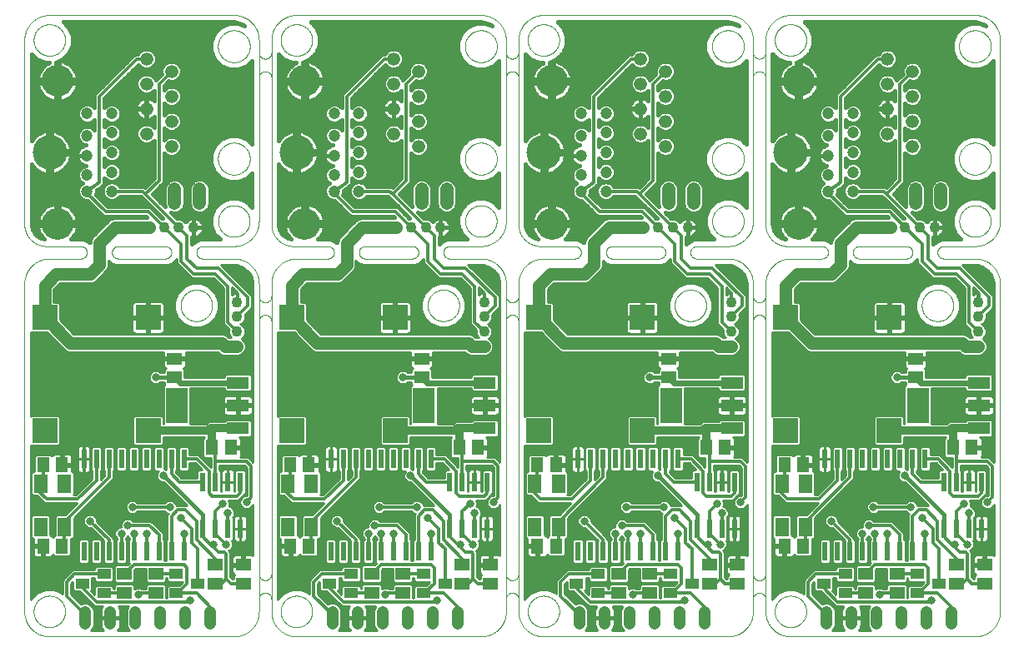
<source format=gtl>
G75*
%MOIN*%
%OFA0B0*%
%FSLAX25Y25*%
%IPPOS*%
%LPD*%
%AMOC8*
5,1,8,0,0,1.08239X$1,22.5*
%
%ADD10C,0.00000*%
%ADD11R,0.05118X0.05906*%
%ADD12R,0.05906X0.05118*%
%ADD13R,0.08800X0.04800*%
%ADD14R,0.08661X0.14173*%
%ADD15R,0.05512X0.07480*%
%ADD16C,0.04800*%
%ADD17R,0.02200X0.07800*%
%ADD18C,0.04331*%
%ADD19R,0.09843X0.09843*%
%ADD20C,0.05250*%
%ADD21C,0.04724*%
%ADD22C,0.13843*%
%ADD23C,0.12661*%
%ADD24R,0.05512X0.03937*%
%ADD25C,0.05400*%
%ADD26C,0.01000*%
%ADD27C,0.03169*%
%ADD28C,0.01600*%
%ADD29C,0.02400*%
%ADD30C,0.01200*%
%ADD31C,0.03200*%
%ADD32C,0.05000*%
D10*
X0047595Y0038800D02*
X0047595Y0170050D01*
X0047598Y0170292D01*
X0047607Y0170533D01*
X0047621Y0170774D01*
X0047642Y0171015D01*
X0047668Y0171255D01*
X0047700Y0171495D01*
X0047738Y0171734D01*
X0047781Y0171971D01*
X0047831Y0172208D01*
X0047886Y0172443D01*
X0047946Y0172677D01*
X0048013Y0172909D01*
X0048084Y0173140D01*
X0048162Y0173369D01*
X0048245Y0173596D01*
X0048333Y0173821D01*
X0048427Y0174044D01*
X0048526Y0174264D01*
X0048631Y0174482D01*
X0048740Y0174697D01*
X0048855Y0174910D01*
X0048975Y0175120D01*
X0049100Y0175326D01*
X0049230Y0175530D01*
X0049365Y0175731D01*
X0049505Y0175928D01*
X0049649Y0176122D01*
X0049798Y0176312D01*
X0049952Y0176498D01*
X0050110Y0176681D01*
X0050272Y0176860D01*
X0050439Y0177035D01*
X0050610Y0177206D01*
X0050785Y0177373D01*
X0050964Y0177535D01*
X0051147Y0177693D01*
X0051333Y0177847D01*
X0051523Y0177996D01*
X0051717Y0178140D01*
X0051914Y0178280D01*
X0052115Y0178415D01*
X0052319Y0178545D01*
X0052525Y0178670D01*
X0052735Y0178790D01*
X0052948Y0178905D01*
X0053163Y0179014D01*
X0053381Y0179119D01*
X0053601Y0179218D01*
X0053824Y0179312D01*
X0054049Y0179400D01*
X0054276Y0179483D01*
X0054505Y0179561D01*
X0054736Y0179632D01*
X0054968Y0179699D01*
X0055202Y0179759D01*
X0055437Y0179814D01*
X0055674Y0179864D01*
X0055911Y0179907D01*
X0056150Y0179945D01*
X0056390Y0179977D01*
X0056630Y0180003D01*
X0056871Y0180024D01*
X0057112Y0180038D01*
X0057353Y0180047D01*
X0057595Y0180050D01*
X0070095Y0180050D01*
X0072595Y0182550D02*
X0072593Y0182648D01*
X0072587Y0182746D01*
X0072578Y0182844D01*
X0072564Y0182941D01*
X0072547Y0183038D01*
X0072526Y0183134D01*
X0072501Y0183229D01*
X0072473Y0183323D01*
X0072440Y0183415D01*
X0072405Y0183507D01*
X0072365Y0183597D01*
X0072323Y0183685D01*
X0072276Y0183772D01*
X0072227Y0183856D01*
X0072174Y0183939D01*
X0072118Y0184019D01*
X0072058Y0184098D01*
X0071996Y0184174D01*
X0071931Y0184247D01*
X0071863Y0184318D01*
X0071792Y0184386D01*
X0071719Y0184451D01*
X0071643Y0184513D01*
X0071564Y0184573D01*
X0071484Y0184629D01*
X0071401Y0184682D01*
X0071317Y0184731D01*
X0071230Y0184778D01*
X0071142Y0184820D01*
X0071052Y0184860D01*
X0070960Y0184895D01*
X0070868Y0184928D01*
X0070774Y0184956D01*
X0070679Y0184981D01*
X0070583Y0185002D01*
X0070486Y0185019D01*
X0070389Y0185033D01*
X0070291Y0185042D01*
X0070193Y0185048D01*
X0070095Y0185050D01*
X0056345Y0185050D01*
X0056134Y0185053D01*
X0055922Y0185060D01*
X0055711Y0185073D01*
X0055501Y0185091D01*
X0055290Y0185114D01*
X0055081Y0185142D01*
X0054872Y0185175D01*
X0054664Y0185213D01*
X0054457Y0185256D01*
X0054251Y0185304D01*
X0054046Y0185357D01*
X0053843Y0185415D01*
X0053641Y0185478D01*
X0053441Y0185546D01*
X0053242Y0185619D01*
X0053045Y0185696D01*
X0052851Y0185778D01*
X0052658Y0185865D01*
X0052467Y0185956D01*
X0052279Y0186052D01*
X0052093Y0186153D01*
X0051909Y0186258D01*
X0051728Y0186367D01*
X0051550Y0186481D01*
X0051374Y0186599D01*
X0051202Y0186721D01*
X0051032Y0186847D01*
X0050866Y0186978D01*
X0050703Y0187112D01*
X0050543Y0187251D01*
X0050386Y0187393D01*
X0050233Y0187539D01*
X0050084Y0187688D01*
X0049938Y0187841D01*
X0049796Y0187998D01*
X0049657Y0188158D01*
X0049523Y0188321D01*
X0049392Y0188487D01*
X0049266Y0188657D01*
X0049144Y0188829D01*
X0049026Y0189005D01*
X0048912Y0189183D01*
X0048803Y0189364D01*
X0048698Y0189548D01*
X0048597Y0189734D01*
X0048501Y0189922D01*
X0048410Y0190113D01*
X0048323Y0190306D01*
X0048241Y0190500D01*
X0048164Y0190697D01*
X0048091Y0190896D01*
X0048023Y0191096D01*
X0047960Y0191298D01*
X0047902Y0191501D01*
X0047849Y0191706D01*
X0047801Y0191912D01*
X0047758Y0192119D01*
X0047720Y0192327D01*
X0047687Y0192536D01*
X0047659Y0192745D01*
X0047636Y0192956D01*
X0047618Y0193166D01*
X0047605Y0193377D01*
X0047598Y0193589D01*
X0047595Y0193800D01*
X0047595Y0267550D01*
X0047598Y0267792D01*
X0047607Y0268033D01*
X0047621Y0268274D01*
X0047642Y0268515D01*
X0047668Y0268755D01*
X0047700Y0268995D01*
X0047738Y0269234D01*
X0047781Y0269471D01*
X0047831Y0269708D01*
X0047886Y0269943D01*
X0047946Y0270177D01*
X0048013Y0270409D01*
X0048084Y0270640D01*
X0048162Y0270869D01*
X0048245Y0271096D01*
X0048333Y0271321D01*
X0048427Y0271544D01*
X0048526Y0271764D01*
X0048631Y0271982D01*
X0048740Y0272197D01*
X0048855Y0272410D01*
X0048975Y0272620D01*
X0049100Y0272826D01*
X0049230Y0273030D01*
X0049365Y0273231D01*
X0049505Y0273428D01*
X0049649Y0273622D01*
X0049798Y0273812D01*
X0049952Y0273998D01*
X0050110Y0274181D01*
X0050272Y0274360D01*
X0050439Y0274535D01*
X0050610Y0274706D01*
X0050785Y0274873D01*
X0050964Y0275035D01*
X0051147Y0275193D01*
X0051333Y0275347D01*
X0051523Y0275496D01*
X0051717Y0275640D01*
X0051914Y0275780D01*
X0052115Y0275915D01*
X0052319Y0276045D01*
X0052525Y0276170D01*
X0052735Y0276290D01*
X0052948Y0276405D01*
X0053163Y0276514D01*
X0053381Y0276619D01*
X0053601Y0276718D01*
X0053824Y0276812D01*
X0054049Y0276900D01*
X0054276Y0276983D01*
X0054505Y0277061D01*
X0054736Y0277132D01*
X0054968Y0277199D01*
X0055202Y0277259D01*
X0055437Y0277314D01*
X0055674Y0277364D01*
X0055911Y0277407D01*
X0056150Y0277445D01*
X0056390Y0277477D01*
X0056630Y0277503D01*
X0056871Y0277524D01*
X0057112Y0277538D01*
X0057353Y0277547D01*
X0057595Y0277550D01*
X0131345Y0277550D01*
X0131587Y0277547D01*
X0131828Y0277538D01*
X0132069Y0277524D01*
X0132310Y0277503D01*
X0132550Y0277477D01*
X0132790Y0277445D01*
X0133029Y0277407D01*
X0133266Y0277364D01*
X0133503Y0277314D01*
X0133738Y0277259D01*
X0133972Y0277199D01*
X0134204Y0277132D01*
X0134435Y0277061D01*
X0134664Y0276983D01*
X0134891Y0276900D01*
X0135116Y0276812D01*
X0135339Y0276718D01*
X0135559Y0276619D01*
X0135777Y0276514D01*
X0135992Y0276405D01*
X0136205Y0276290D01*
X0136415Y0276170D01*
X0136621Y0276045D01*
X0136825Y0275915D01*
X0137026Y0275780D01*
X0137223Y0275640D01*
X0137417Y0275496D01*
X0137607Y0275347D01*
X0137793Y0275193D01*
X0137976Y0275035D01*
X0138155Y0274873D01*
X0138330Y0274706D01*
X0138501Y0274535D01*
X0138668Y0274360D01*
X0138830Y0274181D01*
X0138988Y0273998D01*
X0139142Y0273812D01*
X0139291Y0273622D01*
X0139435Y0273428D01*
X0139575Y0273231D01*
X0139710Y0273030D01*
X0139840Y0272826D01*
X0139965Y0272620D01*
X0140085Y0272410D01*
X0140200Y0272197D01*
X0140309Y0271982D01*
X0140414Y0271764D01*
X0140513Y0271544D01*
X0140607Y0271321D01*
X0140695Y0271096D01*
X0140778Y0270869D01*
X0140856Y0270640D01*
X0140927Y0270409D01*
X0140994Y0270177D01*
X0141054Y0269943D01*
X0141109Y0269708D01*
X0141159Y0269471D01*
X0141202Y0269234D01*
X0141240Y0268995D01*
X0141272Y0268755D01*
X0141298Y0268515D01*
X0141319Y0268274D01*
X0141333Y0268033D01*
X0141342Y0267792D01*
X0141345Y0267550D01*
X0141345Y0262550D01*
X0141345Y0252550D01*
X0141345Y0195050D01*
X0146345Y0193800D02*
X0146345Y0252550D01*
X0146345Y0262550D01*
X0146345Y0267550D01*
X0146345Y0262550D02*
X0146343Y0262452D01*
X0146337Y0262354D01*
X0146328Y0262256D01*
X0146314Y0262159D01*
X0146297Y0262062D01*
X0146276Y0261966D01*
X0146251Y0261871D01*
X0146223Y0261777D01*
X0146190Y0261685D01*
X0146155Y0261593D01*
X0146115Y0261503D01*
X0146073Y0261415D01*
X0146026Y0261328D01*
X0145977Y0261244D01*
X0145924Y0261161D01*
X0145868Y0261081D01*
X0145808Y0261002D01*
X0145746Y0260926D01*
X0145681Y0260853D01*
X0145613Y0260782D01*
X0145542Y0260714D01*
X0145469Y0260649D01*
X0145393Y0260587D01*
X0145314Y0260527D01*
X0145234Y0260471D01*
X0145151Y0260418D01*
X0145067Y0260369D01*
X0144980Y0260322D01*
X0144892Y0260280D01*
X0144802Y0260240D01*
X0144710Y0260205D01*
X0144618Y0260172D01*
X0144524Y0260144D01*
X0144429Y0260119D01*
X0144333Y0260098D01*
X0144236Y0260081D01*
X0144139Y0260067D01*
X0144041Y0260058D01*
X0143943Y0260052D01*
X0143845Y0260050D01*
X0143747Y0260052D01*
X0143649Y0260058D01*
X0143551Y0260067D01*
X0143454Y0260081D01*
X0143357Y0260098D01*
X0143261Y0260119D01*
X0143166Y0260144D01*
X0143072Y0260172D01*
X0142980Y0260205D01*
X0142888Y0260240D01*
X0142798Y0260280D01*
X0142710Y0260322D01*
X0142623Y0260369D01*
X0142539Y0260418D01*
X0142456Y0260471D01*
X0142376Y0260527D01*
X0142297Y0260587D01*
X0142221Y0260649D01*
X0142148Y0260714D01*
X0142077Y0260782D01*
X0142009Y0260853D01*
X0141944Y0260926D01*
X0141882Y0261002D01*
X0141822Y0261081D01*
X0141766Y0261161D01*
X0141713Y0261244D01*
X0141664Y0261328D01*
X0141617Y0261415D01*
X0141575Y0261503D01*
X0141535Y0261593D01*
X0141500Y0261685D01*
X0141467Y0261777D01*
X0141439Y0261871D01*
X0141414Y0261966D01*
X0141393Y0262062D01*
X0141376Y0262159D01*
X0141362Y0262256D01*
X0141353Y0262354D01*
X0141347Y0262452D01*
X0141345Y0262550D01*
X0124945Y0265050D02*
X0124947Y0265210D01*
X0124953Y0265369D01*
X0124963Y0265528D01*
X0124977Y0265687D01*
X0124995Y0265846D01*
X0125016Y0266004D01*
X0125042Y0266161D01*
X0125072Y0266318D01*
X0125105Y0266474D01*
X0125143Y0266629D01*
X0125184Y0266783D01*
X0125229Y0266936D01*
X0125278Y0267088D01*
X0125331Y0267239D01*
X0125387Y0267388D01*
X0125448Y0267536D01*
X0125511Y0267682D01*
X0125579Y0267827D01*
X0125650Y0267970D01*
X0125724Y0268111D01*
X0125802Y0268250D01*
X0125884Y0268387D01*
X0125969Y0268522D01*
X0126057Y0268655D01*
X0126149Y0268786D01*
X0126243Y0268914D01*
X0126341Y0269040D01*
X0126442Y0269164D01*
X0126546Y0269285D01*
X0126653Y0269403D01*
X0126763Y0269519D01*
X0126876Y0269632D01*
X0126992Y0269742D01*
X0127110Y0269849D01*
X0127231Y0269953D01*
X0127355Y0270054D01*
X0127481Y0270152D01*
X0127609Y0270246D01*
X0127740Y0270338D01*
X0127873Y0270426D01*
X0128008Y0270511D01*
X0128145Y0270593D01*
X0128284Y0270671D01*
X0128425Y0270745D01*
X0128568Y0270816D01*
X0128713Y0270884D01*
X0128859Y0270947D01*
X0129007Y0271008D01*
X0129156Y0271064D01*
X0129307Y0271117D01*
X0129459Y0271166D01*
X0129612Y0271211D01*
X0129766Y0271252D01*
X0129921Y0271290D01*
X0130077Y0271323D01*
X0130234Y0271353D01*
X0130391Y0271379D01*
X0130549Y0271400D01*
X0130708Y0271418D01*
X0130867Y0271432D01*
X0131026Y0271442D01*
X0131185Y0271448D01*
X0131345Y0271450D01*
X0131505Y0271448D01*
X0131664Y0271442D01*
X0131823Y0271432D01*
X0131982Y0271418D01*
X0132141Y0271400D01*
X0132299Y0271379D01*
X0132456Y0271353D01*
X0132613Y0271323D01*
X0132769Y0271290D01*
X0132924Y0271252D01*
X0133078Y0271211D01*
X0133231Y0271166D01*
X0133383Y0271117D01*
X0133534Y0271064D01*
X0133683Y0271008D01*
X0133831Y0270947D01*
X0133977Y0270884D01*
X0134122Y0270816D01*
X0134265Y0270745D01*
X0134406Y0270671D01*
X0134545Y0270593D01*
X0134682Y0270511D01*
X0134817Y0270426D01*
X0134950Y0270338D01*
X0135081Y0270246D01*
X0135209Y0270152D01*
X0135335Y0270054D01*
X0135459Y0269953D01*
X0135580Y0269849D01*
X0135698Y0269742D01*
X0135814Y0269632D01*
X0135927Y0269519D01*
X0136037Y0269403D01*
X0136144Y0269285D01*
X0136248Y0269164D01*
X0136349Y0269040D01*
X0136447Y0268914D01*
X0136541Y0268786D01*
X0136633Y0268655D01*
X0136721Y0268522D01*
X0136806Y0268387D01*
X0136888Y0268250D01*
X0136966Y0268111D01*
X0137040Y0267970D01*
X0137111Y0267827D01*
X0137179Y0267682D01*
X0137242Y0267536D01*
X0137303Y0267388D01*
X0137359Y0267239D01*
X0137412Y0267088D01*
X0137461Y0266936D01*
X0137506Y0266783D01*
X0137547Y0266629D01*
X0137585Y0266474D01*
X0137618Y0266318D01*
X0137648Y0266161D01*
X0137674Y0266004D01*
X0137695Y0265846D01*
X0137713Y0265687D01*
X0137727Y0265528D01*
X0137737Y0265369D01*
X0137743Y0265210D01*
X0137745Y0265050D01*
X0137743Y0264890D01*
X0137737Y0264731D01*
X0137727Y0264572D01*
X0137713Y0264413D01*
X0137695Y0264254D01*
X0137674Y0264096D01*
X0137648Y0263939D01*
X0137618Y0263782D01*
X0137585Y0263626D01*
X0137547Y0263471D01*
X0137506Y0263317D01*
X0137461Y0263164D01*
X0137412Y0263012D01*
X0137359Y0262861D01*
X0137303Y0262712D01*
X0137242Y0262564D01*
X0137179Y0262418D01*
X0137111Y0262273D01*
X0137040Y0262130D01*
X0136966Y0261989D01*
X0136888Y0261850D01*
X0136806Y0261713D01*
X0136721Y0261578D01*
X0136633Y0261445D01*
X0136541Y0261314D01*
X0136447Y0261186D01*
X0136349Y0261060D01*
X0136248Y0260936D01*
X0136144Y0260815D01*
X0136037Y0260697D01*
X0135927Y0260581D01*
X0135814Y0260468D01*
X0135698Y0260358D01*
X0135580Y0260251D01*
X0135459Y0260147D01*
X0135335Y0260046D01*
X0135209Y0259948D01*
X0135081Y0259854D01*
X0134950Y0259762D01*
X0134817Y0259674D01*
X0134682Y0259589D01*
X0134545Y0259507D01*
X0134406Y0259429D01*
X0134265Y0259355D01*
X0134122Y0259284D01*
X0133977Y0259216D01*
X0133831Y0259153D01*
X0133683Y0259092D01*
X0133534Y0259036D01*
X0133383Y0258983D01*
X0133231Y0258934D01*
X0133078Y0258889D01*
X0132924Y0258848D01*
X0132769Y0258810D01*
X0132613Y0258777D01*
X0132456Y0258747D01*
X0132299Y0258721D01*
X0132141Y0258700D01*
X0131982Y0258682D01*
X0131823Y0258668D01*
X0131664Y0258658D01*
X0131505Y0258652D01*
X0131345Y0258650D01*
X0131185Y0258652D01*
X0131026Y0258658D01*
X0130867Y0258668D01*
X0130708Y0258682D01*
X0130549Y0258700D01*
X0130391Y0258721D01*
X0130234Y0258747D01*
X0130077Y0258777D01*
X0129921Y0258810D01*
X0129766Y0258848D01*
X0129612Y0258889D01*
X0129459Y0258934D01*
X0129307Y0258983D01*
X0129156Y0259036D01*
X0129007Y0259092D01*
X0128859Y0259153D01*
X0128713Y0259216D01*
X0128568Y0259284D01*
X0128425Y0259355D01*
X0128284Y0259429D01*
X0128145Y0259507D01*
X0128008Y0259589D01*
X0127873Y0259674D01*
X0127740Y0259762D01*
X0127609Y0259854D01*
X0127481Y0259948D01*
X0127355Y0260046D01*
X0127231Y0260147D01*
X0127110Y0260251D01*
X0126992Y0260358D01*
X0126876Y0260468D01*
X0126763Y0260581D01*
X0126653Y0260697D01*
X0126546Y0260815D01*
X0126442Y0260936D01*
X0126341Y0261060D01*
X0126243Y0261186D01*
X0126149Y0261314D01*
X0126057Y0261445D01*
X0125969Y0261578D01*
X0125884Y0261713D01*
X0125802Y0261850D01*
X0125724Y0261989D01*
X0125650Y0262130D01*
X0125579Y0262273D01*
X0125511Y0262418D01*
X0125448Y0262564D01*
X0125387Y0262712D01*
X0125331Y0262861D01*
X0125278Y0263012D01*
X0125229Y0263164D01*
X0125184Y0263317D01*
X0125143Y0263471D01*
X0125105Y0263626D01*
X0125072Y0263782D01*
X0125042Y0263939D01*
X0125016Y0264096D01*
X0124995Y0264254D01*
X0124977Y0264413D01*
X0124963Y0264572D01*
X0124953Y0264731D01*
X0124947Y0264890D01*
X0124945Y0265050D01*
X0143845Y0255050D02*
X0143943Y0255048D01*
X0144041Y0255042D01*
X0144139Y0255033D01*
X0144236Y0255019D01*
X0144333Y0255002D01*
X0144429Y0254981D01*
X0144524Y0254956D01*
X0144618Y0254928D01*
X0144710Y0254895D01*
X0144802Y0254860D01*
X0144892Y0254820D01*
X0144980Y0254778D01*
X0145067Y0254731D01*
X0145151Y0254682D01*
X0145234Y0254629D01*
X0145314Y0254573D01*
X0145393Y0254513D01*
X0145469Y0254451D01*
X0145542Y0254386D01*
X0145613Y0254318D01*
X0145681Y0254247D01*
X0145746Y0254174D01*
X0145808Y0254098D01*
X0145868Y0254019D01*
X0145924Y0253939D01*
X0145977Y0253856D01*
X0146026Y0253772D01*
X0146073Y0253685D01*
X0146115Y0253597D01*
X0146155Y0253507D01*
X0146190Y0253415D01*
X0146223Y0253323D01*
X0146251Y0253229D01*
X0146276Y0253134D01*
X0146297Y0253038D01*
X0146314Y0252941D01*
X0146328Y0252844D01*
X0146337Y0252746D01*
X0146343Y0252648D01*
X0146345Y0252550D01*
X0143845Y0255050D02*
X0143747Y0255048D01*
X0143649Y0255042D01*
X0143551Y0255033D01*
X0143454Y0255019D01*
X0143357Y0255002D01*
X0143261Y0254981D01*
X0143166Y0254956D01*
X0143072Y0254928D01*
X0142980Y0254895D01*
X0142888Y0254860D01*
X0142798Y0254820D01*
X0142710Y0254778D01*
X0142623Y0254731D01*
X0142539Y0254682D01*
X0142456Y0254629D01*
X0142376Y0254573D01*
X0142297Y0254513D01*
X0142221Y0254451D01*
X0142148Y0254386D01*
X0142077Y0254318D01*
X0142009Y0254247D01*
X0141944Y0254174D01*
X0141882Y0254098D01*
X0141822Y0254019D01*
X0141766Y0253939D01*
X0141713Y0253856D01*
X0141664Y0253772D01*
X0141617Y0253685D01*
X0141575Y0253597D01*
X0141535Y0253507D01*
X0141500Y0253415D01*
X0141467Y0253323D01*
X0141439Y0253229D01*
X0141414Y0253134D01*
X0141393Y0253038D01*
X0141376Y0252941D01*
X0141362Y0252844D01*
X0141353Y0252746D01*
X0141347Y0252648D01*
X0141345Y0252550D01*
X0146345Y0267550D02*
X0146348Y0267792D01*
X0146357Y0268033D01*
X0146371Y0268274D01*
X0146392Y0268515D01*
X0146418Y0268755D01*
X0146450Y0268995D01*
X0146488Y0269234D01*
X0146531Y0269471D01*
X0146581Y0269708D01*
X0146636Y0269943D01*
X0146696Y0270177D01*
X0146763Y0270409D01*
X0146834Y0270640D01*
X0146912Y0270869D01*
X0146995Y0271096D01*
X0147083Y0271321D01*
X0147177Y0271544D01*
X0147276Y0271764D01*
X0147381Y0271982D01*
X0147490Y0272197D01*
X0147605Y0272410D01*
X0147725Y0272620D01*
X0147850Y0272826D01*
X0147980Y0273030D01*
X0148115Y0273231D01*
X0148255Y0273428D01*
X0148399Y0273622D01*
X0148548Y0273812D01*
X0148702Y0273998D01*
X0148860Y0274181D01*
X0149022Y0274360D01*
X0149189Y0274535D01*
X0149360Y0274706D01*
X0149535Y0274873D01*
X0149714Y0275035D01*
X0149897Y0275193D01*
X0150083Y0275347D01*
X0150273Y0275496D01*
X0150467Y0275640D01*
X0150664Y0275780D01*
X0150865Y0275915D01*
X0151069Y0276045D01*
X0151275Y0276170D01*
X0151485Y0276290D01*
X0151698Y0276405D01*
X0151913Y0276514D01*
X0152131Y0276619D01*
X0152351Y0276718D01*
X0152574Y0276812D01*
X0152799Y0276900D01*
X0153026Y0276983D01*
X0153255Y0277061D01*
X0153486Y0277132D01*
X0153718Y0277199D01*
X0153952Y0277259D01*
X0154187Y0277314D01*
X0154424Y0277364D01*
X0154661Y0277407D01*
X0154900Y0277445D01*
X0155140Y0277477D01*
X0155380Y0277503D01*
X0155621Y0277524D01*
X0155862Y0277538D01*
X0156103Y0277547D01*
X0156345Y0277550D01*
X0230095Y0277550D01*
X0230337Y0277547D01*
X0230578Y0277538D01*
X0230819Y0277524D01*
X0231060Y0277503D01*
X0231300Y0277477D01*
X0231540Y0277445D01*
X0231779Y0277407D01*
X0232016Y0277364D01*
X0232253Y0277314D01*
X0232488Y0277259D01*
X0232722Y0277199D01*
X0232954Y0277132D01*
X0233185Y0277061D01*
X0233414Y0276983D01*
X0233641Y0276900D01*
X0233866Y0276812D01*
X0234089Y0276718D01*
X0234309Y0276619D01*
X0234527Y0276514D01*
X0234742Y0276405D01*
X0234955Y0276290D01*
X0235165Y0276170D01*
X0235371Y0276045D01*
X0235575Y0275915D01*
X0235776Y0275780D01*
X0235973Y0275640D01*
X0236167Y0275496D01*
X0236357Y0275347D01*
X0236543Y0275193D01*
X0236726Y0275035D01*
X0236905Y0274873D01*
X0237080Y0274706D01*
X0237251Y0274535D01*
X0237418Y0274360D01*
X0237580Y0274181D01*
X0237738Y0273998D01*
X0237892Y0273812D01*
X0238041Y0273622D01*
X0238185Y0273428D01*
X0238325Y0273231D01*
X0238460Y0273030D01*
X0238590Y0272826D01*
X0238715Y0272620D01*
X0238835Y0272410D01*
X0238950Y0272197D01*
X0239059Y0271982D01*
X0239164Y0271764D01*
X0239263Y0271544D01*
X0239357Y0271321D01*
X0239445Y0271096D01*
X0239528Y0270869D01*
X0239606Y0270640D01*
X0239677Y0270409D01*
X0239744Y0270177D01*
X0239804Y0269943D01*
X0239859Y0269708D01*
X0239909Y0269471D01*
X0239952Y0269234D01*
X0239990Y0268995D01*
X0240022Y0268755D01*
X0240048Y0268515D01*
X0240069Y0268274D01*
X0240083Y0268033D01*
X0240092Y0267792D01*
X0240095Y0267550D01*
X0240095Y0262550D01*
X0240095Y0252550D01*
X0240095Y0195050D01*
X0245095Y0193800D02*
X0245095Y0252550D01*
X0245095Y0262550D01*
X0245095Y0267550D01*
X0245095Y0262550D02*
X0245093Y0262452D01*
X0245087Y0262354D01*
X0245078Y0262256D01*
X0245064Y0262159D01*
X0245047Y0262062D01*
X0245026Y0261966D01*
X0245001Y0261871D01*
X0244973Y0261777D01*
X0244940Y0261685D01*
X0244905Y0261593D01*
X0244865Y0261503D01*
X0244823Y0261415D01*
X0244776Y0261328D01*
X0244727Y0261244D01*
X0244674Y0261161D01*
X0244618Y0261081D01*
X0244558Y0261002D01*
X0244496Y0260926D01*
X0244431Y0260853D01*
X0244363Y0260782D01*
X0244292Y0260714D01*
X0244219Y0260649D01*
X0244143Y0260587D01*
X0244064Y0260527D01*
X0243984Y0260471D01*
X0243901Y0260418D01*
X0243817Y0260369D01*
X0243730Y0260322D01*
X0243642Y0260280D01*
X0243552Y0260240D01*
X0243460Y0260205D01*
X0243368Y0260172D01*
X0243274Y0260144D01*
X0243179Y0260119D01*
X0243083Y0260098D01*
X0242986Y0260081D01*
X0242889Y0260067D01*
X0242791Y0260058D01*
X0242693Y0260052D01*
X0242595Y0260050D01*
X0242497Y0260052D01*
X0242399Y0260058D01*
X0242301Y0260067D01*
X0242204Y0260081D01*
X0242107Y0260098D01*
X0242011Y0260119D01*
X0241916Y0260144D01*
X0241822Y0260172D01*
X0241730Y0260205D01*
X0241638Y0260240D01*
X0241548Y0260280D01*
X0241460Y0260322D01*
X0241373Y0260369D01*
X0241289Y0260418D01*
X0241206Y0260471D01*
X0241126Y0260527D01*
X0241047Y0260587D01*
X0240971Y0260649D01*
X0240898Y0260714D01*
X0240827Y0260782D01*
X0240759Y0260853D01*
X0240694Y0260926D01*
X0240632Y0261002D01*
X0240572Y0261081D01*
X0240516Y0261161D01*
X0240463Y0261244D01*
X0240414Y0261328D01*
X0240367Y0261415D01*
X0240325Y0261503D01*
X0240285Y0261593D01*
X0240250Y0261685D01*
X0240217Y0261777D01*
X0240189Y0261871D01*
X0240164Y0261966D01*
X0240143Y0262062D01*
X0240126Y0262159D01*
X0240112Y0262256D01*
X0240103Y0262354D01*
X0240097Y0262452D01*
X0240095Y0262550D01*
X0223695Y0265050D02*
X0223697Y0265210D01*
X0223703Y0265369D01*
X0223713Y0265528D01*
X0223727Y0265687D01*
X0223745Y0265846D01*
X0223766Y0266004D01*
X0223792Y0266161D01*
X0223822Y0266318D01*
X0223855Y0266474D01*
X0223893Y0266629D01*
X0223934Y0266783D01*
X0223979Y0266936D01*
X0224028Y0267088D01*
X0224081Y0267239D01*
X0224137Y0267388D01*
X0224198Y0267536D01*
X0224261Y0267682D01*
X0224329Y0267827D01*
X0224400Y0267970D01*
X0224474Y0268111D01*
X0224552Y0268250D01*
X0224634Y0268387D01*
X0224719Y0268522D01*
X0224807Y0268655D01*
X0224899Y0268786D01*
X0224993Y0268914D01*
X0225091Y0269040D01*
X0225192Y0269164D01*
X0225296Y0269285D01*
X0225403Y0269403D01*
X0225513Y0269519D01*
X0225626Y0269632D01*
X0225742Y0269742D01*
X0225860Y0269849D01*
X0225981Y0269953D01*
X0226105Y0270054D01*
X0226231Y0270152D01*
X0226359Y0270246D01*
X0226490Y0270338D01*
X0226623Y0270426D01*
X0226758Y0270511D01*
X0226895Y0270593D01*
X0227034Y0270671D01*
X0227175Y0270745D01*
X0227318Y0270816D01*
X0227463Y0270884D01*
X0227609Y0270947D01*
X0227757Y0271008D01*
X0227906Y0271064D01*
X0228057Y0271117D01*
X0228209Y0271166D01*
X0228362Y0271211D01*
X0228516Y0271252D01*
X0228671Y0271290D01*
X0228827Y0271323D01*
X0228984Y0271353D01*
X0229141Y0271379D01*
X0229299Y0271400D01*
X0229458Y0271418D01*
X0229617Y0271432D01*
X0229776Y0271442D01*
X0229935Y0271448D01*
X0230095Y0271450D01*
X0230255Y0271448D01*
X0230414Y0271442D01*
X0230573Y0271432D01*
X0230732Y0271418D01*
X0230891Y0271400D01*
X0231049Y0271379D01*
X0231206Y0271353D01*
X0231363Y0271323D01*
X0231519Y0271290D01*
X0231674Y0271252D01*
X0231828Y0271211D01*
X0231981Y0271166D01*
X0232133Y0271117D01*
X0232284Y0271064D01*
X0232433Y0271008D01*
X0232581Y0270947D01*
X0232727Y0270884D01*
X0232872Y0270816D01*
X0233015Y0270745D01*
X0233156Y0270671D01*
X0233295Y0270593D01*
X0233432Y0270511D01*
X0233567Y0270426D01*
X0233700Y0270338D01*
X0233831Y0270246D01*
X0233959Y0270152D01*
X0234085Y0270054D01*
X0234209Y0269953D01*
X0234330Y0269849D01*
X0234448Y0269742D01*
X0234564Y0269632D01*
X0234677Y0269519D01*
X0234787Y0269403D01*
X0234894Y0269285D01*
X0234998Y0269164D01*
X0235099Y0269040D01*
X0235197Y0268914D01*
X0235291Y0268786D01*
X0235383Y0268655D01*
X0235471Y0268522D01*
X0235556Y0268387D01*
X0235638Y0268250D01*
X0235716Y0268111D01*
X0235790Y0267970D01*
X0235861Y0267827D01*
X0235929Y0267682D01*
X0235992Y0267536D01*
X0236053Y0267388D01*
X0236109Y0267239D01*
X0236162Y0267088D01*
X0236211Y0266936D01*
X0236256Y0266783D01*
X0236297Y0266629D01*
X0236335Y0266474D01*
X0236368Y0266318D01*
X0236398Y0266161D01*
X0236424Y0266004D01*
X0236445Y0265846D01*
X0236463Y0265687D01*
X0236477Y0265528D01*
X0236487Y0265369D01*
X0236493Y0265210D01*
X0236495Y0265050D01*
X0236493Y0264890D01*
X0236487Y0264731D01*
X0236477Y0264572D01*
X0236463Y0264413D01*
X0236445Y0264254D01*
X0236424Y0264096D01*
X0236398Y0263939D01*
X0236368Y0263782D01*
X0236335Y0263626D01*
X0236297Y0263471D01*
X0236256Y0263317D01*
X0236211Y0263164D01*
X0236162Y0263012D01*
X0236109Y0262861D01*
X0236053Y0262712D01*
X0235992Y0262564D01*
X0235929Y0262418D01*
X0235861Y0262273D01*
X0235790Y0262130D01*
X0235716Y0261989D01*
X0235638Y0261850D01*
X0235556Y0261713D01*
X0235471Y0261578D01*
X0235383Y0261445D01*
X0235291Y0261314D01*
X0235197Y0261186D01*
X0235099Y0261060D01*
X0234998Y0260936D01*
X0234894Y0260815D01*
X0234787Y0260697D01*
X0234677Y0260581D01*
X0234564Y0260468D01*
X0234448Y0260358D01*
X0234330Y0260251D01*
X0234209Y0260147D01*
X0234085Y0260046D01*
X0233959Y0259948D01*
X0233831Y0259854D01*
X0233700Y0259762D01*
X0233567Y0259674D01*
X0233432Y0259589D01*
X0233295Y0259507D01*
X0233156Y0259429D01*
X0233015Y0259355D01*
X0232872Y0259284D01*
X0232727Y0259216D01*
X0232581Y0259153D01*
X0232433Y0259092D01*
X0232284Y0259036D01*
X0232133Y0258983D01*
X0231981Y0258934D01*
X0231828Y0258889D01*
X0231674Y0258848D01*
X0231519Y0258810D01*
X0231363Y0258777D01*
X0231206Y0258747D01*
X0231049Y0258721D01*
X0230891Y0258700D01*
X0230732Y0258682D01*
X0230573Y0258668D01*
X0230414Y0258658D01*
X0230255Y0258652D01*
X0230095Y0258650D01*
X0229935Y0258652D01*
X0229776Y0258658D01*
X0229617Y0258668D01*
X0229458Y0258682D01*
X0229299Y0258700D01*
X0229141Y0258721D01*
X0228984Y0258747D01*
X0228827Y0258777D01*
X0228671Y0258810D01*
X0228516Y0258848D01*
X0228362Y0258889D01*
X0228209Y0258934D01*
X0228057Y0258983D01*
X0227906Y0259036D01*
X0227757Y0259092D01*
X0227609Y0259153D01*
X0227463Y0259216D01*
X0227318Y0259284D01*
X0227175Y0259355D01*
X0227034Y0259429D01*
X0226895Y0259507D01*
X0226758Y0259589D01*
X0226623Y0259674D01*
X0226490Y0259762D01*
X0226359Y0259854D01*
X0226231Y0259948D01*
X0226105Y0260046D01*
X0225981Y0260147D01*
X0225860Y0260251D01*
X0225742Y0260358D01*
X0225626Y0260468D01*
X0225513Y0260581D01*
X0225403Y0260697D01*
X0225296Y0260815D01*
X0225192Y0260936D01*
X0225091Y0261060D01*
X0224993Y0261186D01*
X0224899Y0261314D01*
X0224807Y0261445D01*
X0224719Y0261578D01*
X0224634Y0261713D01*
X0224552Y0261850D01*
X0224474Y0261989D01*
X0224400Y0262130D01*
X0224329Y0262273D01*
X0224261Y0262418D01*
X0224198Y0262564D01*
X0224137Y0262712D01*
X0224081Y0262861D01*
X0224028Y0263012D01*
X0223979Y0263164D01*
X0223934Y0263317D01*
X0223893Y0263471D01*
X0223855Y0263626D01*
X0223822Y0263782D01*
X0223792Y0263939D01*
X0223766Y0264096D01*
X0223745Y0264254D01*
X0223727Y0264413D01*
X0223713Y0264572D01*
X0223703Y0264731D01*
X0223697Y0264890D01*
X0223695Y0265050D01*
X0242595Y0255050D02*
X0242693Y0255048D01*
X0242791Y0255042D01*
X0242889Y0255033D01*
X0242986Y0255019D01*
X0243083Y0255002D01*
X0243179Y0254981D01*
X0243274Y0254956D01*
X0243368Y0254928D01*
X0243460Y0254895D01*
X0243552Y0254860D01*
X0243642Y0254820D01*
X0243730Y0254778D01*
X0243817Y0254731D01*
X0243901Y0254682D01*
X0243984Y0254629D01*
X0244064Y0254573D01*
X0244143Y0254513D01*
X0244219Y0254451D01*
X0244292Y0254386D01*
X0244363Y0254318D01*
X0244431Y0254247D01*
X0244496Y0254174D01*
X0244558Y0254098D01*
X0244618Y0254019D01*
X0244674Y0253939D01*
X0244727Y0253856D01*
X0244776Y0253772D01*
X0244823Y0253685D01*
X0244865Y0253597D01*
X0244905Y0253507D01*
X0244940Y0253415D01*
X0244973Y0253323D01*
X0245001Y0253229D01*
X0245026Y0253134D01*
X0245047Y0253038D01*
X0245064Y0252941D01*
X0245078Y0252844D01*
X0245087Y0252746D01*
X0245093Y0252648D01*
X0245095Y0252550D01*
X0242595Y0255050D02*
X0242497Y0255048D01*
X0242399Y0255042D01*
X0242301Y0255033D01*
X0242204Y0255019D01*
X0242107Y0255002D01*
X0242011Y0254981D01*
X0241916Y0254956D01*
X0241822Y0254928D01*
X0241730Y0254895D01*
X0241638Y0254860D01*
X0241548Y0254820D01*
X0241460Y0254778D01*
X0241373Y0254731D01*
X0241289Y0254682D01*
X0241206Y0254629D01*
X0241126Y0254573D01*
X0241047Y0254513D01*
X0240971Y0254451D01*
X0240898Y0254386D01*
X0240827Y0254318D01*
X0240759Y0254247D01*
X0240694Y0254174D01*
X0240632Y0254098D01*
X0240572Y0254019D01*
X0240516Y0253939D01*
X0240463Y0253856D01*
X0240414Y0253772D01*
X0240367Y0253685D01*
X0240325Y0253597D01*
X0240285Y0253507D01*
X0240250Y0253415D01*
X0240217Y0253323D01*
X0240189Y0253229D01*
X0240164Y0253134D01*
X0240143Y0253038D01*
X0240126Y0252941D01*
X0240112Y0252844D01*
X0240103Y0252746D01*
X0240097Y0252648D01*
X0240095Y0252550D01*
X0245095Y0267550D02*
X0245098Y0267792D01*
X0245107Y0268033D01*
X0245121Y0268274D01*
X0245142Y0268515D01*
X0245168Y0268755D01*
X0245200Y0268995D01*
X0245238Y0269234D01*
X0245281Y0269471D01*
X0245331Y0269708D01*
X0245386Y0269943D01*
X0245446Y0270177D01*
X0245513Y0270409D01*
X0245584Y0270640D01*
X0245662Y0270869D01*
X0245745Y0271096D01*
X0245833Y0271321D01*
X0245927Y0271544D01*
X0246026Y0271764D01*
X0246131Y0271982D01*
X0246240Y0272197D01*
X0246355Y0272410D01*
X0246475Y0272620D01*
X0246600Y0272826D01*
X0246730Y0273030D01*
X0246865Y0273231D01*
X0247005Y0273428D01*
X0247149Y0273622D01*
X0247298Y0273812D01*
X0247452Y0273998D01*
X0247610Y0274181D01*
X0247772Y0274360D01*
X0247939Y0274535D01*
X0248110Y0274706D01*
X0248285Y0274873D01*
X0248464Y0275035D01*
X0248647Y0275193D01*
X0248833Y0275347D01*
X0249023Y0275496D01*
X0249217Y0275640D01*
X0249414Y0275780D01*
X0249615Y0275915D01*
X0249819Y0276045D01*
X0250025Y0276170D01*
X0250235Y0276290D01*
X0250448Y0276405D01*
X0250663Y0276514D01*
X0250881Y0276619D01*
X0251101Y0276718D01*
X0251324Y0276812D01*
X0251549Y0276900D01*
X0251776Y0276983D01*
X0252005Y0277061D01*
X0252236Y0277132D01*
X0252468Y0277199D01*
X0252702Y0277259D01*
X0252937Y0277314D01*
X0253174Y0277364D01*
X0253411Y0277407D01*
X0253650Y0277445D01*
X0253890Y0277477D01*
X0254130Y0277503D01*
X0254371Y0277524D01*
X0254612Y0277538D01*
X0254853Y0277547D01*
X0255095Y0277550D01*
X0328845Y0277550D01*
X0329087Y0277547D01*
X0329328Y0277538D01*
X0329569Y0277524D01*
X0329810Y0277503D01*
X0330050Y0277477D01*
X0330290Y0277445D01*
X0330529Y0277407D01*
X0330766Y0277364D01*
X0331003Y0277314D01*
X0331238Y0277259D01*
X0331472Y0277199D01*
X0331704Y0277132D01*
X0331935Y0277061D01*
X0332164Y0276983D01*
X0332391Y0276900D01*
X0332616Y0276812D01*
X0332839Y0276718D01*
X0333059Y0276619D01*
X0333277Y0276514D01*
X0333492Y0276405D01*
X0333705Y0276290D01*
X0333915Y0276170D01*
X0334121Y0276045D01*
X0334325Y0275915D01*
X0334526Y0275780D01*
X0334723Y0275640D01*
X0334917Y0275496D01*
X0335107Y0275347D01*
X0335293Y0275193D01*
X0335476Y0275035D01*
X0335655Y0274873D01*
X0335830Y0274706D01*
X0336001Y0274535D01*
X0336168Y0274360D01*
X0336330Y0274181D01*
X0336488Y0273998D01*
X0336642Y0273812D01*
X0336791Y0273622D01*
X0336935Y0273428D01*
X0337075Y0273231D01*
X0337210Y0273030D01*
X0337340Y0272826D01*
X0337465Y0272620D01*
X0337585Y0272410D01*
X0337700Y0272197D01*
X0337809Y0271982D01*
X0337914Y0271764D01*
X0338013Y0271544D01*
X0338107Y0271321D01*
X0338195Y0271096D01*
X0338278Y0270869D01*
X0338356Y0270640D01*
X0338427Y0270409D01*
X0338494Y0270177D01*
X0338554Y0269943D01*
X0338609Y0269708D01*
X0338659Y0269471D01*
X0338702Y0269234D01*
X0338740Y0268995D01*
X0338772Y0268755D01*
X0338798Y0268515D01*
X0338819Y0268274D01*
X0338833Y0268033D01*
X0338842Y0267792D01*
X0338845Y0267550D01*
X0338845Y0262550D01*
X0338845Y0252550D01*
X0338845Y0195050D01*
X0343845Y0193800D02*
X0343845Y0252550D01*
X0343845Y0262550D01*
X0343845Y0267550D01*
X0343845Y0262550D02*
X0343843Y0262452D01*
X0343837Y0262354D01*
X0343828Y0262256D01*
X0343814Y0262159D01*
X0343797Y0262062D01*
X0343776Y0261966D01*
X0343751Y0261871D01*
X0343723Y0261777D01*
X0343690Y0261685D01*
X0343655Y0261593D01*
X0343615Y0261503D01*
X0343573Y0261415D01*
X0343526Y0261328D01*
X0343477Y0261244D01*
X0343424Y0261161D01*
X0343368Y0261081D01*
X0343308Y0261002D01*
X0343246Y0260926D01*
X0343181Y0260853D01*
X0343113Y0260782D01*
X0343042Y0260714D01*
X0342969Y0260649D01*
X0342893Y0260587D01*
X0342814Y0260527D01*
X0342734Y0260471D01*
X0342651Y0260418D01*
X0342567Y0260369D01*
X0342480Y0260322D01*
X0342392Y0260280D01*
X0342302Y0260240D01*
X0342210Y0260205D01*
X0342118Y0260172D01*
X0342024Y0260144D01*
X0341929Y0260119D01*
X0341833Y0260098D01*
X0341736Y0260081D01*
X0341639Y0260067D01*
X0341541Y0260058D01*
X0341443Y0260052D01*
X0341345Y0260050D01*
X0341247Y0260052D01*
X0341149Y0260058D01*
X0341051Y0260067D01*
X0340954Y0260081D01*
X0340857Y0260098D01*
X0340761Y0260119D01*
X0340666Y0260144D01*
X0340572Y0260172D01*
X0340480Y0260205D01*
X0340388Y0260240D01*
X0340298Y0260280D01*
X0340210Y0260322D01*
X0340123Y0260369D01*
X0340039Y0260418D01*
X0339956Y0260471D01*
X0339876Y0260527D01*
X0339797Y0260587D01*
X0339721Y0260649D01*
X0339648Y0260714D01*
X0339577Y0260782D01*
X0339509Y0260853D01*
X0339444Y0260926D01*
X0339382Y0261002D01*
X0339322Y0261081D01*
X0339266Y0261161D01*
X0339213Y0261244D01*
X0339164Y0261328D01*
X0339117Y0261415D01*
X0339075Y0261503D01*
X0339035Y0261593D01*
X0339000Y0261685D01*
X0338967Y0261777D01*
X0338939Y0261871D01*
X0338914Y0261966D01*
X0338893Y0262062D01*
X0338876Y0262159D01*
X0338862Y0262256D01*
X0338853Y0262354D01*
X0338847Y0262452D01*
X0338845Y0262550D01*
X0322445Y0265050D02*
X0322447Y0265210D01*
X0322453Y0265369D01*
X0322463Y0265528D01*
X0322477Y0265687D01*
X0322495Y0265846D01*
X0322516Y0266004D01*
X0322542Y0266161D01*
X0322572Y0266318D01*
X0322605Y0266474D01*
X0322643Y0266629D01*
X0322684Y0266783D01*
X0322729Y0266936D01*
X0322778Y0267088D01*
X0322831Y0267239D01*
X0322887Y0267388D01*
X0322948Y0267536D01*
X0323011Y0267682D01*
X0323079Y0267827D01*
X0323150Y0267970D01*
X0323224Y0268111D01*
X0323302Y0268250D01*
X0323384Y0268387D01*
X0323469Y0268522D01*
X0323557Y0268655D01*
X0323649Y0268786D01*
X0323743Y0268914D01*
X0323841Y0269040D01*
X0323942Y0269164D01*
X0324046Y0269285D01*
X0324153Y0269403D01*
X0324263Y0269519D01*
X0324376Y0269632D01*
X0324492Y0269742D01*
X0324610Y0269849D01*
X0324731Y0269953D01*
X0324855Y0270054D01*
X0324981Y0270152D01*
X0325109Y0270246D01*
X0325240Y0270338D01*
X0325373Y0270426D01*
X0325508Y0270511D01*
X0325645Y0270593D01*
X0325784Y0270671D01*
X0325925Y0270745D01*
X0326068Y0270816D01*
X0326213Y0270884D01*
X0326359Y0270947D01*
X0326507Y0271008D01*
X0326656Y0271064D01*
X0326807Y0271117D01*
X0326959Y0271166D01*
X0327112Y0271211D01*
X0327266Y0271252D01*
X0327421Y0271290D01*
X0327577Y0271323D01*
X0327734Y0271353D01*
X0327891Y0271379D01*
X0328049Y0271400D01*
X0328208Y0271418D01*
X0328367Y0271432D01*
X0328526Y0271442D01*
X0328685Y0271448D01*
X0328845Y0271450D01*
X0329005Y0271448D01*
X0329164Y0271442D01*
X0329323Y0271432D01*
X0329482Y0271418D01*
X0329641Y0271400D01*
X0329799Y0271379D01*
X0329956Y0271353D01*
X0330113Y0271323D01*
X0330269Y0271290D01*
X0330424Y0271252D01*
X0330578Y0271211D01*
X0330731Y0271166D01*
X0330883Y0271117D01*
X0331034Y0271064D01*
X0331183Y0271008D01*
X0331331Y0270947D01*
X0331477Y0270884D01*
X0331622Y0270816D01*
X0331765Y0270745D01*
X0331906Y0270671D01*
X0332045Y0270593D01*
X0332182Y0270511D01*
X0332317Y0270426D01*
X0332450Y0270338D01*
X0332581Y0270246D01*
X0332709Y0270152D01*
X0332835Y0270054D01*
X0332959Y0269953D01*
X0333080Y0269849D01*
X0333198Y0269742D01*
X0333314Y0269632D01*
X0333427Y0269519D01*
X0333537Y0269403D01*
X0333644Y0269285D01*
X0333748Y0269164D01*
X0333849Y0269040D01*
X0333947Y0268914D01*
X0334041Y0268786D01*
X0334133Y0268655D01*
X0334221Y0268522D01*
X0334306Y0268387D01*
X0334388Y0268250D01*
X0334466Y0268111D01*
X0334540Y0267970D01*
X0334611Y0267827D01*
X0334679Y0267682D01*
X0334742Y0267536D01*
X0334803Y0267388D01*
X0334859Y0267239D01*
X0334912Y0267088D01*
X0334961Y0266936D01*
X0335006Y0266783D01*
X0335047Y0266629D01*
X0335085Y0266474D01*
X0335118Y0266318D01*
X0335148Y0266161D01*
X0335174Y0266004D01*
X0335195Y0265846D01*
X0335213Y0265687D01*
X0335227Y0265528D01*
X0335237Y0265369D01*
X0335243Y0265210D01*
X0335245Y0265050D01*
X0335243Y0264890D01*
X0335237Y0264731D01*
X0335227Y0264572D01*
X0335213Y0264413D01*
X0335195Y0264254D01*
X0335174Y0264096D01*
X0335148Y0263939D01*
X0335118Y0263782D01*
X0335085Y0263626D01*
X0335047Y0263471D01*
X0335006Y0263317D01*
X0334961Y0263164D01*
X0334912Y0263012D01*
X0334859Y0262861D01*
X0334803Y0262712D01*
X0334742Y0262564D01*
X0334679Y0262418D01*
X0334611Y0262273D01*
X0334540Y0262130D01*
X0334466Y0261989D01*
X0334388Y0261850D01*
X0334306Y0261713D01*
X0334221Y0261578D01*
X0334133Y0261445D01*
X0334041Y0261314D01*
X0333947Y0261186D01*
X0333849Y0261060D01*
X0333748Y0260936D01*
X0333644Y0260815D01*
X0333537Y0260697D01*
X0333427Y0260581D01*
X0333314Y0260468D01*
X0333198Y0260358D01*
X0333080Y0260251D01*
X0332959Y0260147D01*
X0332835Y0260046D01*
X0332709Y0259948D01*
X0332581Y0259854D01*
X0332450Y0259762D01*
X0332317Y0259674D01*
X0332182Y0259589D01*
X0332045Y0259507D01*
X0331906Y0259429D01*
X0331765Y0259355D01*
X0331622Y0259284D01*
X0331477Y0259216D01*
X0331331Y0259153D01*
X0331183Y0259092D01*
X0331034Y0259036D01*
X0330883Y0258983D01*
X0330731Y0258934D01*
X0330578Y0258889D01*
X0330424Y0258848D01*
X0330269Y0258810D01*
X0330113Y0258777D01*
X0329956Y0258747D01*
X0329799Y0258721D01*
X0329641Y0258700D01*
X0329482Y0258682D01*
X0329323Y0258668D01*
X0329164Y0258658D01*
X0329005Y0258652D01*
X0328845Y0258650D01*
X0328685Y0258652D01*
X0328526Y0258658D01*
X0328367Y0258668D01*
X0328208Y0258682D01*
X0328049Y0258700D01*
X0327891Y0258721D01*
X0327734Y0258747D01*
X0327577Y0258777D01*
X0327421Y0258810D01*
X0327266Y0258848D01*
X0327112Y0258889D01*
X0326959Y0258934D01*
X0326807Y0258983D01*
X0326656Y0259036D01*
X0326507Y0259092D01*
X0326359Y0259153D01*
X0326213Y0259216D01*
X0326068Y0259284D01*
X0325925Y0259355D01*
X0325784Y0259429D01*
X0325645Y0259507D01*
X0325508Y0259589D01*
X0325373Y0259674D01*
X0325240Y0259762D01*
X0325109Y0259854D01*
X0324981Y0259948D01*
X0324855Y0260046D01*
X0324731Y0260147D01*
X0324610Y0260251D01*
X0324492Y0260358D01*
X0324376Y0260468D01*
X0324263Y0260581D01*
X0324153Y0260697D01*
X0324046Y0260815D01*
X0323942Y0260936D01*
X0323841Y0261060D01*
X0323743Y0261186D01*
X0323649Y0261314D01*
X0323557Y0261445D01*
X0323469Y0261578D01*
X0323384Y0261713D01*
X0323302Y0261850D01*
X0323224Y0261989D01*
X0323150Y0262130D01*
X0323079Y0262273D01*
X0323011Y0262418D01*
X0322948Y0262564D01*
X0322887Y0262712D01*
X0322831Y0262861D01*
X0322778Y0263012D01*
X0322729Y0263164D01*
X0322684Y0263317D01*
X0322643Y0263471D01*
X0322605Y0263626D01*
X0322572Y0263782D01*
X0322542Y0263939D01*
X0322516Y0264096D01*
X0322495Y0264254D01*
X0322477Y0264413D01*
X0322463Y0264572D01*
X0322453Y0264731D01*
X0322447Y0264890D01*
X0322445Y0265050D01*
X0341345Y0255050D02*
X0341443Y0255048D01*
X0341541Y0255042D01*
X0341639Y0255033D01*
X0341736Y0255019D01*
X0341833Y0255002D01*
X0341929Y0254981D01*
X0342024Y0254956D01*
X0342118Y0254928D01*
X0342210Y0254895D01*
X0342302Y0254860D01*
X0342392Y0254820D01*
X0342480Y0254778D01*
X0342567Y0254731D01*
X0342651Y0254682D01*
X0342734Y0254629D01*
X0342814Y0254573D01*
X0342893Y0254513D01*
X0342969Y0254451D01*
X0343042Y0254386D01*
X0343113Y0254318D01*
X0343181Y0254247D01*
X0343246Y0254174D01*
X0343308Y0254098D01*
X0343368Y0254019D01*
X0343424Y0253939D01*
X0343477Y0253856D01*
X0343526Y0253772D01*
X0343573Y0253685D01*
X0343615Y0253597D01*
X0343655Y0253507D01*
X0343690Y0253415D01*
X0343723Y0253323D01*
X0343751Y0253229D01*
X0343776Y0253134D01*
X0343797Y0253038D01*
X0343814Y0252941D01*
X0343828Y0252844D01*
X0343837Y0252746D01*
X0343843Y0252648D01*
X0343845Y0252550D01*
X0341345Y0255050D02*
X0341247Y0255048D01*
X0341149Y0255042D01*
X0341051Y0255033D01*
X0340954Y0255019D01*
X0340857Y0255002D01*
X0340761Y0254981D01*
X0340666Y0254956D01*
X0340572Y0254928D01*
X0340480Y0254895D01*
X0340388Y0254860D01*
X0340298Y0254820D01*
X0340210Y0254778D01*
X0340123Y0254731D01*
X0340039Y0254682D01*
X0339956Y0254629D01*
X0339876Y0254573D01*
X0339797Y0254513D01*
X0339721Y0254451D01*
X0339648Y0254386D01*
X0339577Y0254318D01*
X0339509Y0254247D01*
X0339444Y0254174D01*
X0339382Y0254098D01*
X0339322Y0254019D01*
X0339266Y0253939D01*
X0339213Y0253856D01*
X0339164Y0253772D01*
X0339117Y0253685D01*
X0339075Y0253597D01*
X0339035Y0253507D01*
X0339000Y0253415D01*
X0338967Y0253323D01*
X0338939Y0253229D01*
X0338914Y0253134D01*
X0338893Y0253038D01*
X0338876Y0252941D01*
X0338862Y0252844D01*
X0338853Y0252746D01*
X0338847Y0252648D01*
X0338845Y0252550D01*
X0343845Y0267550D02*
X0343848Y0267792D01*
X0343857Y0268033D01*
X0343871Y0268274D01*
X0343892Y0268515D01*
X0343918Y0268755D01*
X0343950Y0268995D01*
X0343988Y0269234D01*
X0344031Y0269471D01*
X0344081Y0269708D01*
X0344136Y0269943D01*
X0344196Y0270177D01*
X0344263Y0270409D01*
X0344334Y0270640D01*
X0344412Y0270869D01*
X0344495Y0271096D01*
X0344583Y0271321D01*
X0344677Y0271544D01*
X0344776Y0271764D01*
X0344881Y0271982D01*
X0344990Y0272197D01*
X0345105Y0272410D01*
X0345225Y0272620D01*
X0345350Y0272826D01*
X0345480Y0273030D01*
X0345615Y0273231D01*
X0345755Y0273428D01*
X0345899Y0273622D01*
X0346048Y0273812D01*
X0346202Y0273998D01*
X0346360Y0274181D01*
X0346522Y0274360D01*
X0346689Y0274535D01*
X0346860Y0274706D01*
X0347035Y0274873D01*
X0347214Y0275035D01*
X0347397Y0275193D01*
X0347583Y0275347D01*
X0347773Y0275496D01*
X0347967Y0275640D01*
X0348164Y0275780D01*
X0348365Y0275915D01*
X0348569Y0276045D01*
X0348775Y0276170D01*
X0348985Y0276290D01*
X0349198Y0276405D01*
X0349413Y0276514D01*
X0349631Y0276619D01*
X0349851Y0276718D01*
X0350074Y0276812D01*
X0350299Y0276900D01*
X0350526Y0276983D01*
X0350755Y0277061D01*
X0350986Y0277132D01*
X0351218Y0277199D01*
X0351452Y0277259D01*
X0351687Y0277314D01*
X0351924Y0277364D01*
X0352161Y0277407D01*
X0352400Y0277445D01*
X0352640Y0277477D01*
X0352880Y0277503D01*
X0353121Y0277524D01*
X0353362Y0277538D01*
X0353603Y0277547D01*
X0353845Y0277550D01*
X0427595Y0277550D01*
X0427837Y0277547D01*
X0428078Y0277538D01*
X0428319Y0277524D01*
X0428560Y0277503D01*
X0428800Y0277477D01*
X0429040Y0277445D01*
X0429279Y0277407D01*
X0429516Y0277364D01*
X0429753Y0277314D01*
X0429988Y0277259D01*
X0430222Y0277199D01*
X0430454Y0277132D01*
X0430685Y0277061D01*
X0430914Y0276983D01*
X0431141Y0276900D01*
X0431366Y0276812D01*
X0431589Y0276718D01*
X0431809Y0276619D01*
X0432027Y0276514D01*
X0432242Y0276405D01*
X0432455Y0276290D01*
X0432665Y0276170D01*
X0432871Y0276045D01*
X0433075Y0275915D01*
X0433276Y0275780D01*
X0433473Y0275640D01*
X0433667Y0275496D01*
X0433857Y0275347D01*
X0434043Y0275193D01*
X0434226Y0275035D01*
X0434405Y0274873D01*
X0434580Y0274706D01*
X0434751Y0274535D01*
X0434918Y0274360D01*
X0435080Y0274181D01*
X0435238Y0273998D01*
X0435392Y0273812D01*
X0435541Y0273622D01*
X0435685Y0273428D01*
X0435825Y0273231D01*
X0435960Y0273030D01*
X0436090Y0272826D01*
X0436215Y0272620D01*
X0436335Y0272410D01*
X0436450Y0272197D01*
X0436559Y0271982D01*
X0436664Y0271764D01*
X0436763Y0271544D01*
X0436857Y0271321D01*
X0436945Y0271096D01*
X0437028Y0270869D01*
X0437106Y0270640D01*
X0437177Y0270409D01*
X0437244Y0270177D01*
X0437304Y0269943D01*
X0437359Y0269708D01*
X0437409Y0269471D01*
X0437452Y0269234D01*
X0437490Y0268995D01*
X0437522Y0268755D01*
X0437548Y0268515D01*
X0437569Y0268274D01*
X0437583Y0268033D01*
X0437592Y0267792D01*
X0437595Y0267550D01*
X0437595Y0195050D01*
X0437592Y0194808D01*
X0437583Y0194567D01*
X0437569Y0194326D01*
X0437548Y0194085D01*
X0437522Y0193845D01*
X0437490Y0193605D01*
X0437452Y0193366D01*
X0437409Y0193129D01*
X0437359Y0192892D01*
X0437304Y0192657D01*
X0437244Y0192423D01*
X0437177Y0192191D01*
X0437106Y0191960D01*
X0437028Y0191731D01*
X0436945Y0191504D01*
X0436857Y0191279D01*
X0436763Y0191056D01*
X0436664Y0190836D01*
X0436559Y0190618D01*
X0436450Y0190403D01*
X0436335Y0190190D01*
X0436215Y0189980D01*
X0436090Y0189774D01*
X0435960Y0189570D01*
X0435825Y0189369D01*
X0435685Y0189172D01*
X0435541Y0188978D01*
X0435392Y0188788D01*
X0435238Y0188602D01*
X0435080Y0188419D01*
X0434918Y0188240D01*
X0434751Y0188065D01*
X0434580Y0187894D01*
X0434405Y0187727D01*
X0434226Y0187565D01*
X0434043Y0187407D01*
X0433857Y0187253D01*
X0433667Y0187104D01*
X0433473Y0186960D01*
X0433276Y0186820D01*
X0433075Y0186685D01*
X0432871Y0186555D01*
X0432665Y0186430D01*
X0432455Y0186310D01*
X0432242Y0186195D01*
X0432027Y0186086D01*
X0431809Y0185981D01*
X0431589Y0185882D01*
X0431366Y0185788D01*
X0431141Y0185700D01*
X0430914Y0185617D01*
X0430685Y0185539D01*
X0430454Y0185468D01*
X0430222Y0185401D01*
X0429988Y0185341D01*
X0429753Y0185286D01*
X0429516Y0185236D01*
X0429279Y0185193D01*
X0429040Y0185155D01*
X0428800Y0185123D01*
X0428560Y0185097D01*
X0428319Y0185076D01*
X0428078Y0185062D01*
X0427837Y0185053D01*
X0427595Y0185050D01*
X0415095Y0185050D01*
X0414997Y0185048D01*
X0414899Y0185042D01*
X0414801Y0185033D01*
X0414704Y0185019D01*
X0414607Y0185002D01*
X0414511Y0184981D01*
X0414416Y0184956D01*
X0414322Y0184928D01*
X0414230Y0184895D01*
X0414138Y0184860D01*
X0414048Y0184820D01*
X0413960Y0184778D01*
X0413873Y0184731D01*
X0413789Y0184682D01*
X0413706Y0184629D01*
X0413626Y0184573D01*
X0413547Y0184513D01*
X0413471Y0184451D01*
X0413398Y0184386D01*
X0413327Y0184318D01*
X0413259Y0184247D01*
X0413194Y0184174D01*
X0413132Y0184098D01*
X0413072Y0184019D01*
X0413016Y0183939D01*
X0412963Y0183856D01*
X0412914Y0183772D01*
X0412867Y0183685D01*
X0412825Y0183597D01*
X0412785Y0183507D01*
X0412750Y0183415D01*
X0412717Y0183323D01*
X0412689Y0183229D01*
X0412664Y0183134D01*
X0412643Y0183038D01*
X0412626Y0182941D01*
X0412612Y0182844D01*
X0412603Y0182746D01*
X0412597Y0182648D01*
X0412595Y0182550D01*
X0412597Y0182452D01*
X0412603Y0182354D01*
X0412612Y0182256D01*
X0412626Y0182159D01*
X0412643Y0182062D01*
X0412664Y0181966D01*
X0412689Y0181871D01*
X0412717Y0181777D01*
X0412750Y0181685D01*
X0412785Y0181593D01*
X0412825Y0181503D01*
X0412867Y0181415D01*
X0412914Y0181328D01*
X0412963Y0181244D01*
X0413016Y0181161D01*
X0413072Y0181081D01*
X0413132Y0181002D01*
X0413194Y0180926D01*
X0413259Y0180853D01*
X0413327Y0180782D01*
X0413398Y0180714D01*
X0413471Y0180649D01*
X0413547Y0180587D01*
X0413626Y0180527D01*
X0413706Y0180471D01*
X0413789Y0180418D01*
X0413873Y0180369D01*
X0413960Y0180322D01*
X0414048Y0180280D01*
X0414138Y0180240D01*
X0414230Y0180205D01*
X0414322Y0180172D01*
X0414416Y0180144D01*
X0414511Y0180119D01*
X0414607Y0180098D01*
X0414704Y0180081D01*
X0414801Y0180067D01*
X0414899Y0180058D01*
X0414997Y0180052D01*
X0415095Y0180050D01*
X0427595Y0180050D01*
X0427837Y0180047D01*
X0428078Y0180038D01*
X0428319Y0180024D01*
X0428560Y0180003D01*
X0428800Y0179977D01*
X0429040Y0179945D01*
X0429279Y0179907D01*
X0429516Y0179864D01*
X0429753Y0179814D01*
X0429988Y0179759D01*
X0430222Y0179699D01*
X0430454Y0179632D01*
X0430685Y0179561D01*
X0430914Y0179483D01*
X0431141Y0179400D01*
X0431366Y0179312D01*
X0431589Y0179218D01*
X0431809Y0179119D01*
X0432027Y0179014D01*
X0432242Y0178905D01*
X0432455Y0178790D01*
X0432665Y0178670D01*
X0432871Y0178545D01*
X0433075Y0178415D01*
X0433276Y0178280D01*
X0433473Y0178140D01*
X0433667Y0177996D01*
X0433857Y0177847D01*
X0434043Y0177693D01*
X0434226Y0177535D01*
X0434405Y0177373D01*
X0434580Y0177206D01*
X0434751Y0177035D01*
X0434918Y0176860D01*
X0435080Y0176681D01*
X0435238Y0176498D01*
X0435392Y0176312D01*
X0435541Y0176122D01*
X0435685Y0175928D01*
X0435825Y0175731D01*
X0435960Y0175530D01*
X0436090Y0175326D01*
X0436215Y0175120D01*
X0436335Y0174910D01*
X0436450Y0174697D01*
X0436559Y0174482D01*
X0436664Y0174264D01*
X0436763Y0174044D01*
X0436857Y0173821D01*
X0436945Y0173596D01*
X0437028Y0173369D01*
X0437106Y0173140D01*
X0437177Y0172909D01*
X0437244Y0172677D01*
X0437304Y0172443D01*
X0437359Y0172208D01*
X0437409Y0171971D01*
X0437452Y0171734D01*
X0437490Y0171495D01*
X0437522Y0171255D01*
X0437548Y0171015D01*
X0437569Y0170774D01*
X0437583Y0170533D01*
X0437592Y0170292D01*
X0437595Y0170050D01*
X0437595Y0038800D01*
X0437592Y0038558D01*
X0437583Y0038317D01*
X0437569Y0038076D01*
X0437548Y0037835D01*
X0437522Y0037595D01*
X0437490Y0037355D01*
X0437452Y0037116D01*
X0437409Y0036879D01*
X0437359Y0036642D01*
X0437304Y0036407D01*
X0437244Y0036173D01*
X0437177Y0035941D01*
X0437106Y0035710D01*
X0437028Y0035481D01*
X0436945Y0035254D01*
X0436857Y0035029D01*
X0436763Y0034806D01*
X0436664Y0034586D01*
X0436559Y0034368D01*
X0436450Y0034153D01*
X0436335Y0033940D01*
X0436215Y0033730D01*
X0436090Y0033524D01*
X0435960Y0033320D01*
X0435825Y0033119D01*
X0435685Y0032922D01*
X0435541Y0032728D01*
X0435392Y0032538D01*
X0435238Y0032352D01*
X0435080Y0032169D01*
X0434918Y0031990D01*
X0434751Y0031815D01*
X0434580Y0031644D01*
X0434405Y0031477D01*
X0434226Y0031315D01*
X0434043Y0031157D01*
X0433857Y0031003D01*
X0433667Y0030854D01*
X0433473Y0030710D01*
X0433276Y0030570D01*
X0433075Y0030435D01*
X0432871Y0030305D01*
X0432665Y0030180D01*
X0432455Y0030060D01*
X0432242Y0029945D01*
X0432027Y0029836D01*
X0431809Y0029731D01*
X0431589Y0029632D01*
X0431366Y0029538D01*
X0431141Y0029450D01*
X0430914Y0029367D01*
X0430685Y0029289D01*
X0430454Y0029218D01*
X0430222Y0029151D01*
X0429988Y0029091D01*
X0429753Y0029036D01*
X0429516Y0028986D01*
X0429279Y0028943D01*
X0429040Y0028905D01*
X0428800Y0028873D01*
X0428560Y0028847D01*
X0428319Y0028826D01*
X0428078Y0028812D01*
X0427837Y0028803D01*
X0427595Y0028800D01*
X0353845Y0028800D01*
X0353603Y0028803D01*
X0353362Y0028812D01*
X0353121Y0028826D01*
X0352880Y0028847D01*
X0352640Y0028873D01*
X0352400Y0028905D01*
X0352161Y0028943D01*
X0351924Y0028986D01*
X0351687Y0029036D01*
X0351452Y0029091D01*
X0351218Y0029151D01*
X0350986Y0029218D01*
X0350755Y0029289D01*
X0350526Y0029367D01*
X0350299Y0029450D01*
X0350074Y0029538D01*
X0349851Y0029632D01*
X0349631Y0029731D01*
X0349413Y0029836D01*
X0349198Y0029945D01*
X0348985Y0030060D01*
X0348775Y0030180D01*
X0348569Y0030305D01*
X0348365Y0030435D01*
X0348164Y0030570D01*
X0347967Y0030710D01*
X0347773Y0030854D01*
X0347583Y0031003D01*
X0347397Y0031157D01*
X0347214Y0031315D01*
X0347035Y0031477D01*
X0346860Y0031644D01*
X0346689Y0031815D01*
X0346522Y0031990D01*
X0346360Y0032169D01*
X0346202Y0032352D01*
X0346048Y0032538D01*
X0345899Y0032728D01*
X0345755Y0032922D01*
X0345615Y0033119D01*
X0345480Y0033320D01*
X0345350Y0033524D01*
X0345225Y0033730D01*
X0345105Y0033940D01*
X0344990Y0034153D01*
X0344881Y0034368D01*
X0344776Y0034586D01*
X0344677Y0034806D01*
X0344583Y0035029D01*
X0344495Y0035254D01*
X0344412Y0035481D01*
X0344334Y0035710D01*
X0344263Y0035941D01*
X0344196Y0036173D01*
X0344136Y0036407D01*
X0344081Y0036642D01*
X0344031Y0036879D01*
X0343988Y0037116D01*
X0343950Y0037355D01*
X0343918Y0037595D01*
X0343892Y0037835D01*
X0343871Y0038076D01*
X0343857Y0038317D01*
X0343848Y0038558D01*
X0343845Y0038800D01*
X0343845Y0043800D01*
X0343845Y0053800D01*
X0343845Y0155050D01*
X0343845Y0165050D01*
X0343845Y0170050D01*
X0338845Y0170050D02*
X0338845Y0165050D01*
X0338845Y0155050D01*
X0338845Y0053800D01*
X0338845Y0043800D01*
X0338845Y0038800D01*
X0343845Y0043800D02*
X0343843Y0043898D01*
X0343837Y0043996D01*
X0343828Y0044094D01*
X0343814Y0044191D01*
X0343797Y0044288D01*
X0343776Y0044384D01*
X0343751Y0044479D01*
X0343723Y0044573D01*
X0343690Y0044665D01*
X0343655Y0044757D01*
X0343615Y0044847D01*
X0343573Y0044935D01*
X0343526Y0045022D01*
X0343477Y0045106D01*
X0343424Y0045189D01*
X0343368Y0045269D01*
X0343308Y0045348D01*
X0343246Y0045424D01*
X0343181Y0045497D01*
X0343113Y0045568D01*
X0343042Y0045636D01*
X0342969Y0045701D01*
X0342893Y0045763D01*
X0342814Y0045823D01*
X0342734Y0045879D01*
X0342651Y0045932D01*
X0342567Y0045981D01*
X0342480Y0046028D01*
X0342392Y0046070D01*
X0342302Y0046110D01*
X0342210Y0046145D01*
X0342118Y0046178D01*
X0342024Y0046206D01*
X0341929Y0046231D01*
X0341833Y0046252D01*
X0341736Y0046269D01*
X0341639Y0046283D01*
X0341541Y0046292D01*
X0341443Y0046298D01*
X0341345Y0046300D01*
X0341247Y0046298D01*
X0341149Y0046292D01*
X0341051Y0046283D01*
X0340954Y0046269D01*
X0340857Y0046252D01*
X0340761Y0046231D01*
X0340666Y0046206D01*
X0340572Y0046178D01*
X0340480Y0046145D01*
X0340388Y0046110D01*
X0340298Y0046070D01*
X0340210Y0046028D01*
X0340123Y0045981D01*
X0340039Y0045932D01*
X0339956Y0045879D01*
X0339876Y0045823D01*
X0339797Y0045763D01*
X0339721Y0045701D01*
X0339648Y0045636D01*
X0339577Y0045568D01*
X0339509Y0045497D01*
X0339444Y0045424D01*
X0339382Y0045348D01*
X0339322Y0045269D01*
X0339266Y0045189D01*
X0339213Y0045106D01*
X0339164Y0045022D01*
X0339117Y0044935D01*
X0339075Y0044847D01*
X0339035Y0044757D01*
X0339000Y0044665D01*
X0338967Y0044573D01*
X0338939Y0044479D01*
X0338914Y0044384D01*
X0338893Y0044288D01*
X0338876Y0044191D01*
X0338862Y0044094D01*
X0338853Y0043996D01*
X0338847Y0043898D01*
X0338845Y0043800D01*
X0341345Y0051300D02*
X0341443Y0051302D01*
X0341541Y0051308D01*
X0341639Y0051317D01*
X0341736Y0051331D01*
X0341833Y0051348D01*
X0341929Y0051369D01*
X0342024Y0051394D01*
X0342118Y0051422D01*
X0342210Y0051455D01*
X0342302Y0051490D01*
X0342392Y0051530D01*
X0342480Y0051572D01*
X0342567Y0051619D01*
X0342651Y0051668D01*
X0342734Y0051721D01*
X0342814Y0051777D01*
X0342893Y0051837D01*
X0342969Y0051899D01*
X0343042Y0051964D01*
X0343113Y0052032D01*
X0343181Y0052103D01*
X0343246Y0052176D01*
X0343308Y0052252D01*
X0343368Y0052331D01*
X0343424Y0052411D01*
X0343477Y0052494D01*
X0343526Y0052578D01*
X0343573Y0052665D01*
X0343615Y0052753D01*
X0343655Y0052843D01*
X0343690Y0052935D01*
X0343723Y0053027D01*
X0343751Y0053121D01*
X0343776Y0053216D01*
X0343797Y0053312D01*
X0343814Y0053409D01*
X0343828Y0053506D01*
X0343837Y0053604D01*
X0343843Y0053702D01*
X0343845Y0053800D01*
X0341345Y0051300D02*
X0341247Y0051302D01*
X0341149Y0051308D01*
X0341051Y0051317D01*
X0340954Y0051331D01*
X0340857Y0051348D01*
X0340761Y0051369D01*
X0340666Y0051394D01*
X0340572Y0051422D01*
X0340480Y0051455D01*
X0340388Y0051490D01*
X0340298Y0051530D01*
X0340210Y0051572D01*
X0340123Y0051619D01*
X0340039Y0051668D01*
X0339956Y0051721D01*
X0339876Y0051777D01*
X0339797Y0051837D01*
X0339721Y0051899D01*
X0339648Y0051964D01*
X0339577Y0052032D01*
X0339509Y0052103D01*
X0339444Y0052176D01*
X0339382Y0052252D01*
X0339322Y0052331D01*
X0339266Y0052411D01*
X0339213Y0052494D01*
X0339164Y0052578D01*
X0339117Y0052665D01*
X0339075Y0052753D01*
X0339035Y0052843D01*
X0339000Y0052935D01*
X0338967Y0053027D01*
X0338939Y0053121D01*
X0338914Y0053216D01*
X0338893Y0053312D01*
X0338876Y0053409D01*
X0338862Y0053506D01*
X0338853Y0053604D01*
X0338847Y0053702D01*
X0338845Y0053800D01*
X0338845Y0038800D02*
X0338842Y0038558D01*
X0338833Y0038317D01*
X0338819Y0038076D01*
X0338798Y0037835D01*
X0338772Y0037595D01*
X0338740Y0037355D01*
X0338702Y0037116D01*
X0338659Y0036879D01*
X0338609Y0036642D01*
X0338554Y0036407D01*
X0338494Y0036173D01*
X0338427Y0035941D01*
X0338356Y0035710D01*
X0338278Y0035481D01*
X0338195Y0035254D01*
X0338107Y0035029D01*
X0338013Y0034806D01*
X0337914Y0034586D01*
X0337809Y0034368D01*
X0337700Y0034153D01*
X0337585Y0033940D01*
X0337465Y0033730D01*
X0337340Y0033524D01*
X0337210Y0033320D01*
X0337075Y0033119D01*
X0336935Y0032922D01*
X0336791Y0032728D01*
X0336642Y0032538D01*
X0336488Y0032352D01*
X0336330Y0032169D01*
X0336168Y0031990D01*
X0336001Y0031815D01*
X0335830Y0031644D01*
X0335655Y0031477D01*
X0335476Y0031315D01*
X0335293Y0031157D01*
X0335107Y0031003D01*
X0334917Y0030854D01*
X0334723Y0030710D01*
X0334526Y0030570D01*
X0334325Y0030435D01*
X0334121Y0030305D01*
X0333915Y0030180D01*
X0333705Y0030060D01*
X0333492Y0029945D01*
X0333277Y0029836D01*
X0333059Y0029731D01*
X0332839Y0029632D01*
X0332616Y0029538D01*
X0332391Y0029450D01*
X0332164Y0029367D01*
X0331935Y0029289D01*
X0331704Y0029218D01*
X0331472Y0029151D01*
X0331238Y0029091D01*
X0331003Y0029036D01*
X0330766Y0028986D01*
X0330529Y0028943D01*
X0330290Y0028905D01*
X0330050Y0028873D01*
X0329810Y0028847D01*
X0329569Y0028826D01*
X0329328Y0028812D01*
X0329087Y0028803D01*
X0328845Y0028800D01*
X0255095Y0028800D01*
X0254853Y0028803D01*
X0254612Y0028812D01*
X0254371Y0028826D01*
X0254130Y0028847D01*
X0253890Y0028873D01*
X0253650Y0028905D01*
X0253411Y0028943D01*
X0253174Y0028986D01*
X0252937Y0029036D01*
X0252702Y0029091D01*
X0252468Y0029151D01*
X0252236Y0029218D01*
X0252005Y0029289D01*
X0251776Y0029367D01*
X0251549Y0029450D01*
X0251324Y0029538D01*
X0251101Y0029632D01*
X0250881Y0029731D01*
X0250663Y0029836D01*
X0250448Y0029945D01*
X0250235Y0030060D01*
X0250025Y0030180D01*
X0249819Y0030305D01*
X0249615Y0030435D01*
X0249414Y0030570D01*
X0249217Y0030710D01*
X0249023Y0030854D01*
X0248833Y0031003D01*
X0248647Y0031157D01*
X0248464Y0031315D01*
X0248285Y0031477D01*
X0248110Y0031644D01*
X0247939Y0031815D01*
X0247772Y0031990D01*
X0247610Y0032169D01*
X0247452Y0032352D01*
X0247298Y0032538D01*
X0247149Y0032728D01*
X0247005Y0032922D01*
X0246865Y0033119D01*
X0246730Y0033320D01*
X0246600Y0033524D01*
X0246475Y0033730D01*
X0246355Y0033940D01*
X0246240Y0034153D01*
X0246131Y0034368D01*
X0246026Y0034586D01*
X0245927Y0034806D01*
X0245833Y0035029D01*
X0245745Y0035254D01*
X0245662Y0035481D01*
X0245584Y0035710D01*
X0245513Y0035941D01*
X0245446Y0036173D01*
X0245386Y0036407D01*
X0245331Y0036642D01*
X0245281Y0036879D01*
X0245238Y0037116D01*
X0245200Y0037355D01*
X0245168Y0037595D01*
X0245142Y0037835D01*
X0245121Y0038076D01*
X0245107Y0038317D01*
X0245098Y0038558D01*
X0245095Y0038800D01*
X0245095Y0043800D01*
X0245095Y0053800D01*
X0245095Y0155050D01*
X0245095Y0165050D01*
X0245095Y0170050D01*
X0240095Y0170050D02*
X0240095Y0165050D01*
X0240095Y0155050D01*
X0240095Y0053800D01*
X0240095Y0043800D01*
X0240095Y0038800D01*
X0245095Y0043800D02*
X0245093Y0043898D01*
X0245087Y0043996D01*
X0245078Y0044094D01*
X0245064Y0044191D01*
X0245047Y0044288D01*
X0245026Y0044384D01*
X0245001Y0044479D01*
X0244973Y0044573D01*
X0244940Y0044665D01*
X0244905Y0044757D01*
X0244865Y0044847D01*
X0244823Y0044935D01*
X0244776Y0045022D01*
X0244727Y0045106D01*
X0244674Y0045189D01*
X0244618Y0045269D01*
X0244558Y0045348D01*
X0244496Y0045424D01*
X0244431Y0045497D01*
X0244363Y0045568D01*
X0244292Y0045636D01*
X0244219Y0045701D01*
X0244143Y0045763D01*
X0244064Y0045823D01*
X0243984Y0045879D01*
X0243901Y0045932D01*
X0243817Y0045981D01*
X0243730Y0046028D01*
X0243642Y0046070D01*
X0243552Y0046110D01*
X0243460Y0046145D01*
X0243368Y0046178D01*
X0243274Y0046206D01*
X0243179Y0046231D01*
X0243083Y0046252D01*
X0242986Y0046269D01*
X0242889Y0046283D01*
X0242791Y0046292D01*
X0242693Y0046298D01*
X0242595Y0046300D01*
X0242497Y0046298D01*
X0242399Y0046292D01*
X0242301Y0046283D01*
X0242204Y0046269D01*
X0242107Y0046252D01*
X0242011Y0046231D01*
X0241916Y0046206D01*
X0241822Y0046178D01*
X0241730Y0046145D01*
X0241638Y0046110D01*
X0241548Y0046070D01*
X0241460Y0046028D01*
X0241373Y0045981D01*
X0241289Y0045932D01*
X0241206Y0045879D01*
X0241126Y0045823D01*
X0241047Y0045763D01*
X0240971Y0045701D01*
X0240898Y0045636D01*
X0240827Y0045568D01*
X0240759Y0045497D01*
X0240694Y0045424D01*
X0240632Y0045348D01*
X0240572Y0045269D01*
X0240516Y0045189D01*
X0240463Y0045106D01*
X0240414Y0045022D01*
X0240367Y0044935D01*
X0240325Y0044847D01*
X0240285Y0044757D01*
X0240250Y0044665D01*
X0240217Y0044573D01*
X0240189Y0044479D01*
X0240164Y0044384D01*
X0240143Y0044288D01*
X0240126Y0044191D01*
X0240112Y0044094D01*
X0240103Y0043996D01*
X0240097Y0043898D01*
X0240095Y0043800D01*
X0242595Y0051300D02*
X0242693Y0051302D01*
X0242791Y0051308D01*
X0242889Y0051317D01*
X0242986Y0051331D01*
X0243083Y0051348D01*
X0243179Y0051369D01*
X0243274Y0051394D01*
X0243368Y0051422D01*
X0243460Y0051455D01*
X0243552Y0051490D01*
X0243642Y0051530D01*
X0243730Y0051572D01*
X0243817Y0051619D01*
X0243901Y0051668D01*
X0243984Y0051721D01*
X0244064Y0051777D01*
X0244143Y0051837D01*
X0244219Y0051899D01*
X0244292Y0051964D01*
X0244363Y0052032D01*
X0244431Y0052103D01*
X0244496Y0052176D01*
X0244558Y0052252D01*
X0244618Y0052331D01*
X0244674Y0052411D01*
X0244727Y0052494D01*
X0244776Y0052578D01*
X0244823Y0052665D01*
X0244865Y0052753D01*
X0244905Y0052843D01*
X0244940Y0052935D01*
X0244973Y0053027D01*
X0245001Y0053121D01*
X0245026Y0053216D01*
X0245047Y0053312D01*
X0245064Y0053409D01*
X0245078Y0053506D01*
X0245087Y0053604D01*
X0245093Y0053702D01*
X0245095Y0053800D01*
X0242595Y0051300D02*
X0242497Y0051302D01*
X0242399Y0051308D01*
X0242301Y0051317D01*
X0242204Y0051331D01*
X0242107Y0051348D01*
X0242011Y0051369D01*
X0241916Y0051394D01*
X0241822Y0051422D01*
X0241730Y0051455D01*
X0241638Y0051490D01*
X0241548Y0051530D01*
X0241460Y0051572D01*
X0241373Y0051619D01*
X0241289Y0051668D01*
X0241206Y0051721D01*
X0241126Y0051777D01*
X0241047Y0051837D01*
X0240971Y0051899D01*
X0240898Y0051964D01*
X0240827Y0052032D01*
X0240759Y0052103D01*
X0240694Y0052176D01*
X0240632Y0052252D01*
X0240572Y0052331D01*
X0240516Y0052411D01*
X0240463Y0052494D01*
X0240414Y0052578D01*
X0240367Y0052665D01*
X0240325Y0052753D01*
X0240285Y0052843D01*
X0240250Y0052935D01*
X0240217Y0053027D01*
X0240189Y0053121D01*
X0240164Y0053216D01*
X0240143Y0053312D01*
X0240126Y0053409D01*
X0240112Y0053506D01*
X0240103Y0053604D01*
X0240097Y0053702D01*
X0240095Y0053800D01*
X0240095Y0038800D02*
X0240092Y0038558D01*
X0240083Y0038317D01*
X0240069Y0038076D01*
X0240048Y0037835D01*
X0240022Y0037595D01*
X0239990Y0037355D01*
X0239952Y0037116D01*
X0239909Y0036879D01*
X0239859Y0036642D01*
X0239804Y0036407D01*
X0239744Y0036173D01*
X0239677Y0035941D01*
X0239606Y0035710D01*
X0239528Y0035481D01*
X0239445Y0035254D01*
X0239357Y0035029D01*
X0239263Y0034806D01*
X0239164Y0034586D01*
X0239059Y0034368D01*
X0238950Y0034153D01*
X0238835Y0033940D01*
X0238715Y0033730D01*
X0238590Y0033524D01*
X0238460Y0033320D01*
X0238325Y0033119D01*
X0238185Y0032922D01*
X0238041Y0032728D01*
X0237892Y0032538D01*
X0237738Y0032352D01*
X0237580Y0032169D01*
X0237418Y0031990D01*
X0237251Y0031815D01*
X0237080Y0031644D01*
X0236905Y0031477D01*
X0236726Y0031315D01*
X0236543Y0031157D01*
X0236357Y0031003D01*
X0236167Y0030854D01*
X0235973Y0030710D01*
X0235776Y0030570D01*
X0235575Y0030435D01*
X0235371Y0030305D01*
X0235165Y0030180D01*
X0234955Y0030060D01*
X0234742Y0029945D01*
X0234527Y0029836D01*
X0234309Y0029731D01*
X0234089Y0029632D01*
X0233866Y0029538D01*
X0233641Y0029450D01*
X0233414Y0029367D01*
X0233185Y0029289D01*
X0232954Y0029218D01*
X0232722Y0029151D01*
X0232488Y0029091D01*
X0232253Y0029036D01*
X0232016Y0028986D01*
X0231779Y0028943D01*
X0231540Y0028905D01*
X0231300Y0028873D01*
X0231060Y0028847D01*
X0230819Y0028826D01*
X0230578Y0028812D01*
X0230337Y0028803D01*
X0230095Y0028800D01*
X0156345Y0028800D01*
X0156103Y0028803D01*
X0155862Y0028812D01*
X0155621Y0028826D01*
X0155380Y0028847D01*
X0155140Y0028873D01*
X0154900Y0028905D01*
X0154661Y0028943D01*
X0154424Y0028986D01*
X0154187Y0029036D01*
X0153952Y0029091D01*
X0153718Y0029151D01*
X0153486Y0029218D01*
X0153255Y0029289D01*
X0153026Y0029367D01*
X0152799Y0029450D01*
X0152574Y0029538D01*
X0152351Y0029632D01*
X0152131Y0029731D01*
X0151913Y0029836D01*
X0151698Y0029945D01*
X0151485Y0030060D01*
X0151275Y0030180D01*
X0151069Y0030305D01*
X0150865Y0030435D01*
X0150664Y0030570D01*
X0150467Y0030710D01*
X0150273Y0030854D01*
X0150083Y0031003D01*
X0149897Y0031157D01*
X0149714Y0031315D01*
X0149535Y0031477D01*
X0149360Y0031644D01*
X0149189Y0031815D01*
X0149022Y0031990D01*
X0148860Y0032169D01*
X0148702Y0032352D01*
X0148548Y0032538D01*
X0148399Y0032728D01*
X0148255Y0032922D01*
X0148115Y0033119D01*
X0147980Y0033320D01*
X0147850Y0033524D01*
X0147725Y0033730D01*
X0147605Y0033940D01*
X0147490Y0034153D01*
X0147381Y0034368D01*
X0147276Y0034586D01*
X0147177Y0034806D01*
X0147083Y0035029D01*
X0146995Y0035254D01*
X0146912Y0035481D01*
X0146834Y0035710D01*
X0146763Y0035941D01*
X0146696Y0036173D01*
X0146636Y0036407D01*
X0146581Y0036642D01*
X0146531Y0036879D01*
X0146488Y0037116D01*
X0146450Y0037355D01*
X0146418Y0037595D01*
X0146392Y0037835D01*
X0146371Y0038076D01*
X0146357Y0038317D01*
X0146348Y0038558D01*
X0146345Y0038800D01*
X0146345Y0043800D01*
X0146345Y0053800D01*
X0146345Y0155050D01*
X0146345Y0165050D01*
X0146345Y0170050D01*
X0141345Y0170050D02*
X0141345Y0165050D01*
X0141345Y0155050D01*
X0141345Y0053800D01*
X0141345Y0043800D01*
X0141345Y0038800D01*
X0146345Y0043800D02*
X0146343Y0043898D01*
X0146337Y0043996D01*
X0146328Y0044094D01*
X0146314Y0044191D01*
X0146297Y0044288D01*
X0146276Y0044384D01*
X0146251Y0044479D01*
X0146223Y0044573D01*
X0146190Y0044665D01*
X0146155Y0044757D01*
X0146115Y0044847D01*
X0146073Y0044935D01*
X0146026Y0045022D01*
X0145977Y0045106D01*
X0145924Y0045189D01*
X0145868Y0045269D01*
X0145808Y0045348D01*
X0145746Y0045424D01*
X0145681Y0045497D01*
X0145613Y0045568D01*
X0145542Y0045636D01*
X0145469Y0045701D01*
X0145393Y0045763D01*
X0145314Y0045823D01*
X0145234Y0045879D01*
X0145151Y0045932D01*
X0145067Y0045981D01*
X0144980Y0046028D01*
X0144892Y0046070D01*
X0144802Y0046110D01*
X0144710Y0046145D01*
X0144618Y0046178D01*
X0144524Y0046206D01*
X0144429Y0046231D01*
X0144333Y0046252D01*
X0144236Y0046269D01*
X0144139Y0046283D01*
X0144041Y0046292D01*
X0143943Y0046298D01*
X0143845Y0046300D01*
X0143747Y0046298D01*
X0143649Y0046292D01*
X0143551Y0046283D01*
X0143454Y0046269D01*
X0143357Y0046252D01*
X0143261Y0046231D01*
X0143166Y0046206D01*
X0143072Y0046178D01*
X0142980Y0046145D01*
X0142888Y0046110D01*
X0142798Y0046070D01*
X0142710Y0046028D01*
X0142623Y0045981D01*
X0142539Y0045932D01*
X0142456Y0045879D01*
X0142376Y0045823D01*
X0142297Y0045763D01*
X0142221Y0045701D01*
X0142148Y0045636D01*
X0142077Y0045568D01*
X0142009Y0045497D01*
X0141944Y0045424D01*
X0141882Y0045348D01*
X0141822Y0045269D01*
X0141766Y0045189D01*
X0141713Y0045106D01*
X0141664Y0045022D01*
X0141617Y0044935D01*
X0141575Y0044847D01*
X0141535Y0044757D01*
X0141500Y0044665D01*
X0141467Y0044573D01*
X0141439Y0044479D01*
X0141414Y0044384D01*
X0141393Y0044288D01*
X0141376Y0044191D01*
X0141362Y0044094D01*
X0141353Y0043996D01*
X0141347Y0043898D01*
X0141345Y0043800D01*
X0143845Y0051300D02*
X0143943Y0051302D01*
X0144041Y0051308D01*
X0144139Y0051317D01*
X0144236Y0051331D01*
X0144333Y0051348D01*
X0144429Y0051369D01*
X0144524Y0051394D01*
X0144618Y0051422D01*
X0144710Y0051455D01*
X0144802Y0051490D01*
X0144892Y0051530D01*
X0144980Y0051572D01*
X0145067Y0051619D01*
X0145151Y0051668D01*
X0145234Y0051721D01*
X0145314Y0051777D01*
X0145393Y0051837D01*
X0145469Y0051899D01*
X0145542Y0051964D01*
X0145613Y0052032D01*
X0145681Y0052103D01*
X0145746Y0052176D01*
X0145808Y0052252D01*
X0145868Y0052331D01*
X0145924Y0052411D01*
X0145977Y0052494D01*
X0146026Y0052578D01*
X0146073Y0052665D01*
X0146115Y0052753D01*
X0146155Y0052843D01*
X0146190Y0052935D01*
X0146223Y0053027D01*
X0146251Y0053121D01*
X0146276Y0053216D01*
X0146297Y0053312D01*
X0146314Y0053409D01*
X0146328Y0053506D01*
X0146337Y0053604D01*
X0146343Y0053702D01*
X0146345Y0053800D01*
X0143845Y0051300D02*
X0143747Y0051302D01*
X0143649Y0051308D01*
X0143551Y0051317D01*
X0143454Y0051331D01*
X0143357Y0051348D01*
X0143261Y0051369D01*
X0143166Y0051394D01*
X0143072Y0051422D01*
X0142980Y0051455D01*
X0142888Y0051490D01*
X0142798Y0051530D01*
X0142710Y0051572D01*
X0142623Y0051619D01*
X0142539Y0051668D01*
X0142456Y0051721D01*
X0142376Y0051777D01*
X0142297Y0051837D01*
X0142221Y0051899D01*
X0142148Y0051964D01*
X0142077Y0052032D01*
X0142009Y0052103D01*
X0141944Y0052176D01*
X0141882Y0052252D01*
X0141822Y0052331D01*
X0141766Y0052411D01*
X0141713Y0052494D01*
X0141664Y0052578D01*
X0141617Y0052665D01*
X0141575Y0052753D01*
X0141535Y0052843D01*
X0141500Y0052935D01*
X0141467Y0053027D01*
X0141439Y0053121D01*
X0141414Y0053216D01*
X0141393Y0053312D01*
X0141376Y0053409D01*
X0141362Y0053506D01*
X0141353Y0053604D01*
X0141347Y0053702D01*
X0141345Y0053800D01*
X0141345Y0038800D02*
X0141342Y0038558D01*
X0141333Y0038317D01*
X0141319Y0038076D01*
X0141298Y0037835D01*
X0141272Y0037595D01*
X0141240Y0037355D01*
X0141202Y0037116D01*
X0141159Y0036879D01*
X0141109Y0036642D01*
X0141054Y0036407D01*
X0140994Y0036173D01*
X0140927Y0035941D01*
X0140856Y0035710D01*
X0140778Y0035481D01*
X0140695Y0035254D01*
X0140607Y0035029D01*
X0140513Y0034806D01*
X0140414Y0034586D01*
X0140309Y0034368D01*
X0140200Y0034153D01*
X0140085Y0033940D01*
X0139965Y0033730D01*
X0139840Y0033524D01*
X0139710Y0033320D01*
X0139575Y0033119D01*
X0139435Y0032922D01*
X0139291Y0032728D01*
X0139142Y0032538D01*
X0138988Y0032352D01*
X0138830Y0032169D01*
X0138668Y0031990D01*
X0138501Y0031815D01*
X0138330Y0031644D01*
X0138155Y0031477D01*
X0137976Y0031315D01*
X0137793Y0031157D01*
X0137607Y0031003D01*
X0137417Y0030854D01*
X0137223Y0030710D01*
X0137026Y0030570D01*
X0136825Y0030435D01*
X0136621Y0030305D01*
X0136415Y0030180D01*
X0136205Y0030060D01*
X0135992Y0029945D01*
X0135777Y0029836D01*
X0135559Y0029731D01*
X0135339Y0029632D01*
X0135116Y0029538D01*
X0134891Y0029450D01*
X0134664Y0029367D01*
X0134435Y0029289D01*
X0134204Y0029218D01*
X0133972Y0029151D01*
X0133738Y0029091D01*
X0133503Y0029036D01*
X0133266Y0028986D01*
X0133029Y0028943D01*
X0132790Y0028905D01*
X0132550Y0028873D01*
X0132310Y0028847D01*
X0132069Y0028826D01*
X0131828Y0028812D01*
X0131587Y0028803D01*
X0131345Y0028800D01*
X0057595Y0028800D01*
X0057353Y0028803D01*
X0057112Y0028812D01*
X0056871Y0028826D01*
X0056630Y0028847D01*
X0056390Y0028873D01*
X0056150Y0028905D01*
X0055911Y0028943D01*
X0055674Y0028986D01*
X0055437Y0029036D01*
X0055202Y0029091D01*
X0054968Y0029151D01*
X0054736Y0029218D01*
X0054505Y0029289D01*
X0054276Y0029367D01*
X0054049Y0029450D01*
X0053824Y0029538D01*
X0053601Y0029632D01*
X0053381Y0029731D01*
X0053163Y0029836D01*
X0052948Y0029945D01*
X0052735Y0030060D01*
X0052525Y0030180D01*
X0052319Y0030305D01*
X0052115Y0030435D01*
X0051914Y0030570D01*
X0051717Y0030710D01*
X0051523Y0030854D01*
X0051333Y0031003D01*
X0051147Y0031157D01*
X0050964Y0031315D01*
X0050785Y0031477D01*
X0050610Y0031644D01*
X0050439Y0031815D01*
X0050272Y0031990D01*
X0050110Y0032169D01*
X0049952Y0032352D01*
X0049798Y0032538D01*
X0049649Y0032728D01*
X0049505Y0032922D01*
X0049365Y0033119D01*
X0049230Y0033320D01*
X0049100Y0033524D01*
X0048975Y0033730D01*
X0048855Y0033940D01*
X0048740Y0034153D01*
X0048631Y0034368D01*
X0048526Y0034586D01*
X0048427Y0034806D01*
X0048333Y0035029D01*
X0048245Y0035254D01*
X0048162Y0035481D01*
X0048084Y0035710D01*
X0048013Y0035941D01*
X0047946Y0036173D01*
X0047886Y0036407D01*
X0047831Y0036642D01*
X0047781Y0036879D01*
X0047738Y0037116D01*
X0047700Y0037355D01*
X0047668Y0037595D01*
X0047642Y0037835D01*
X0047621Y0038076D01*
X0047607Y0038317D01*
X0047598Y0038558D01*
X0047595Y0038800D01*
X0051296Y0038800D02*
X0051298Y0038958D01*
X0051304Y0039116D01*
X0051314Y0039274D01*
X0051328Y0039432D01*
X0051346Y0039589D01*
X0051367Y0039746D01*
X0051393Y0039902D01*
X0051423Y0040058D01*
X0051456Y0040213D01*
X0051494Y0040366D01*
X0051535Y0040519D01*
X0051580Y0040671D01*
X0051629Y0040822D01*
X0051682Y0040971D01*
X0051738Y0041119D01*
X0051798Y0041265D01*
X0051862Y0041410D01*
X0051930Y0041553D01*
X0052001Y0041695D01*
X0052075Y0041835D01*
X0052153Y0041972D01*
X0052235Y0042108D01*
X0052319Y0042242D01*
X0052408Y0042373D01*
X0052499Y0042502D01*
X0052594Y0042629D01*
X0052691Y0042754D01*
X0052792Y0042876D01*
X0052896Y0042995D01*
X0053003Y0043112D01*
X0053113Y0043226D01*
X0053226Y0043337D01*
X0053341Y0043446D01*
X0053459Y0043551D01*
X0053580Y0043653D01*
X0053703Y0043753D01*
X0053829Y0043849D01*
X0053957Y0043942D01*
X0054087Y0044032D01*
X0054220Y0044118D01*
X0054355Y0044202D01*
X0054491Y0044281D01*
X0054630Y0044358D01*
X0054771Y0044430D01*
X0054913Y0044500D01*
X0055057Y0044565D01*
X0055203Y0044627D01*
X0055350Y0044685D01*
X0055499Y0044740D01*
X0055649Y0044791D01*
X0055800Y0044838D01*
X0055952Y0044881D01*
X0056105Y0044920D01*
X0056260Y0044956D01*
X0056415Y0044987D01*
X0056571Y0045015D01*
X0056727Y0045039D01*
X0056884Y0045059D01*
X0057042Y0045075D01*
X0057199Y0045087D01*
X0057358Y0045095D01*
X0057516Y0045099D01*
X0057674Y0045099D01*
X0057832Y0045095D01*
X0057991Y0045087D01*
X0058148Y0045075D01*
X0058306Y0045059D01*
X0058463Y0045039D01*
X0058619Y0045015D01*
X0058775Y0044987D01*
X0058930Y0044956D01*
X0059085Y0044920D01*
X0059238Y0044881D01*
X0059390Y0044838D01*
X0059541Y0044791D01*
X0059691Y0044740D01*
X0059840Y0044685D01*
X0059987Y0044627D01*
X0060133Y0044565D01*
X0060277Y0044500D01*
X0060419Y0044430D01*
X0060560Y0044358D01*
X0060699Y0044281D01*
X0060835Y0044202D01*
X0060970Y0044118D01*
X0061103Y0044032D01*
X0061233Y0043942D01*
X0061361Y0043849D01*
X0061487Y0043753D01*
X0061610Y0043653D01*
X0061731Y0043551D01*
X0061849Y0043446D01*
X0061964Y0043337D01*
X0062077Y0043226D01*
X0062187Y0043112D01*
X0062294Y0042995D01*
X0062398Y0042876D01*
X0062499Y0042754D01*
X0062596Y0042629D01*
X0062691Y0042502D01*
X0062782Y0042373D01*
X0062871Y0042242D01*
X0062955Y0042108D01*
X0063037Y0041972D01*
X0063115Y0041835D01*
X0063189Y0041695D01*
X0063260Y0041553D01*
X0063328Y0041410D01*
X0063392Y0041265D01*
X0063452Y0041119D01*
X0063508Y0040971D01*
X0063561Y0040822D01*
X0063610Y0040671D01*
X0063655Y0040519D01*
X0063696Y0040366D01*
X0063734Y0040213D01*
X0063767Y0040058D01*
X0063797Y0039902D01*
X0063823Y0039746D01*
X0063844Y0039589D01*
X0063862Y0039432D01*
X0063876Y0039274D01*
X0063886Y0039116D01*
X0063892Y0038958D01*
X0063894Y0038800D01*
X0063892Y0038642D01*
X0063886Y0038484D01*
X0063876Y0038326D01*
X0063862Y0038168D01*
X0063844Y0038011D01*
X0063823Y0037854D01*
X0063797Y0037698D01*
X0063767Y0037542D01*
X0063734Y0037387D01*
X0063696Y0037234D01*
X0063655Y0037081D01*
X0063610Y0036929D01*
X0063561Y0036778D01*
X0063508Y0036629D01*
X0063452Y0036481D01*
X0063392Y0036335D01*
X0063328Y0036190D01*
X0063260Y0036047D01*
X0063189Y0035905D01*
X0063115Y0035765D01*
X0063037Y0035628D01*
X0062955Y0035492D01*
X0062871Y0035358D01*
X0062782Y0035227D01*
X0062691Y0035098D01*
X0062596Y0034971D01*
X0062499Y0034846D01*
X0062398Y0034724D01*
X0062294Y0034605D01*
X0062187Y0034488D01*
X0062077Y0034374D01*
X0061964Y0034263D01*
X0061849Y0034154D01*
X0061731Y0034049D01*
X0061610Y0033947D01*
X0061487Y0033847D01*
X0061361Y0033751D01*
X0061233Y0033658D01*
X0061103Y0033568D01*
X0060970Y0033482D01*
X0060835Y0033398D01*
X0060699Y0033319D01*
X0060560Y0033242D01*
X0060419Y0033170D01*
X0060277Y0033100D01*
X0060133Y0033035D01*
X0059987Y0032973D01*
X0059840Y0032915D01*
X0059691Y0032860D01*
X0059541Y0032809D01*
X0059390Y0032762D01*
X0059238Y0032719D01*
X0059085Y0032680D01*
X0058930Y0032644D01*
X0058775Y0032613D01*
X0058619Y0032585D01*
X0058463Y0032561D01*
X0058306Y0032541D01*
X0058148Y0032525D01*
X0057991Y0032513D01*
X0057832Y0032505D01*
X0057674Y0032501D01*
X0057516Y0032501D01*
X0057358Y0032505D01*
X0057199Y0032513D01*
X0057042Y0032525D01*
X0056884Y0032541D01*
X0056727Y0032561D01*
X0056571Y0032585D01*
X0056415Y0032613D01*
X0056260Y0032644D01*
X0056105Y0032680D01*
X0055952Y0032719D01*
X0055800Y0032762D01*
X0055649Y0032809D01*
X0055499Y0032860D01*
X0055350Y0032915D01*
X0055203Y0032973D01*
X0055057Y0033035D01*
X0054913Y0033100D01*
X0054771Y0033170D01*
X0054630Y0033242D01*
X0054491Y0033319D01*
X0054355Y0033398D01*
X0054220Y0033482D01*
X0054087Y0033568D01*
X0053957Y0033658D01*
X0053829Y0033751D01*
X0053703Y0033847D01*
X0053580Y0033947D01*
X0053459Y0034049D01*
X0053341Y0034154D01*
X0053226Y0034263D01*
X0053113Y0034374D01*
X0053003Y0034488D01*
X0052896Y0034605D01*
X0052792Y0034724D01*
X0052691Y0034846D01*
X0052594Y0034971D01*
X0052499Y0035098D01*
X0052408Y0035227D01*
X0052319Y0035358D01*
X0052235Y0035492D01*
X0052153Y0035628D01*
X0052075Y0035765D01*
X0052001Y0035905D01*
X0051930Y0036047D01*
X0051862Y0036190D01*
X0051798Y0036335D01*
X0051738Y0036481D01*
X0051682Y0036629D01*
X0051629Y0036778D01*
X0051580Y0036929D01*
X0051535Y0037081D01*
X0051494Y0037234D01*
X0051456Y0037387D01*
X0051423Y0037542D01*
X0051393Y0037698D01*
X0051367Y0037854D01*
X0051346Y0038011D01*
X0051328Y0038168D01*
X0051314Y0038326D01*
X0051304Y0038484D01*
X0051298Y0038642D01*
X0051296Y0038800D01*
X0150046Y0038800D02*
X0150048Y0038958D01*
X0150054Y0039116D01*
X0150064Y0039274D01*
X0150078Y0039432D01*
X0150096Y0039589D01*
X0150117Y0039746D01*
X0150143Y0039902D01*
X0150173Y0040058D01*
X0150206Y0040213D01*
X0150244Y0040366D01*
X0150285Y0040519D01*
X0150330Y0040671D01*
X0150379Y0040822D01*
X0150432Y0040971D01*
X0150488Y0041119D01*
X0150548Y0041265D01*
X0150612Y0041410D01*
X0150680Y0041553D01*
X0150751Y0041695D01*
X0150825Y0041835D01*
X0150903Y0041972D01*
X0150985Y0042108D01*
X0151069Y0042242D01*
X0151158Y0042373D01*
X0151249Y0042502D01*
X0151344Y0042629D01*
X0151441Y0042754D01*
X0151542Y0042876D01*
X0151646Y0042995D01*
X0151753Y0043112D01*
X0151863Y0043226D01*
X0151976Y0043337D01*
X0152091Y0043446D01*
X0152209Y0043551D01*
X0152330Y0043653D01*
X0152453Y0043753D01*
X0152579Y0043849D01*
X0152707Y0043942D01*
X0152837Y0044032D01*
X0152970Y0044118D01*
X0153105Y0044202D01*
X0153241Y0044281D01*
X0153380Y0044358D01*
X0153521Y0044430D01*
X0153663Y0044500D01*
X0153807Y0044565D01*
X0153953Y0044627D01*
X0154100Y0044685D01*
X0154249Y0044740D01*
X0154399Y0044791D01*
X0154550Y0044838D01*
X0154702Y0044881D01*
X0154855Y0044920D01*
X0155010Y0044956D01*
X0155165Y0044987D01*
X0155321Y0045015D01*
X0155477Y0045039D01*
X0155634Y0045059D01*
X0155792Y0045075D01*
X0155949Y0045087D01*
X0156108Y0045095D01*
X0156266Y0045099D01*
X0156424Y0045099D01*
X0156582Y0045095D01*
X0156741Y0045087D01*
X0156898Y0045075D01*
X0157056Y0045059D01*
X0157213Y0045039D01*
X0157369Y0045015D01*
X0157525Y0044987D01*
X0157680Y0044956D01*
X0157835Y0044920D01*
X0157988Y0044881D01*
X0158140Y0044838D01*
X0158291Y0044791D01*
X0158441Y0044740D01*
X0158590Y0044685D01*
X0158737Y0044627D01*
X0158883Y0044565D01*
X0159027Y0044500D01*
X0159169Y0044430D01*
X0159310Y0044358D01*
X0159449Y0044281D01*
X0159585Y0044202D01*
X0159720Y0044118D01*
X0159853Y0044032D01*
X0159983Y0043942D01*
X0160111Y0043849D01*
X0160237Y0043753D01*
X0160360Y0043653D01*
X0160481Y0043551D01*
X0160599Y0043446D01*
X0160714Y0043337D01*
X0160827Y0043226D01*
X0160937Y0043112D01*
X0161044Y0042995D01*
X0161148Y0042876D01*
X0161249Y0042754D01*
X0161346Y0042629D01*
X0161441Y0042502D01*
X0161532Y0042373D01*
X0161621Y0042242D01*
X0161705Y0042108D01*
X0161787Y0041972D01*
X0161865Y0041835D01*
X0161939Y0041695D01*
X0162010Y0041553D01*
X0162078Y0041410D01*
X0162142Y0041265D01*
X0162202Y0041119D01*
X0162258Y0040971D01*
X0162311Y0040822D01*
X0162360Y0040671D01*
X0162405Y0040519D01*
X0162446Y0040366D01*
X0162484Y0040213D01*
X0162517Y0040058D01*
X0162547Y0039902D01*
X0162573Y0039746D01*
X0162594Y0039589D01*
X0162612Y0039432D01*
X0162626Y0039274D01*
X0162636Y0039116D01*
X0162642Y0038958D01*
X0162644Y0038800D01*
X0162642Y0038642D01*
X0162636Y0038484D01*
X0162626Y0038326D01*
X0162612Y0038168D01*
X0162594Y0038011D01*
X0162573Y0037854D01*
X0162547Y0037698D01*
X0162517Y0037542D01*
X0162484Y0037387D01*
X0162446Y0037234D01*
X0162405Y0037081D01*
X0162360Y0036929D01*
X0162311Y0036778D01*
X0162258Y0036629D01*
X0162202Y0036481D01*
X0162142Y0036335D01*
X0162078Y0036190D01*
X0162010Y0036047D01*
X0161939Y0035905D01*
X0161865Y0035765D01*
X0161787Y0035628D01*
X0161705Y0035492D01*
X0161621Y0035358D01*
X0161532Y0035227D01*
X0161441Y0035098D01*
X0161346Y0034971D01*
X0161249Y0034846D01*
X0161148Y0034724D01*
X0161044Y0034605D01*
X0160937Y0034488D01*
X0160827Y0034374D01*
X0160714Y0034263D01*
X0160599Y0034154D01*
X0160481Y0034049D01*
X0160360Y0033947D01*
X0160237Y0033847D01*
X0160111Y0033751D01*
X0159983Y0033658D01*
X0159853Y0033568D01*
X0159720Y0033482D01*
X0159585Y0033398D01*
X0159449Y0033319D01*
X0159310Y0033242D01*
X0159169Y0033170D01*
X0159027Y0033100D01*
X0158883Y0033035D01*
X0158737Y0032973D01*
X0158590Y0032915D01*
X0158441Y0032860D01*
X0158291Y0032809D01*
X0158140Y0032762D01*
X0157988Y0032719D01*
X0157835Y0032680D01*
X0157680Y0032644D01*
X0157525Y0032613D01*
X0157369Y0032585D01*
X0157213Y0032561D01*
X0157056Y0032541D01*
X0156898Y0032525D01*
X0156741Y0032513D01*
X0156582Y0032505D01*
X0156424Y0032501D01*
X0156266Y0032501D01*
X0156108Y0032505D01*
X0155949Y0032513D01*
X0155792Y0032525D01*
X0155634Y0032541D01*
X0155477Y0032561D01*
X0155321Y0032585D01*
X0155165Y0032613D01*
X0155010Y0032644D01*
X0154855Y0032680D01*
X0154702Y0032719D01*
X0154550Y0032762D01*
X0154399Y0032809D01*
X0154249Y0032860D01*
X0154100Y0032915D01*
X0153953Y0032973D01*
X0153807Y0033035D01*
X0153663Y0033100D01*
X0153521Y0033170D01*
X0153380Y0033242D01*
X0153241Y0033319D01*
X0153105Y0033398D01*
X0152970Y0033482D01*
X0152837Y0033568D01*
X0152707Y0033658D01*
X0152579Y0033751D01*
X0152453Y0033847D01*
X0152330Y0033947D01*
X0152209Y0034049D01*
X0152091Y0034154D01*
X0151976Y0034263D01*
X0151863Y0034374D01*
X0151753Y0034488D01*
X0151646Y0034605D01*
X0151542Y0034724D01*
X0151441Y0034846D01*
X0151344Y0034971D01*
X0151249Y0035098D01*
X0151158Y0035227D01*
X0151069Y0035358D01*
X0150985Y0035492D01*
X0150903Y0035628D01*
X0150825Y0035765D01*
X0150751Y0035905D01*
X0150680Y0036047D01*
X0150612Y0036190D01*
X0150548Y0036335D01*
X0150488Y0036481D01*
X0150432Y0036629D01*
X0150379Y0036778D01*
X0150330Y0036929D01*
X0150285Y0037081D01*
X0150244Y0037234D01*
X0150206Y0037387D01*
X0150173Y0037542D01*
X0150143Y0037698D01*
X0150117Y0037854D01*
X0150096Y0038011D01*
X0150078Y0038168D01*
X0150064Y0038326D01*
X0150054Y0038484D01*
X0150048Y0038642D01*
X0150046Y0038800D01*
X0248796Y0038800D02*
X0248798Y0038958D01*
X0248804Y0039116D01*
X0248814Y0039274D01*
X0248828Y0039432D01*
X0248846Y0039589D01*
X0248867Y0039746D01*
X0248893Y0039902D01*
X0248923Y0040058D01*
X0248956Y0040213D01*
X0248994Y0040366D01*
X0249035Y0040519D01*
X0249080Y0040671D01*
X0249129Y0040822D01*
X0249182Y0040971D01*
X0249238Y0041119D01*
X0249298Y0041265D01*
X0249362Y0041410D01*
X0249430Y0041553D01*
X0249501Y0041695D01*
X0249575Y0041835D01*
X0249653Y0041972D01*
X0249735Y0042108D01*
X0249819Y0042242D01*
X0249908Y0042373D01*
X0249999Y0042502D01*
X0250094Y0042629D01*
X0250191Y0042754D01*
X0250292Y0042876D01*
X0250396Y0042995D01*
X0250503Y0043112D01*
X0250613Y0043226D01*
X0250726Y0043337D01*
X0250841Y0043446D01*
X0250959Y0043551D01*
X0251080Y0043653D01*
X0251203Y0043753D01*
X0251329Y0043849D01*
X0251457Y0043942D01*
X0251587Y0044032D01*
X0251720Y0044118D01*
X0251855Y0044202D01*
X0251991Y0044281D01*
X0252130Y0044358D01*
X0252271Y0044430D01*
X0252413Y0044500D01*
X0252557Y0044565D01*
X0252703Y0044627D01*
X0252850Y0044685D01*
X0252999Y0044740D01*
X0253149Y0044791D01*
X0253300Y0044838D01*
X0253452Y0044881D01*
X0253605Y0044920D01*
X0253760Y0044956D01*
X0253915Y0044987D01*
X0254071Y0045015D01*
X0254227Y0045039D01*
X0254384Y0045059D01*
X0254542Y0045075D01*
X0254699Y0045087D01*
X0254858Y0045095D01*
X0255016Y0045099D01*
X0255174Y0045099D01*
X0255332Y0045095D01*
X0255491Y0045087D01*
X0255648Y0045075D01*
X0255806Y0045059D01*
X0255963Y0045039D01*
X0256119Y0045015D01*
X0256275Y0044987D01*
X0256430Y0044956D01*
X0256585Y0044920D01*
X0256738Y0044881D01*
X0256890Y0044838D01*
X0257041Y0044791D01*
X0257191Y0044740D01*
X0257340Y0044685D01*
X0257487Y0044627D01*
X0257633Y0044565D01*
X0257777Y0044500D01*
X0257919Y0044430D01*
X0258060Y0044358D01*
X0258199Y0044281D01*
X0258335Y0044202D01*
X0258470Y0044118D01*
X0258603Y0044032D01*
X0258733Y0043942D01*
X0258861Y0043849D01*
X0258987Y0043753D01*
X0259110Y0043653D01*
X0259231Y0043551D01*
X0259349Y0043446D01*
X0259464Y0043337D01*
X0259577Y0043226D01*
X0259687Y0043112D01*
X0259794Y0042995D01*
X0259898Y0042876D01*
X0259999Y0042754D01*
X0260096Y0042629D01*
X0260191Y0042502D01*
X0260282Y0042373D01*
X0260371Y0042242D01*
X0260455Y0042108D01*
X0260537Y0041972D01*
X0260615Y0041835D01*
X0260689Y0041695D01*
X0260760Y0041553D01*
X0260828Y0041410D01*
X0260892Y0041265D01*
X0260952Y0041119D01*
X0261008Y0040971D01*
X0261061Y0040822D01*
X0261110Y0040671D01*
X0261155Y0040519D01*
X0261196Y0040366D01*
X0261234Y0040213D01*
X0261267Y0040058D01*
X0261297Y0039902D01*
X0261323Y0039746D01*
X0261344Y0039589D01*
X0261362Y0039432D01*
X0261376Y0039274D01*
X0261386Y0039116D01*
X0261392Y0038958D01*
X0261394Y0038800D01*
X0261392Y0038642D01*
X0261386Y0038484D01*
X0261376Y0038326D01*
X0261362Y0038168D01*
X0261344Y0038011D01*
X0261323Y0037854D01*
X0261297Y0037698D01*
X0261267Y0037542D01*
X0261234Y0037387D01*
X0261196Y0037234D01*
X0261155Y0037081D01*
X0261110Y0036929D01*
X0261061Y0036778D01*
X0261008Y0036629D01*
X0260952Y0036481D01*
X0260892Y0036335D01*
X0260828Y0036190D01*
X0260760Y0036047D01*
X0260689Y0035905D01*
X0260615Y0035765D01*
X0260537Y0035628D01*
X0260455Y0035492D01*
X0260371Y0035358D01*
X0260282Y0035227D01*
X0260191Y0035098D01*
X0260096Y0034971D01*
X0259999Y0034846D01*
X0259898Y0034724D01*
X0259794Y0034605D01*
X0259687Y0034488D01*
X0259577Y0034374D01*
X0259464Y0034263D01*
X0259349Y0034154D01*
X0259231Y0034049D01*
X0259110Y0033947D01*
X0258987Y0033847D01*
X0258861Y0033751D01*
X0258733Y0033658D01*
X0258603Y0033568D01*
X0258470Y0033482D01*
X0258335Y0033398D01*
X0258199Y0033319D01*
X0258060Y0033242D01*
X0257919Y0033170D01*
X0257777Y0033100D01*
X0257633Y0033035D01*
X0257487Y0032973D01*
X0257340Y0032915D01*
X0257191Y0032860D01*
X0257041Y0032809D01*
X0256890Y0032762D01*
X0256738Y0032719D01*
X0256585Y0032680D01*
X0256430Y0032644D01*
X0256275Y0032613D01*
X0256119Y0032585D01*
X0255963Y0032561D01*
X0255806Y0032541D01*
X0255648Y0032525D01*
X0255491Y0032513D01*
X0255332Y0032505D01*
X0255174Y0032501D01*
X0255016Y0032501D01*
X0254858Y0032505D01*
X0254699Y0032513D01*
X0254542Y0032525D01*
X0254384Y0032541D01*
X0254227Y0032561D01*
X0254071Y0032585D01*
X0253915Y0032613D01*
X0253760Y0032644D01*
X0253605Y0032680D01*
X0253452Y0032719D01*
X0253300Y0032762D01*
X0253149Y0032809D01*
X0252999Y0032860D01*
X0252850Y0032915D01*
X0252703Y0032973D01*
X0252557Y0033035D01*
X0252413Y0033100D01*
X0252271Y0033170D01*
X0252130Y0033242D01*
X0251991Y0033319D01*
X0251855Y0033398D01*
X0251720Y0033482D01*
X0251587Y0033568D01*
X0251457Y0033658D01*
X0251329Y0033751D01*
X0251203Y0033847D01*
X0251080Y0033947D01*
X0250959Y0034049D01*
X0250841Y0034154D01*
X0250726Y0034263D01*
X0250613Y0034374D01*
X0250503Y0034488D01*
X0250396Y0034605D01*
X0250292Y0034724D01*
X0250191Y0034846D01*
X0250094Y0034971D01*
X0249999Y0035098D01*
X0249908Y0035227D01*
X0249819Y0035358D01*
X0249735Y0035492D01*
X0249653Y0035628D01*
X0249575Y0035765D01*
X0249501Y0035905D01*
X0249430Y0036047D01*
X0249362Y0036190D01*
X0249298Y0036335D01*
X0249238Y0036481D01*
X0249182Y0036629D01*
X0249129Y0036778D01*
X0249080Y0036929D01*
X0249035Y0037081D01*
X0248994Y0037234D01*
X0248956Y0037387D01*
X0248923Y0037542D01*
X0248893Y0037698D01*
X0248867Y0037854D01*
X0248846Y0038011D01*
X0248828Y0038168D01*
X0248814Y0038326D01*
X0248804Y0038484D01*
X0248798Y0038642D01*
X0248796Y0038800D01*
X0347546Y0038800D02*
X0347548Y0038958D01*
X0347554Y0039116D01*
X0347564Y0039274D01*
X0347578Y0039432D01*
X0347596Y0039589D01*
X0347617Y0039746D01*
X0347643Y0039902D01*
X0347673Y0040058D01*
X0347706Y0040213D01*
X0347744Y0040366D01*
X0347785Y0040519D01*
X0347830Y0040671D01*
X0347879Y0040822D01*
X0347932Y0040971D01*
X0347988Y0041119D01*
X0348048Y0041265D01*
X0348112Y0041410D01*
X0348180Y0041553D01*
X0348251Y0041695D01*
X0348325Y0041835D01*
X0348403Y0041972D01*
X0348485Y0042108D01*
X0348569Y0042242D01*
X0348658Y0042373D01*
X0348749Y0042502D01*
X0348844Y0042629D01*
X0348941Y0042754D01*
X0349042Y0042876D01*
X0349146Y0042995D01*
X0349253Y0043112D01*
X0349363Y0043226D01*
X0349476Y0043337D01*
X0349591Y0043446D01*
X0349709Y0043551D01*
X0349830Y0043653D01*
X0349953Y0043753D01*
X0350079Y0043849D01*
X0350207Y0043942D01*
X0350337Y0044032D01*
X0350470Y0044118D01*
X0350605Y0044202D01*
X0350741Y0044281D01*
X0350880Y0044358D01*
X0351021Y0044430D01*
X0351163Y0044500D01*
X0351307Y0044565D01*
X0351453Y0044627D01*
X0351600Y0044685D01*
X0351749Y0044740D01*
X0351899Y0044791D01*
X0352050Y0044838D01*
X0352202Y0044881D01*
X0352355Y0044920D01*
X0352510Y0044956D01*
X0352665Y0044987D01*
X0352821Y0045015D01*
X0352977Y0045039D01*
X0353134Y0045059D01*
X0353292Y0045075D01*
X0353449Y0045087D01*
X0353608Y0045095D01*
X0353766Y0045099D01*
X0353924Y0045099D01*
X0354082Y0045095D01*
X0354241Y0045087D01*
X0354398Y0045075D01*
X0354556Y0045059D01*
X0354713Y0045039D01*
X0354869Y0045015D01*
X0355025Y0044987D01*
X0355180Y0044956D01*
X0355335Y0044920D01*
X0355488Y0044881D01*
X0355640Y0044838D01*
X0355791Y0044791D01*
X0355941Y0044740D01*
X0356090Y0044685D01*
X0356237Y0044627D01*
X0356383Y0044565D01*
X0356527Y0044500D01*
X0356669Y0044430D01*
X0356810Y0044358D01*
X0356949Y0044281D01*
X0357085Y0044202D01*
X0357220Y0044118D01*
X0357353Y0044032D01*
X0357483Y0043942D01*
X0357611Y0043849D01*
X0357737Y0043753D01*
X0357860Y0043653D01*
X0357981Y0043551D01*
X0358099Y0043446D01*
X0358214Y0043337D01*
X0358327Y0043226D01*
X0358437Y0043112D01*
X0358544Y0042995D01*
X0358648Y0042876D01*
X0358749Y0042754D01*
X0358846Y0042629D01*
X0358941Y0042502D01*
X0359032Y0042373D01*
X0359121Y0042242D01*
X0359205Y0042108D01*
X0359287Y0041972D01*
X0359365Y0041835D01*
X0359439Y0041695D01*
X0359510Y0041553D01*
X0359578Y0041410D01*
X0359642Y0041265D01*
X0359702Y0041119D01*
X0359758Y0040971D01*
X0359811Y0040822D01*
X0359860Y0040671D01*
X0359905Y0040519D01*
X0359946Y0040366D01*
X0359984Y0040213D01*
X0360017Y0040058D01*
X0360047Y0039902D01*
X0360073Y0039746D01*
X0360094Y0039589D01*
X0360112Y0039432D01*
X0360126Y0039274D01*
X0360136Y0039116D01*
X0360142Y0038958D01*
X0360144Y0038800D01*
X0360142Y0038642D01*
X0360136Y0038484D01*
X0360126Y0038326D01*
X0360112Y0038168D01*
X0360094Y0038011D01*
X0360073Y0037854D01*
X0360047Y0037698D01*
X0360017Y0037542D01*
X0359984Y0037387D01*
X0359946Y0037234D01*
X0359905Y0037081D01*
X0359860Y0036929D01*
X0359811Y0036778D01*
X0359758Y0036629D01*
X0359702Y0036481D01*
X0359642Y0036335D01*
X0359578Y0036190D01*
X0359510Y0036047D01*
X0359439Y0035905D01*
X0359365Y0035765D01*
X0359287Y0035628D01*
X0359205Y0035492D01*
X0359121Y0035358D01*
X0359032Y0035227D01*
X0358941Y0035098D01*
X0358846Y0034971D01*
X0358749Y0034846D01*
X0358648Y0034724D01*
X0358544Y0034605D01*
X0358437Y0034488D01*
X0358327Y0034374D01*
X0358214Y0034263D01*
X0358099Y0034154D01*
X0357981Y0034049D01*
X0357860Y0033947D01*
X0357737Y0033847D01*
X0357611Y0033751D01*
X0357483Y0033658D01*
X0357353Y0033568D01*
X0357220Y0033482D01*
X0357085Y0033398D01*
X0356949Y0033319D01*
X0356810Y0033242D01*
X0356669Y0033170D01*
X0356527Y0033100D01*
X0356383Y0033035D01*
X0356237Y0032973D01*
X0356090Y0032915D01*
X0355941Y0032860D01*
X0355791Y0032809D01*
X0355640Y0032762D01*
X0355488Y0032719D01*
X0355335Y0032680D01*
X0355180Y0032644D01*
X0355025Y0032613D01*
X0354869Y0032585D01*
X0354713Y0032561D01*
X0354556Y0032541D01*
X0354398Y0032525D01*
X0354241Y0032513D01*
X0354082Y0032505D01*
X0353924Y0032501D01*
X0353766Y0032501D01*
X0353608Y0032505D01*
X0353449Y0032513D01*
X0353292Y0032525D01*
X0353134Y0032541D01*
X0352977Y0032561D01*
X0352821Y0032585D01*
X0352665Y0032613D01*
X0352510Y0032644D01*
X0352355Y0032680D01*
X0352202Y0032719D01*
X0352050Y0032762D01*
X0351899Y0032809D01*
X0351749Y0032860D01*
X0351600Y0032915D01*
X0351453Y0032973D01*
X0351307Y0033035D01*
X0351163Y0033100D01*
X0351021Y0033170D01*
X0350880Y0033242D01*
X0350741Y0033319D01*
X0350605Y0033398D01*
X0350470Y0033482D01*
X0350337Y0033568D01*
X0350207Y0033658D01*
X0350079Y0033751D01*
X0349953Y0033847D01*
X0349830Y0033947D01*
X0349709Y0034049D01*
X0349591Y0034154D01*
X0349476Y0034263D01*
X0349363Y0034374D01*
X0349253Y0034488D01*
X0349146Y0034605D01*
X0349042Y0034724D01*
X0348941Y0034846D01*
X0348844Y0034971D01*
X0348749Y0035098D01*
X0348658Y0035227D01*
X0348569Y0035358D01*
X0348485Y0035492D01*
X0348403Y0035628D01*
X0348325Y0035765D01*
X0348251Y0035905D01*
X0348180Y0036047D01*
X0348112Y0036190D01*
X0348048Y0036335D01*
X0347988Y0036481D01*
X0347932Y0036629D01*
X0347879Y0036778D01*
X0347830Y0036929D01*
X0347785Y0037081D01*
X0347744Y0037234D01*
X0347706Y0037387D01*
X0347673Y0037542D01*
X0347643Y0037698D01*
X0347617Y0037854D01*
X0347596Y0038011D01*
X0347578Y0038168D01*
X0347564Y0038326D01*
X0347554Y0038484D01*
X0347548Y0038642D01*
X0347546Y0038800D01*
X0343845Y0155050D02*
X0343843Y0155148D01*
X0343837Y0155246D01*
X0343828Y0155344D01*
X0343814Y0155441D01*
X0343797Y0155538D01*
X0343776Y0155634D01*
X0343751Y0155729D01*
X0343723Y0155823D01*
X0343690Y0155915D01*
X0343655Y0156007D01*
X0343615Y0156097D01*
X0343573Y0156185D01*
X0343526Y0156272D01*
X0343477Y0156356D01*
X0343424Y0156439D01*
X0343368Y0156519D01*
X0343308Y0156598D01*
X0343246Y0156674D01*
X0343181Y0156747D01*
X0343113Y0156818D01*
X0343042Y0156886D01*
X0342969Y0156951D01*
X0342893Y0157013D01*
X0342814Y0157073D01*
X0342734Y0157129D01*
X0342651Y0157182D01*
X0342567Y0157231D01*
X0342480Y0157278D01*
X0342392Y0157320D01*
X0342302Y0157360D01*
X0342210Y0157395D01*
X0342118Y0157428D01*
X0342024Y0157456D01*
X0341929Y0157481D01*
X0341833Y0157502D01*
X0341736Y0157519D01*
X0341639Y0157533D01*
X0341541Y0157542D01*
X0341443Y0157548D01*
X0341345Y0157550D01*
X0341247Y0157548D01*
X0341149Y0157542D01*
X0341051Y0157533D01*
X0340954Y0157519D01*
X0340857Y0157502D01*
X0340761Y0157481D01*
X0340666Y0157456D01*
X0340572Y0157428D01*
X0340480Y0157395D01*
X0340388Y0157360D01*
X0340298Y0157320D01*
X0340210Y0157278D01*
X0340123Y0157231D01*
X0340039Y0157182D01*
X0339956Y0157129D01*
X0339876Y0157073D01*
X0339797Y0157013D01*
X0339721Y0156951D01*
X0339648Y0156886D01*
X0339577Y0156818D01*
X0339509Y0156747D01*
X0339444Y0156674D01*
X0339382Y0156598D01*
X0339322Y0156519D01*
X0339266Y0156439D01*
X0339213Y0156356D01*
X0339164Y0156272D01*
X0339117Y0156185D01*
X0339075Y0156097D01*
X0339035Y0156007D01*
X0339000Y0155915D01*
X0338967Y0155823D01*
X0338939Y0155729D01*
X0338914Y0155634D01*
X0338893Y0155538D01*
X0338876Y0155441D01*
X0338862Y0155344D01*
X0338853Y0155246D01*
X0338847Y0155148D01*
X0338845Y0155050D01*
X0341345Y0162550D02*
X0341247Y0162552D01*
X0341149Y0162558D01*
X0341051Y0162567D01*
X0340954Y0162581D01*
X0340857Y0162598D01*
X0340761Y0162619D01*
X0340666Y0162644D01*
X0340572Y0162672D01*
X0340480Y0162705D01*
X0340388Y0162740D01*
X0340298Y0162780D01*
X0340210Y0162822D01*
X0340123Y0162869D01*
X0340039Y0162918D01*
X0339956Y0162971D01*
X0339876Y0163027D01*
X0339797Y0163087D01*
X0339721Y0163149D01*
X0339648Y0163214D01*
X0339577Y0163282D01*
X0339509Y0163353D01*
X0339444Y0163426D01*
X0339382Y0163502D01*
X0339322Y0163581D01*
X0339266Y0163661D01*
X0339213Y0163744D01*
X0339164Y0163828D01*
X0339117Y0163915D01*
X0339075Y0164003D01*
X0339035Y0164093D01*
X0339000Y0164185D01*
X0338967Y0164277D01*
X0338939Y0164371D01*
X0338914Y0164466D01*
X0338893Y0164562D01*
X0338876Y0164659D01*
X0338862Y0164756D01*
X0338853Y0164854D01*
X0338847Y0164952D01*
X0338845Y0165050D01*
X0341345Y0162550D02*
X0341443Y0162552D01*
X0341541Y0162558D01*
X0341639Y0162567D01*
X0341736Y0162581D01*
X0341833Y0162598D01*
X0341929Y0162619D01*
X0342024Y0162644D01*
X0342118Y0162672D01*
X0342210Y0162705D01*
X0342302Y0162740D01*
X0342392Y0162780D01*
X0342480Y0162822D01*
X0342567Y0162869D01*
X0342651Y0162918D01*
X0342734Y0162971D01*
X0342814Y0163027D01*
X0342893Y0163087D01*
X0342969Y0163149D01*
X0343042Y0163214D01*
X0343113Y0163282D01*
X0343181Y0163353D01*
X0343246Y0163426D01*
X0343308Y0163502D01*
X0343368Y0163581D01*
X0343424Y0163661D01*
X0343477Y0163744D01*
X0343526Y0163828D01*
X0343573Y0163915D01*
X0343615Y0164003D01*
X0343655Y0164093D01*
X0343690Y0164185D01*
X0343723Y0164277D01*
X0343751Y0164371D01*
X0343776Y0164466D01*
X0343797Y0164562D01*
X0343814Y0164659D01*
X0343828Y0164756D01*
X0343837Y0164854D01*
X0343843Y0164952D01*
X0343845Y0165050D01*
X0343845Y0170050D02*
X0343848Y0170292D01*
X0343857Y0170533D01*
X0343871Y0170774D01*
X0343892Y0171015D01*
X0343918Y0171255D01*
X0343950Y0171495D01*
X0343988Y0171734D01*
X0344031Y0171971D01*
X0344081Y0172208D01*
X0344136Y0172443D01*
X0344196Y0172677D01*
X0344263Y0172909D01*
X0344334Y0173140D01*
X0344412Y0173369D01*
X0344495Y0173596D01*
X0344583Y0173821D01*
X0344677Y0174044D01*
X0344776Y0174264D01*
X0344881Y0174482D01*
X0344990Y0174697D01*
X0345105Y0174910D01*
X0345225Y0175120D01*
X0345350Y0175326D01*
X0345480Y0175530D01*
X0345615Y0175731D01*
X0345755Y0175928D01*
X0345899Y0176122D01*
X0346048Y0176312D01*
X0346202Y0176498D01*
X0346360Y0176681D01*
X0346522Y0176860D01*
X0346689Y0177035D01*
X0346860Y0177206D01*
X0347035Y0177373D01*
X0347214Y0177535D01*
X0347397Y0177693D01*
X0347583Y0177847D01*
X0347773Y0177996D01*
X0347967Y0178140D01*
X0348164Y0178280D01*
X0348365Y0178415D01*
X0348569Y0178545D01*
X0348775Y0178670D01*
X0348985Y0178790D01*
X0349198Y0178905D01*
X0349413Y0179014D01*
X0349631Y0179119D01*
X0349851Y0179218D01*
X0350074Y0179312D01*
X0350299Y0179400D01*
X0350526Y0179483D01*
X0350755Y0179561D01*
X0350986Y0179632D01*
X0351218Y0179699D01*
X0351452Y0179759D01*
X0351687Y0179814D01*
X0351924Y0179864D01*
X0352161Y0179907D01*
X0352400Y0179945D01*
X0352640Y0179977D01*
X0352880Y0180003D01*
X0353121Y0180024D01*
X0353362Y0180038D01*
X0353603Y0180047D01*
X0353845Y0180050D01*
X0366345Y0180050D01*
X0368845Y0182550D02*
X0368843Y0182648D01*
X0368837Y0182746D01*
X0368828Y0182844D01*
X0368814Y0182941D01*
X0368797Y0183038D01*
X0368776Y0183134D01*
X0368751Y0183229D01*
X0368723Y0183323D01*
X0368690Y0183415D01*
X0368655Y0183507D01*
X0368615Y0183597D01*
X0368573Y0183685D01*
X0368526Y0183772D01*
X0368477Y0183856D01*
X0368424Y0183939D01*
X0368368Y0184019D01*
X0368308Y0184098D01*
X0368246Y0184174D01*
X0368181Y0184247D01*
X0368113Y0184318D01*
X0368042Y0184386D01*
X0367969Y0184451D01*
X0367893Y0184513D01*
X0367814Y0184573D01*
X0367734Y0184629D01*
X0367651Y0184682D01*
X0367567Y0184731D01*
X0367480Y0184778D01*
X0367392Y0184820D01*
X0367302Y0184860D01*
X0367210Y0184895D01*
X0367118Y0184928D01*
X0367024Y0184956D01*
X0366929Y0184981D01*
X0366833Y0185002D01*
X0366736Y0185019D01*
X0366639Y0185033D01*
X0366541Y0185042D01*
X0366443Y0185048D01*
X0366345Y0185050D01*
X0352595Y0185050D01*
X0352384Y0185053D01*
X0352172Y0185060D01*
X0351961Y0185073D01*
X0351751Y0185091D01*
X0351540Y0185114D01*
X0351331Y0185142D01*
X0351122Y0185175D01*
X0350914Y0185213D01*
X0350707Y0185256D01*
X0350501Y0185304D01*
X0350296Y0185357D01*
X0350093Y0185415D01*
X0349891Y0185478D01*
X0349691Y0185546D01*
X0349492Y0185619D01*
X0349295Y0185696D01*
X0349101Y0185778D01*
X0348908Y0185865D01*
X0348717Y0185956D01*
X0348529Y0186052D01*
X0348343Y0186153D01*
X0348159Y0186258D01*
X0347978Y0186367D01*
X0347800Y0186481D01*
X0347624Y0186599D01*
X0347452Y0186721D01*
X0347282Y0186847D01*
X0347116Y0186978D01*
X0346953Y0187112D01*
X0346793Y0187251D01*
X0346636Y0187393D01*
X0346483Y0187539D01*
X0346334Y0187688D01*
X0346188Y0187841D01*
X0346046Y0187998D01*
X0345907Y0188158D01*
X0345773Y0188321D01*
X0345642Y0188487D01*
X0345516Y0188657D01*
X0345394Y0188829D01*
X0345276Y0189005D01*
X0345162Y0189183D01*
X0345053Y0189364D01*
X0344948Y0189548D01*
X0344847Y0189734D01*
X0344751Y0189922D01*
X0344660Y0190113D01*
X0344573Y0190306D01*
X0344491Y0190500D01*
X0344414Y0190697D01*
X0344341Y0190896D01*
X0344273Y0191096D01*
X0344210Y0191298D01*
X0344152Y0191501D01*
X0344099Y0191706D01*
X0344051Y0191912D01*
X0344008Y0192119D01*
X0343970Y0192327D01*
X0343937Y0192536D01*
X0343909Y0192745D01*
X0343886Y0192956D01*
X0343868Y0193166D01*
X0343855Y0193377D01*
X0343848Y0193589D01*
X0343845Y0193800D01*
X0338845Y0195050D02*
X0338842Y0194808D01*
X0338833Y0194567D01*
X0338819Y0194326D01*
X0338798Y0194085D01*
X0338772Y0193845D01*
X0338740Y0193605D01*
X0338702Y0193366D01*
X0338659Y0193129D01*
X0338609Y0192892D01*
X0338554Y0192657D01*
X0338494Y0192423D01*
X0338427Y0192191D01*
X0338356Y0191960D01*
X0338278Y0191731D01*
X0338195Y0191504D01*
X0338107Y0191279D01*
X0338013Y0191056D01*
X0337914Y0190836D01*
X0337809Y0190618D01*
X0337700Y0190403D01*
X0337585Y0190190D01*
X0337465Y0189980D01*
X0337340Y0189774D01*
X0337210Y0189570D01*
X0337075Y0189369D01*
X0336935Y0189172D01*
X0336791Y0188978D01*
X0336642Y0188788D01*
X0336488Y0188602D01*
X0336330Y0188419D01*
X0336168Y0188240D01*
X0336001Y0188065D01*
X0335830Y0187894D01*
X0335655Y0187727D01*
X0335476Y0187565D01*
X0335293Y0187407D01*
X0335107Y0187253D01*
X0334917Y0187104D01*
X0334723Y0186960D01*
X0334526Y0186820D01*
X0334325Y0186685D01*
X0334121Y0186555D01*
X0333915Y0186430D01*
X0333705Y0186310D01*
X0333492Y0186195D01*
X0333277Y0186086D01*
X0333059Y0185981D01*
X0332839Y0185882D01*
X0332616Y0185788D01*
X0332391Y0185700D01*
X0332164Y0185617D01*
X0331935Y0185539D01*
X0331704Y0185468D01*
X0331472Y0185401D01*
X0331238Y0185341D01*
X0331003Y0185286D01*
X0330766Y0185236D01*
X0330529Y0185193D01*
X0330290Y0185155D01*
X0330050Y0185123D01*
X0329810Y0185097D01*
X0329569Y0185076D01*
X0329328Y0185062D01*
X0329087Y0185053D01*
X0328845Y0185050D01*
X0316345Y0185050D01*
X0316247Y0185048D01*
X0316149Y0185042D01*
X0316051Y0185033D01*
X0315954Y0185019D01*
X0315857Y0185002D01*
X0315761Y0184981D01*
X0315666Y0184956D01*
X0315572Y0184928D01*
X0315480Y0184895D01*
X0315388Y0184860D01*
X0315298Y0184820D01*
X0315210Y0184778D01*
X0315123Y0184731D01*
X0315039Y0184682D01*
X0314956Y0184629D01*
X0314876Y0184573D01*
X0314797Y0184513D01*
X0314721Y0184451D01*
X0314648Y0184386D01*
X0314577Y0184318D01*
X0314509Y0184247D01*
X0314444Y0184174D01*
X0314382Y0184098D01*
X0314322Y0184019D01*
X0314266Y0183939D01*
X0314213Y0183856D01*
X0314164Y0183772D01*
X0314117Y0183685D01*
X0314075Y0183597D01*
X0314035Y0183507D01*
X0314000Y0183415D01*
X0313967Y0183323D01*
X0313939Y0183229D01*
X0313914Y0183134D01*
X0313893Y0183038D01*
X0313876Y0182941D01*
X0313862Y0182844D01*
X0313853Y0182746D01*
X0313847Y0182648D01*
X0313845Y0182550D01*
X0313847Y0182452D01*
X0313853Y0182354D01*
X0313862Y0182256D01*
X0313876Y0182159D01*
X0313893Y0182062D01*
X0313914Y0181966D01*
X0313939Y0181871D01*
X0313967Y0181777D01*
X0314000Y0181685D01*
X0314035Y0181593D01*
X0314075Y0181503D01*
X0314117Y0181415D01*
X0314164Y0181328D01*
X0314213Y0181244D01*
X0314266Y0181161D01*
X0314322Y0181081D01*
X0314382Y0181002D01*
X0314444Y0180926D01*
X0314509Y0180853D01*
X0314577Y0180782D01*
X0314648Y0180714D01*
X0314721Y0180649D01*
X0314797Y0180587D01*
X0314876Y0180527D01*
X0314956Y0180471D01*
X0315039Y0180418D01*
X0315123Y0180369D01*
X0315210Y0180322D01*
X0315298Y0180280D01*
X0315388Y0180240D01*
X0315480Y0180205D01*
X0315572Y0180172D01*
X0315666Y0180144D01*
X0315761Y0180119D01*
X0315857Y0180098D01*
X0315954Y0180081D01*
X0316051Y0180067D01*
X0316149Y0180058D01*
X0316247Y0180052D01*
X0316345Y0180050D01*
X0328845Y0180050D01*
X0329087Y0180047D01*
X0329328Y0180038D01*
X0329569Y0180024D01*
X0329810Y0180003D01*
X0330050Y0179977D01*
X0330290Y0179945D01*
X0330529Y0179907D01*
X0330766Y0179864D01*
X0331003Y0179814D01*
X0331238Y0179759D01*
X0331472Y0179699D01*
X0331704Y0179632D01*
X0331935Y0179561D01*
X0332164Y0179483D01*
X0332391Y0179400D01*
X0332616Y0179312D01*
X0332839Y0179218D01*
X0333059Y0179119D01*
X0333277Y0179014D01*
X0333492Y0178905D01*
X0333705Y0178790D01*
X0333915Y0178670D01*
X0334121Y0178545D01*
X0334325Y0178415D01*
X0334526Y0178280D01*
X0334723Y0178140D01*
X0334917Y0177996D01*
X0335107Y0177847D01*
X0335293Y0177693D01*
X0335476Y0177535D01*
X0335655Y0177373D01*
X0335830Y0177206D01*
X0336001Y0177035D01*
X0336168Y0176860D01*
X0336330Y0176681D01*
X0336488Y0176498D01*
X0336642Y0176312D01*
X0336791Y0176122D01*
X0336935Y0175928D01*
X0337075Y0175731D01*
X0337210Y0175530D01*
X0337340Y0175326D01*
X0337465Y0175120D01*
X0337585Y0174910D01*
X0337700Y0174697D01*
X0337809Y0174482D01*
X0337914Y0174264D01*
X0338013Y0174044D01*
X0338107Y0173821D01*
X0338195Y0173596D01*
X0338278Y0173369D01*
X0338356Y0173140D01*
X0338427Y0172909D01*
X0338494Y0172677D01*
X0338554Y0172443D01*
X0338609Y0172208D01*
X0338659Y0171971D01*
X0338702Y0171734D01*
X0338740Y0171495D01*
X0338772Y0171255D01*
X0338798Y0171015D01*
X0338819Y0170774D01*
X0338833Y0170533D01*
X0338842Y0170292D01*
X0338845Y0170050D01*
X0307546Y0161300D02*
X0307548Y0161458D01*
X0307554Y0161616D01*
X0307564Y0161774D01*
X0307578Y0161932D01*
X0307596Y0162089D01*
X0307617Y0162246D01*
X0307643Y0162402D01*
X0307673Y0162558D01*
X0307706Y0162713D01*
X0307744Y0162866D01*
X0307785Y0163019D01*
X0307830Y0163171D01*
X0307879Y0163322D01*
X0307932Y0163471D01*
X0307988Y0163619D01*
X0308048Y0163765D01*
X0308112Y0163910D01*
X0308180Y0164053D01*
X0308251Y0164195D01*
X0308325Y0164335D01*
X0308403Y0164472D01*
X0308485Y0164608D01*
X0308569Y0164742D01*
X0308658Y0164873D01*
X0308749Y0165002D01*
X0308844Y0165129D01*
X0308941Y0165254D01*
X0309042Y0165376D01*
X0309146Y0165495D01*
X0309253Y0165612D01*
X0309363Y0165726D01*
X0309476Y0165837D01*
X0309591Y0165946D01*
X0309709Y0166051D01*
X0309830Y0166153D01*
X0309953Y0166253D01*
X0310079Y0166349D01*
X0310207Y0166442D01*
X0310337Y0166532D01*
X0310470Y0166618D01*
X0310605Y0166702D01*
X0310741Y0166781D01*
X0310880Y0166858D01*
X0311021Y0166930D01*
X0311163Y0167000D01*
X0311307Y0167065D01*
X0311453Y0167127D01*
X0311600Y0167185D01*
X0311749Y0167240D01*
X0311899Y0167291D01*
X0312050Y0167338D01*
X0312202Y0167381D01*
X0312355Y0167420D01*
X0312510Y0167456D01*
X0312665Y0167487D01*
X0312821Y0167515D01*
X0312977Y0167539D01*
X0313134Y0167559D01*
X0313292Y0167575D01*
X0313449Y0167587D01*
X0313608Y0167595D01*
X0313766Y0167599D01*
X0313924Y0167599D01*
X0314082Y0167595D01*
X0314241Y0167587D01*
X0314398Y0167575D01*
X0314556Y0167559D01*
X0314713Y0167539D01*
X0314869Y0167515D01*
X0315025Y0167487D01*
X0315180Y0167456D01*
X0315335Y0167420D01*
X0315488Y0167381D01*
X0315640Y0167338D01*
X0315791Y0167291D01*
X0315941Y0167240D01*
X0316090Y0167185D01*
X0316237Y0167127D01*
X0316383Y0167065D01*
X0316527Y0167000D01*
X0316669Y0166930D01*
X0316810Y0166858D01*
X0316949Y0166781D01*
X0317085Y0166702D01*
X0317220Y0166618D01*
X0317353Y0166532D01*
X0317483Y0166442D01*
X0317611Y0166349D01*
X0317737Y0166253D01*
X0317860Y0166153D01*
X0317981Y0166051D01*
X0318099Y0165946D01*
X0318214Y0165837D01*
X0318327Y0165726D01*
X0318437Y0165612D01*
X0318544Y0165495D01*
X0318648Y0165376D01*
X0318749Y0165254D01*
X0318846Y0165129D01*
X0318941Y0165002D01*
X0319032Y0164873D01*
X0319121Y0164742D01*
X0319205Y0164608D01*
X0319287Y0164472D01*
X0319365Y0164335D01*
X0319439Y0164195D01*
X0319510Y0164053D01*
X0319578Y0163910D01*
X0319642Y0163765D01*
X0319702Y0163619D01*
X0319758Y0163471D01*
X0319811Y0163322D01*
X0319860Y0163171D01*
X0319905Y0163019D01*
X0319946Y0162866D01*
X0319984Y0162713D01*
X0320017Y0162558D01*
X0320047Y0162402D01*
X0320073Y0162246D01*
X0320094Y0162089D01*
X0320112Y0161932D01*
X0320126Y0161774D01*
X0320136Y0161616D01*
X0320142Y0161458D01*
X0320144Y0161300D01*
X0320142Y0161142D01*
X0320136Y0160984D01*
X0320126Y0160826D01*
X0320112Y0160668D01*
X0320094Y0160511D01*
X0320073Y0160354D01*
X0320047Y0160198D01*
X0320017Y0160042D01*
X0319984Y0159887D01*
X0319946Y0159734D01*
X0319905Y0159581D01*
X0319860Y0159429D01*
X0319811Y0159278D01*
X0319758Y0159129D01*
X0319702Y0158981D01*
X0319642Y0158835D01*
X0319578Y0158690D01*
X0319510Y0158547D01*
X0319439Y0158405D01*
X0319365Y0158265D01*
X0319287Y0158128D01*
X0319205Y0157992D01*
X0319121Y0157858D01*
X0319032Y0157727D01*
X0318941Y0157598D01*
X0318846Y0157471D01*
X0318749Y0157346D01*
X0318648Y0157224D01*
X0318544Y0157105D01*
X0318437Y0156988D01*
X0318327Y0156874D01*
X0318214Y0156763D01*
X0318099Y0156654D01*
X0317981Y0156549D01*
X0317860Y0156447D01*
X0317737Y0156347D01*
X0317611Y0156251D01*
X0317483Y0156158D01*
X0317353Y0156068D01*
X0317220Y0155982D01*
X0317085Y0155898D01*
X0316949Y0155819D01*
X0316810Y0155742D01*
X0316669Y0155670D01*
X0316527Y0155600D01*
X0316383Y0155535D01*
X0316237Y0155473D01*
X0316090Y0155415D01*
X0315941Y0155360D01*
X0315791Y0155309D01*
X0315640Y0155262D01*
X0315488Y0155219D01*
X0315335Y0155180D01*
X0315180Y0155144D01*
X0315025Y0155113D01*
X0314869Y0155085D01*
X0314713Y0155061D01*
X0314556Y0155041D01*
X0314398Y0155025D01*
X0314241Y0155013D01*
X0314082Y0155005D01*
X0313924Y0155001D01*
X0313766Y0155001D01*
X0313608Y0155005D01*
X0313449Y0155013D01*
X0313292Y0155025D01*
X0313134Y0155041D01*
X0312977Y0155061D01*
X0312821Y0155085D01*
X0312665Y0155113D01*
X0312510Y0155144D01*
X0312355Y0155180D01*
X0312202Y0155219D01*
X0312050Y0155262D01*
X0311899Y0155309D01*
X0311749Y0155360D01*
X0311600Y0155415D01*
X0311453Y0155473D01*
X0311307Y0155535D01*
X0311163Y0155600D01*
X0311021Y0155670D01*
X0310880Y0155742D01*
X0310741Y0155819D01*
X0310605Y0155898D01*
X0310470Y0155982D01*
X0310337Y0156068D01*
X0310207Y0156158D01*
X0310079Y0156251D01*
X0309953Y0156347D01*
X0309830Y0156447D01*
X0309709Y0156549D01*
X0309591Y0156654D01*
X0309476Y0156763D01*
X0309363Y0156874D01*
X0309253Y0156988D01*
X0309146Y0157105D01*
X0309042Y0157224D01*
X0308941Y0157346D01*
X0308844Y0157471D01*
X0308749Y0157598D01*
X0308658Y0157727D01*
X0308569Y0157858D01*
X0308485Y0157992D01*
X0308403Y0158128D01*
X0308325Y0158265D01*
X0308251Y0158405D01*
X0308180Y0158547D01*
X0308112Y0158690D01*
X0308048Y0158835D01*
X0307988Y0158981D01*
X0307932Y0159129D01*
X0307879Y0159278D01*
X0307830Y0159429D01*
X0307785Y0159581D01*
X0307744Y0159734D01*
X0307706Y0159887D01*
X0307673Y0160042D01*
X0307643Y0160198D01*
X0307617Y0160354D01*
X0307596Y0160511D01*
X0307578Y0160668D01*
X0307564Y0160826D01*
X0307554Y0160984D01*
X0307548Y0161142D01*
X0307546Y0161300D01*
X0301345Y0180050D02*
X0282595Y0180050D01*
X0282497Y0180052D01*
X0282399Y0180058D01*
X0282301Y0180067D01*
X0282204Y0180081D01*
X0282107Y0180098D01*
X0282011Y0180119D01*
X0281916Y0180144D01*
X0281822Y0180172D01*
X0281730Y0180205D01*
X0281638Y0180240D01*
X0281548Y0180280D01*
X0281460Y0180322D01*
X0281373Y0180369D01*
X0281289Y0180418D01*
X0281206Y0180471D01*
X0281126Y0180527D01*
X0281047Y0180587D01*
X0280971Y0180649D01*
X0280898Y0180714D01*
X0280827Y0180782D01*
X0280759Y0180853D01*
X0280694Y0180926D01*
X0280632Y0181002D01*
X0280572Y0181081D01*
X0280516Y0181161D01*
X0280463Y0181244D01*
X0280414Y0181328D01*
X0280367Y0181415D01*
X0280325Y0181503D01*
X0280285Y0181593D01*
X0280250Y0181685D01*
X0280217Y0181777D01*
X0280189Y0181871D01*
X0280164Y0181966D01*
X0280143Y0182062D01*
X0280126Y0182159D01*
X0280112Y0182256D01*
X0280103Y0182354D01*
X0280097Y0182452D01*
X0280095Y0182550D01*
X0280097Y0182648D01*
X0280103Y0182746D01*
X0280112Y0182844D01*
X0280126Y0182941D01*
X0280143Y0183038D01*
X0280164Y0183134D01*
X0280189Y0183229D01*
X0280217Y0183323D01*
X0280250Y0183415D01*
X0280285Y0183507D01*
X0280325Y0183597D01*
X0280367Y0183685D01*
X0280414Y0183772D01*
X0280463Y0183856D01*
X0280516Y0183939D01*
X0280572Y0184019D01*
X0280632Y0184098D01*
X0280694Y0184174D01*
X0280759Y0184247D01*
X0280827Y0184318D01*
X0280898Y0184386D01*
X0280971Y0184451D01*
X0281047Y0184513D01*
X0281126Y0184573D01*
X0281206Y0184629D01*
X0281289Y0184682D01*
X0281373Y0184731D01*
X0281460Y0184778D01*
X0281548Y0184820D01*
X0281638Y0184860D01*
X0281730Y0184895D01*
X0281822Y0184928D01*
X0281916Y0184956D01*
X0282011Y0184981D01*
X0282107Y0185002D01*
X0282204Y0185019D01*
X0282301Y0185033D01*
X0282399Y0185042D01*
X0282497Y0185048D01*
X0282595Y0185050D01*
X0301345Y0185050D01*
X0301443Y0185048D01*
X0301541Y0185042D01*
X0301639Y0185033D01*
X0301736Y0185019D01*
X0301833Y0185002D01*
X0301929Y0184981D01*
X0302024Y0184956D01*
X0302118Y0184928D01*
X0302210Y0184895D01*
X0302302Y0184860D01*
X0302392Y0184820D01*
X0302480Y0184778D01*
X0302567Y0184731D01*
X0302651Y0184682D01*
X0302734Y0184629D01*
X0302814Y0184573D01*
X0302893Y0184513D01*
X0302969Y0184451D01*
X0303042Y0184386D01*
X0303113Y0184318D01*
X0303181Y0184247D01*
X0303246Y0184174D01*
X0303308Y0184098D01*
X0303368Y0184019D01*
X0303424Y0183939D01*
X0303477Y0183856D01*
X0303526Y0183772D01*
X0303573Y0183685D01*
X0303615Y0183597D01*
X0303655Y0183507D01*
X0303690Y0183415D01*
X0303723Y0183323D01*
X0303751Y0183229D01*
X0303776Y0183134D01*
X0303797Y0183038D01*
X0303814Y0182941D01*
X0303828Y0182844D01*
X0303837Y0182746D01*
X0303843Y0182648D01*
X0303845Y0182550D01*
X0303843Y0182452D01*
X0303837Y0182354D01*
X0303828Y0182256D01*
X0303814Y0182159D01*
X0303797Y0182062D01*
X0303776Y0181966D01*
X0303751Y0181871D01*
X0303723Y0181777D01*
X0303690Y0181685D01*
X0303655Y0181593D01*
X0303615Y0181503D01*
X0303573Y0181415D01*
X0303526Y0181328D01*
X0303477Y0181244D01*
X0303424Y0181161D01*
X0303368Y0181081D01*
X0303308Y0181002D01*
X0303246Y0180926D01*
X0303181Y0180853D01*
X0303113Y0180782D01*
X0303042Y0180714D01*
X0302969Y0180649D01*
X0302893Y0180587D01*
X0302814Y0180527D01*
X0302734Y0180471D01*
X0302651Y0180418D01*
X0302567Y0180369D01*
X0302480Y0180322D01*
X0302392Y0180280D01*
X0302302Y0180240D01*
X0302210Y0180205D01*
X0302118Y0180172D01*
X0302024Y0180144D01*
X0301929Y0180119D01*
X0301833Y0180098D01*
X0301736Y0180081D01*
X0301639Y0180067D01*
X0301541Y0180058D01*
X0301443Y0180052D01*
X0301345Y0180050D01*
X0322546Y0195050D02*
X0322548Y0195208D01*
X0322554Y0195366D01*
X0322564Y0195524D01*
X0322578Y0195682D01*
X0322596Y0195839D01*
X0322617Y0195996D01*
X0322643Y0196152D01*
X0322673Y0196308D01*
X0322706Y0196463D01*
X0322744Y0196616D01*
X0322785Y0196769D01*
X0322830Y0196921D01*
X0322879Y0197072D01*
X0322932Y0197221D01*
X0322988Y0197369D01*
X0323048Y0197515D01*
X0323112Y0197660D01*
X0323180Y0197803D01*
X0323251Y0197945D01*
X0323325Y0198085D01*
X0323403Y0198222D01*
X0323485Y0198358D01*
X0323569Y0198492D01*
X0323658Y0198623D01*
X0323749Y0198752D01*
X0323844Y0198879D01*
X0323941Y0199004D01*
X0324042Y0199126D01*
X0324146Y0199245D01*
X0324253Y0199362D01*
X0324363Y0199476D01*
X0324476Y0199587D01*
X0324591Y0199696D01*
X0324709Y0199801D01*
X0324830Y0199903D01*
X0324953Y0200003D01*
X0325079Y0200099D01*
X0325207Y0200192D01*
X0325337Y0200282D01*
X0325470Y0200368D01*
X0325605Y0200452D01*
X0325741Y0200531D01*
X0325880Y0200608D01*
X0326021Y0200680D01*
X0326163Y0200750D01*
X0326307Y0200815D01*
X0326453Y0200877D01*
X0326600Y0200935D01*
X0326749Y0200990D01*
X0326899Y0201041D01*
X0327050Y0201088D01*
X0327202Y0201131D01*
X0327355Y0201170D01*
X0327510Y0201206D01*
X0327665Y0201237D01*
X0327821Y0201265D01*
X0327977Y0201289D01*
X0328134Y0201309D01*
X0328292Y0201325D01*
X0328449Y0201337D01*
X0328608Y0201345D01*
X0328766Y0201349D01*
X0328924Y0201349D01*
X0329082Y0201345D01*
X0329241Y0201337D01*
X0329398Y0201325D01*
X0329556Y0201309D01*
X0329713Y0201289D01*
X0329869Y0201265D01*
X0330025Y0201237D01*
X0330180Y0201206D01*
X0330335Y0201170D01*
X0330488Y0201131D01*
X0330640Y0201088D01*
X0330791Y0201041D01*
X0330941Y0200990D01*
X0331090Y0200935D01*
X0331237Y0200877D01*
X0331383Y0200815D01*
X0331527Y0200750D01*
X0331669Y0200680D01*
X0331810Y0200608D01*
X0331949Y0200531D01*
X0332085Y0200452D01*
X0332220Y0200368D01*
X0332353Y0200282D01*
X0332483Y0200192D01*
X0332611Y0200099D01*
X0332737Y0200003D01*
X0332860Y0199903D01*
X0332981Y0199801D01*
X0333099Y0199696D01*
X0333214Y0199587D01*
X0333327Y0199476D01*
X0333437Y0199362D01*
X0333544Y0199245D01*
X0333648Y0199126D01*
X0333749Y0199004D01*
X0333846Y0198879D01*
X0333941Y0198752D01*
X0334032Y0198623D01*
X0334121Y0198492D01*
X0334205Y0198358D01*
X0334287Y0198222D01*
X0334365Y0198085D01*
X0334439Y0197945D01*
X0334510Y0197803D01*
X0334578Y0197660D01*
X0334642Y0197515D01*
X0334702Y0197369D01*
X0334758Y0197221D01*
X0334811Y0197072D01*
X0334860Y0196921D01*
X0334905Y0196769D01*
X0334946Y0196616D01*
X0334984Y0196463D01*
X0335017Y0196308D01*
X0335047Y0196152D01*
X0335073Y0195996D01*
X0335094Y0195839D01*
X0335112Y0195682D01*
X0335126Y0195524D01*
X0335136Y0195366D01*
X0335142Y0195208D01*
X0335144Y0195050D01*
X0335142Y0194892D01*
X0335136Y0194734D01*
X0335126Y0194576D01*
X0335112Y0194418D01*
X0335094Y0194261D01*
X0335073Y0194104D01*
X0335047Y0193948D01*
X0335017Y0193792D01*
X0334984Y0193637D01*
X0334946Y0193484D01*
X0334905Y0193331D01*
X0334860Y0193179D01*
X0334811Y0193028D01*
X0334758Y0192879D01*
X0334702Y0192731D01*
X0334642Y0192585D01*
X0334578Y0192440D01*
X0334510Y0192297D01*
X0334439Y0192155D01*
X0334365Y0192015D01*
X0334287Y0191878D01*
X0334205Y0191742D01*
X0334121Y0191608D01*
X0334032Y0191477D01*
X0333941Y0191348D01*
X0333846Y0191221D01*
X0333749Y0191096D01*
X0333648Y0190974D01*
X0333544Y0190855D01*
X0333437Y0190738D01*
X0333327Y0190624D01*
X0333214Y0190513D01*
X0333099Y0190404D01*
X0332981Y0190299D01*
X0332860Y0190197D01*
X0332737Y0190097D01*
X0332611Y0190001D01*
X0332483Y0189908D01*
X0332353Y0189818D01*
X0332220Y0189732D01*
X0332085Y0189648D01*
X0331949Y0189569D01*
X0331810Y0189492D01*
X0331669Y0189420D01*
X0331527Y0189350D01*
X0331383Y0189285D01*
X0331237Y0189223D01*
X0331090Y0189165D01*
X0330941Y0189110D01*
X0330791Y0189059D01*
X0330640Y0189012D01*
X0330488Y0188969D01*
X0330335Y0188930D01*
X0330180Y0188894D01*
X0330025Y0188863D01*
X0329869Y0188835D01*
X0329713Y0188811D01*
X0329556Y0188791D01*
X0329398Y0188775D01*
X0329241Y0188763D01*
X0329082Y0188755D01*
X0328924Y0188751D01*
X0328766Y0188751D01*
X0328608Y0188755D01*
X0328449Y0188763D01*
X0328292Y0188775D01*
X0328134Y0188791D01*
X0327977Y0188811D01*
X0327821Y0188835D01*
X0327665Y0188863D01*
X0327510Y0188894D01*
X0327355Y0188930D01*
X0327202Y0188969D01*
X0327050Y0189012D01*
X0326899Y0189059D01*
X0326749Y0189110D01*
X0326600Y0189165D01*
X0326453Y0189223D01*
X0326307Y0189285D01*
X0326163Y0189350D01*
X0326021Y0189420D01*
X0325880Y0189492D01*
X0325741Y0189569D01*
X0325605Y0189648D01*
X0325470Y0189732D01*
X0325337Y0189818D01*
X0325207Y0189908D01*
X0325079Y0190001D01*
X0324953Y0190097D01*
X0324830Y0190197D01*
X0324709Y0190299D01*
X0324591Y0190404D01*
X0324476Y0190513D01*
X0324363Y0190624D01*
X0324253Y0190738D01*
X0324146Y0190855D01*
X0324042Y0190974D01*
X0323941Y0191096D01*
X0323844Y0191221D01*
X0323749Y0191348D01*
X0323658Y0191477D01*
X0323569Y0191608D01*
X0323485Y0191742D01*
X0323403Y0191878D01*
X0323325Y0192015D01*
X0323251Y0192155D01*
X0323180Y0192297D01*
X0323112Y0192440D01*
X0323048Y0192585D01*
X0322988Y0192731D01*
X0322932Y0192879D01*
X0322879Y0193028D01*
X0322830Y0193179D01*
X0322785Y0193331D01*
X0322744Y0193484D01*
X0322706Y0193637D01*
X0322673Y0193792D01*
X0322643Y0193948D01*
X0322617Y0194104D01*
X0322596Y0194261D01*
X0322578Y0194418D01*
X0322564Y0194576D01*
X0322554Y0194734D01*
X0322548Y0194892D01*
X0322546Y0195050D01*
X0322445Y0220050D02*
X0322447Y0220210D01*
X0322453Y0220369D01*
X0322463Y0220528D01*
X0322477Y0220687D01*
X0322495Y0220846D01*
X0322516Y0221004D01*
X0322542Y0221161D01*
X0322572Y0221318D01*
X0322605Y0221474D01*
X0322643Y0221629D01*
X0322684Y0221783D01*
X0322729Y0221936D01*
X0322778Y0222088D01*
X0322831Y0222239D01*
X0322887Y0222388D01*
X0322948Y0222536D01*
X0323011Y0222682D01*
X0323079Y0222827D01*
X0323150Y0222970D01*
X0323224Y0223111D01*
X0323302Y0223250D01*
X0323384Y0223387D01*
X0323469Y0223522D01*
X0323557Y0223655D01*
X0323649Y0223786D01*
X0323743Y0223914D01*
X0323841Y0224040D01*
X0323942Y0224164D01*
X0324046Y0224285D01*
X0324153Y0224403D01*
X0324263Y0224519D01*
X0324376Y0224632D01*
X0324492Y0224742D01*
X0324610Y0224849D01*
X0324731Y0224953D01*
X0324855Y0225054D01*
X0324981Y0225152D01*
X0325109Y0225246D01*
X0325240Y0225338D01*
X0325373Y0225426D01*
X0325508Y0225511D01*
X0325645Y0225593D01*
X0325784Y0225671D01*
X0325925Y0225745D01*
X0326068Y0225816D01*
X0326213Y0225884D01*
X0326359Y0225947D01*
X0326507Y0226008D01*
X0326656Y0226064D01*
X0326807Y0226117D01*
X0326959Y0226166D01*
X0327112Y0226211D01*
X0327266Y0226252D01*
X0327421Y0226290D01*
X0327577Y0226323D01*
X0327734Y0226353D01*
X0327891Y0226379D01*
X0328049Y0226400D01*
X0328208Y0226418D01*
X0328367Y0226432D01*
X0328526Y0226442D01*
X0328685Y0226448D01*
X0328845Y0226450D01*
X0329005Y0226448D01*
X0329164Y0226442D01*
X0329323Y0226432D01*
X0329482Y0226418D01*
X0329641Y0226400D01*
X0329799Y0226379D01*
X0329956Y0226353D01*
X0330113Y0226323D01*
X0330269Y0226290D01*
X0330424Y0226252D01*
X0330578Y0226211D01*
X0330731Y0226166D01*
X0330883Y0226117D01*
X0331034Y0226064D01*
X0331183Y0226008D01*
X0331331Y0225947D01*
X0331477Y0225884D01*
X0331622Y0225816D01*
X0331765Y0225745D01*
X0331906Y0225671D01*
X0332045Y0225593D01*
X0332182Y0225511D01*
X0332317Y0225426D01*
X0332450Y0225338D01*
X0332581Y0225246D01*
X0332709Y0225152D01*
X0332835Y0225054D01*
X0332959Y0224953D01*
X0333080Y0224849D01*
X0333198Y0224742D01*
X0333314Y0224632D01*
X0333427Y0224519D01*
X0333537Y0224403D01*
X0333644Y0224285D01*
X0333748Y0224164D01*
X0333849Y0224040D01*
X0333947Y0223914D01*
X0334041Y0223786D01*
X0334133Y0223655D01*
X0334221Y0223522D01*
X0334306Y0223387D01*
X0334388Y0223250D01*
X0334466Y0223111D01*
X0334540Y0222970D01*
X0334611Y0222827D01*
X0334679Y0222682D01*
X0334742Y0222536D01*
X0334803Y0222388D01*
X0334859Y0222239D01*
X0334912Y0222088D01*
X0334961Y0221936D01*
X0335006Y0221783D01*
X0335047Y0221629D01*
X0335085Y0221474D01*
X0335118Y0221318D01*
X0335148Y0221161D01*
X0335174Y0221004D01*
X0335195Y0220846D01*
X0335213Y0220687D01*
X0335227Y0220528D01*
X0335237Y0220369D01*
X0335243Y0220210D01*
X0335245Y0220050D01*
X0335243Y0219890D01*
X0335237Y0219731D01*
X0335227Y0219572D01*
X0335213Y0219413D01*
X0335195Y0219254D01*
X0335174Y0219096D01*
X0335148Y0218939D01*
X0335118Y0218782D01*
X0335085Y0218626D01*
X0335047Y0218471D01*
X0335006Y0218317D01*
X0334961Y0218164D01*
X0334912Y0218012D01*
X0334859Y0217861D01*
X0334803Y0217712D01*
X0334742Y0217564D01*
X0334679Y0217418D01*
X0334611Y0217273D01*
X0334540Y0217130D01*
X0334466Y0216989D01*
X0334388Y0216850D01*
X0334306Y0216713D01*
X0334221Y0216578D01*
X0334133Y0216445D01*
X0334041Y0216314D01*
X0333947Y0216186D01*
X0333849Y0216060D01*
X0333748Y0215936D01*
X0333644Y0215815D01*
X0333537Y0215697D01*
X0333427Y0215581D01*
X0333314Y0215468D01*
X0333198Y0215358D01*
X0333080Y0215251D01*
X0332959Y0215147D01*
X0332835Y0215046D01*
X0332709Y0214948D01*
X0332581Y0214854D01*
X0332450Y0214762D01*
X0332317Y0214674D01*
X0332182Y0214589D01*
X0332045Y0214507D01*
X0331906Y0214429D01*
X0331765Y0214355D01*
X0331622Y0214284D01*
X0331477Y0214216D01*
X0331331Y0214153D01*
X0331183Y0214092D01*
X0331034Y0214036D01*
X0330883Y0213983D01*
X0330731Y0213934D01*
X0330578Y0213889D01*
X0330424Y0213848D01*
X0330269Y0213810D01*
X0330113Y0213777D01*
X0329956Y0213747D01*
X0329799Y0213721D01*
X0329641Y0213700D01*
X0329482Y0213682D01*
X0329323Y0213668D01*
X0329164Y0213658D01*
X0329005Y0213652D01*
X0328845Y0213650D01*
X0328685Y0213652D01*
X0328526Y0213658D01*
X0328367Y0213668D01*
X0328208Y0213682D01*
X0328049Y0213700D01*
X0327891Y0213721D01*
X0327734Y0213747D01*
X0327577Y0213777D01*
X0327421Y0213810D01*
X0327266Y0213848D01*
X0327112Y0213889D01*
X0326959Y0213934D01*
X0326807Y0213983D01*
X0326656Y0214036D01*
X0326507Y0214092D01*
X0326359Y0214153D01*
X0326213Y0214216D01*
X0326068Y0214284D01*
X0325925Y0214355D01*
X0325784Y0214429D01*
X0325645Y0214507D01*
X0325508Y0214589D01*
X0325373Y0214674D01*
X0325240Y0214762D01*
X0325109Y0214854D01*
X0324981Y0214948D01*
X0324855Y0215046D01*
X0324731Y0215147D01*
X0324610Y0215251D01*
X0324492Y0215358D01*
X0324376Y0215468D01*
X0324263Y0215581D01*
X0324153Y0215697D01*
X0324046Y0215815D01*
X0323942Y0215936D01*
X0323841Y0216060D01*
X0323743Y0216186D01*
X0323649Y0216314D01*
X0323557Y0216445D01*
X0323469Y0216578D01*
X0323384Y0216713D01*
X0323302Y0216850D01*
X0323224Y0216989D01*
X0323150Y0217130D01*
X0323079Y0217273D01*
X0323011Y0217418D01*
X0322948Y0217564D01*
X0322887Y0217712D01*
X0322831Y0217861D01*
X0322778Y0218012D01*
X0322729Y0218164D01*
X0322684Y0218317D01*
X0322643Y0218471D01*
X0322605Y0218626D01*
X0322572Y0218782D01*
X0322542Y0218939D01*
X0322516Y0219096D01*
X0322495Y0219254D01*
X0322477Y0219413D01*
X0322463Y0219572D01*
X0322453Y0219731D01*
X0322447Y0219890D01*
X0322445Y0220050D01*
X0366345Y0180050D02*
X0366443Y0180052D01*
X0366541Y0180058D01*
X0366639Y0180067D01*
X0366736Y0180081D01*
X0366833Y0180098D01*
X0366929Y0180119D01*
X0367024Y0180144D01*
X0367118Y0180172D01*
X0367210Y0180205D01*
X0367302Y0180240D01*
X0367392Y0180280D01*
X0367480Y0180322D01*
X0367567Y0180369D01*
X0367651Y0180418D01*
X0367734Y0180471D01*
X0367814Y0180527D01*
X0367893Y0180587D01*
X0367969Y0180649D01*
X0368042Y0180714D01*
X0368113Y0180782D01*
X0368181Y0180853D01*
X0368246Y0180926D01*
X0368308Y0181002D01*
X0368368Y0181081D01*
X0368424Y0181161D01*
X0368477Y0181244D01*
X0368526Y0181328D01*
X0368573Y0181415D01*
X0368615Y0181503D01*
X0368655Y0181593D01*
X0368690Y0181685D01*
X0368723Y0181777D01*
X0368751Y0181871D01*
X0368776Y0181966D01*
X0368797Y0182062D01*
X0368814Y0182159D01*
X0368828Y0182256D01*
X0368837Y0182354D01*
X0368843Y0182452D01*
X0368845Y0182550D01*
X0378845Y0182550D02*
X0378847Y0182452D01*
X0378853Y0182354D01*
X0378862Y0182256D01*
X0378876Y0182159D01*
X0378893Y0182062D01*
X0378914Y0181966D01*
X0378939Y0181871D01*
X0378967Y0181777D01*
X0379000Y0181685D01*
X0379035Y0181593D01*
X0379075Y0181503D01*
X0379117Y0181415D01*
X0379164Y0181328D01*
X0379213Y0181244D01*
X0379266Y0181161D01*
X0379322Y0181081D01*
X0379382Y0181002D01*
X0379444Y0180926D01*
X0379509Y0180853D01*
X0379577Y0180782D01*
X0379648Y0180714D01*
X0379721Y0180649D01*
X0379797Y0180587D01*
X0379876Y0180527D01*
X0379956Y0180471D01*
X0380039Y0180418D01*
X0380123Y0180369D01*
X0380210Y0180322D01*
X0380298Y0180280D01*
X0380388Y0180240D01*
X0380480Y0180205D01*
X0380572Y0180172D01*
X0380666Y0180144D01*
X0380761Y0180119D01*
X0380857Y0180098D01*
X0380954Y0180081D01*
X0381051Y0180067D01*
X0381149Y0180058D01*
X0381247Y0180052D01*
X0381345Y0180050D01*
X0400095Y0180050D01*
X0402595Y0182550D02*
X0402593Y0182648D01*
X0402587Y0182746D01*
X0402578Y0182844D01*
X0402564Y0182941D01*
X0402547Y0183038D01*
X0402526Y0183134D01*
X0402501Y0183229D01*
X0402473Y0183323D01*
X0402440Y0183415D01*
X0402405Y0183507D01*
X0402365Y0183597D01*
X0402323Y0183685D01*
X0402276Y0183772D01*
X0402227Y0183856D01*
X0402174Y0183939D01*
X0402118Y0184019D01*
X0402058Y0184098D01*
X0401996Y0184174D01*
X0401931Y0184247D01*
X0401863Y0184318D01*
X0401792Y0184386D01*
X0401719Y0184451D01*
X0401643Y0184513D01*
X0401564Y0184573D01*
X0401484Y0184629D01*
X0401401Y0184682D01*
X0401317Y0184731D01*
X0401230Y0184778D01*
X0401142Y0184820D01*
X0401052Y0184860D01*
X0400960Y0184895D01*
X0400868Y0184928D01*
X0400774Y0184956D01*
X0400679Y0184981D01*
X0400583Y0185002D01*
X0400486Y0185019D01*
X0400389Y0185033D01*
X0400291Y0185042D01*
X0400193Y0185048D01*
X0400095Y0185050D01*
X0381345Y0185050D01*
X0381247Y0185048D01*
X0381149Y0185042D01*
X0381051Y0185033D01*
X0380954Y0185019D01*
X0380857Y0185002D01*
X0380761Y0184981D01*
X0380666Y0184956D01*
X0380572Y0184928D01*
X0380480Y0184895D01*
X0380388Y0184860D01*
X0380298Y0184820D01*
X0380210Y0184778D01*
X0380123Y0184731D01*
X0380039Y0184682D01*
X0379956Y0184629D01*
X0379876Y0184573D01*
X0379797Y0184513D01*
X0379721Y0184451D01*
X0379648Y0184386D01*
X0379577Y0184318D01*
X0379509Y0184247D01*
X0379444Y0184174D01*
X0379382Y0184098D01*
X0379322Y0184019D01*
X0379266Y0183939D01*
X0379213Y0183856D01*
X0379164Y0183772D01*
X0379117Y0183685D01*
X0379075Y0183597D01*
X0379035Y0183507D01*
X0379000Y0183415D01*
X0378967Y0183323D01*
X0378939Y0183229D01*
X0378914Y0183134D01*
X0378893Y0183038D01*
X0378876Y0182941D01*
X0378862Y0182844D01*
X0378853Y0182746D01*
X0378847Y0182648D01*
X0378845Y0182550D01*
X0400095Y0180050D02*
X0400193Y0180052D01*
X0400291Y0180058D01*
X0400389Y0180067D01*
X0400486Y0180081D01*
X0400583Y0180098D01*
X0400679Y0180119D01*
X0400774Y0180144D01*
X0400868Y0180172D01*
X0400960Y0180205D01*
X0401052Y0180240D01*
X0401142Y0180280D01*
X0401230Y0180322D01*
X0401317Y0180369D01*
X0401401Y0180418D01*
X0401484Y0180471D01*
X0401564Y0180527D01*
X0401643Y0180587D01*
X0401719Y0180649D01*
X0401792Y0180714D01*
X0401863Y0180782D01*
X0401931Y0180853D01*
X0401996Y0180926D01*
X0402058Y0181002D01*
X0402118Y0181081D01*
X0402174Y0181161D01*
X0402227Y0181244D01*
X0402276Y0181328D01*
X0402323Y0181415D01*
X0402365Y0181503D01*
X0402405Y0181593D01*
X0402440Y0181685D01*
X0402473Y0181777D01*
X0402501Y0181871D01*
X0402526Y0181966D01*
X0402547Y0182062D01*
X0402564Y0182159D01*
X0402578Y0182256D01*
X0402587Y0182354D01*
X0402593Y0182452D01*
X0402595Y0182550D01*
X0406296Y0161300D02*
X0406298Y0161458D01*
X0406304Y0161616D01*
X0406314Y0161774D01*
X0406328Y0161932D01*
X0406346Y0162089D01*
X0406367Y0162246D01*
X0406393Y0162402D01*
X0406423Y0162558D01*
X0406456Y0162713D01*
X0406494Y0162866D01*
X0406535Y0163019D01*
X0406580Y0163171D01*
X0406629Y0163322D01*
X0406682Y0163471D01*
X0406738Y0163619D01*
X0406798Y0163765D01*
X0406862Y0163910D01*
X0406930Y0164053D01*
X0407001Y0164195D01*
X0407075Y0164335D01*
X0407153Y0164472D01*
X0407235Y0164608D01*
X0407319Y0164742D01*
X0407408Y0164873D01*
X0407499Y0165002D01*
X0407594Y0165129D01*
X0407691Y0165254D01*
X0407792Y0165376D01*
X0407896Y0165495D01*
X0408003Y0165612D01*
X0408113Y0165726D01*
X0408226Y0165837D01*
X0408341Y0165946D01*
X0408459Y0166051D01*
X0408580Y0166153D01*
X0408703Y0166253D01*
X0408829Y0166349D01*
X0408957Y0166442D01*
X0409087Y0166532D01*
X0409220Y0166618D01*
X0409355Y0166702D01*
X0409491Y0166781D01*
X0409630Y0166858D01*
X0409771Y0166930D01*
X0409913Y0167000D01*
X0410057Y0167065D01*
X0410203Y0167127D01*
X0410350Y0167185D01*
X0410499Y0167240D01*
X0410649Y0167291D01*
X0410800Y0167338D01*
X0410952Y0167381D01*
X0411105Y0167420D01*
X0411260Y0167456D01*
X0411415Y0167487D01*
X0411571Y0167515D01*
X0411727Y0167539D01*
X0411884Y0167559D01*
X0412042Y0167575D01*
X0412199Y0167587D01*
X0412358Y0167595D01*
X0412516Y0167599D01*
X0412674Y0167599D01*
X0412832Y0167595D01*
X0412991Y0167587D01*
X0413148Y0167575D01*
X0413306Y0167559D01*
X0413463Y0167539D01*
X0413619Y0167515D01*
X0413775Y0167487D01*
X0413930Y0167456D01*
X0414085Y0167420D01*
X0414238Y0167381D01*
X0414390Y0167338D01*
X0414541Y0167291D01*
X0414691Y0167240D01*
X0414840Y0167185D01*
X0414987Y0167127D01*
X0415133Y0167065D01*
X0415277Y0167000D01*
X0415419Y0166930D01*
X0415560Y0166858D01*
X0415699Y0166781D01*
X0415835Y0166702D01*
X0415970Y0166618D01*
X0416103Y0166532D01*
X0416233Y0166442D01*
X0416361Y0166349D01*
X0416487Y0166253D01*
X0416610Y0166153D01*
X0416731Y0166051D01*
X0416849Y0165946D01*
X0416964Y0165837D01*
X0417077Y0165726D01*
X0417187Y0165612D01*
X0417294Y0165495D01*
X0417398Y0165376D01*
X0417499Y0165254D01*
X0417596Y0165129D01*
X0417691Y0165002D01*
X0417782Y0164873D01*
X0417871Y0164742D01*
X0417955Y0164608D01*
X0418037Y0164472D01*
X0418115Y0164335D01*
X0418189Y0164195D01*
X0418260Y0164053D01*
X0418328Y0163910D01*
X0418392Y0163765D01*
X0418452Y0163619D01*
X0418508Y0163471D01*
X0418561Y0163322D01*
X0418610Y0163171D01*
X0418655Y0163019D01*
X0418696Y0162866D01*
X0418734Y0162713D01*
X0418767Y0162558D01*
X0418797Y0162402D01*
X0418823Y0162246D01*
X0418844Y0162089D01*
X0418862Y0161932D01*
X0418876Y0161774D01*
X0418886Y0161616D01*
X0418892Y0161458D01*
X0418894Y0161300D01*
X0418892Y0161142D01*
X0418886Y0160984D01*
X0418876Y0160826D01*
X0418862Y0160668D01*
X0418844Y0160511D01*
X0418823Y0160354D01*
X0418797Y0160198D01*
X0418767Y0160042D01*
X0418734Y0159887D01*
X0418696Y0159734D01*
X0418655Y0159581D01*
X0418610Y0159429D01*
X0418561Y0159278D01*
X0418508Y0159129D01*
X0418452Y0158981D01*
X0418392Y0158835D01*
X0418328Y0158690D01*
X0418260Y0158547D01*
X0418189Y0158405D01*
X0418115Y0158265D01*
X0418037Y0158128D01*
X0417955Y0157992D01*
X0417871Y0157858D01*
X0417782Y0157727D01*
X0417691Y0157598D01*
X0417596Y0157471D01*
X0417499Y0157346D01*
X0417398Y0157224D01*
X0417294Y0157105D01*
X0417187Y0156988D01*
X0417077Y0156874D01*
X0416964Y0156763D01*
X0416849Y0156654D01*
X0416731Y0156549D01*
X0416610Y0156447D01*
X0416487Y0156347D01*
X0416361Y0156251D01*
X0416233Y0156158D01*
X0416103Y0156068D01*
X0415970Y0155982D01*
X0415835Y0155898D01*
X0415699Y0155819D01*
X0415560Y0155742D01*
X0415419Y0155670D01*
X0415277Y0155600D01*
X0415133Y0155535D01*
X0414987Y0155473D01*
X0414840Y0155415D01*
X0414691Y0155360D01*
X0414541Y0155309D01*
X0414390Y0155262D01*
X0414238Y0155219D01*
X0414085Y0155180D01*
X0413930Y0155144D01*
X0413775Y0155113D01*
X0413619Y0155085D01*
X0413463Y0155061D01*
X0413306Y0155041D01*
X0413148Y0155025D01*
X0412991Y0155013D01*
X0412832Y0155005D01*
X0412674Y0155001D01*
X0412516Y0155001D01*
X0412358Y0155005D01*
X0412199Y0155013D01*
X0412042Y0155025D01*
X0411884Y0155041D01*
X0411727Y0155061D01*
X0411571Y0155085D01*
X0411415Y0155113D01*
X0411260Y0155144D01*
X0411105Y0155180D01*
X0410952Y0155219D01*
X0410800Y0155262D01*
X0410649Y0155309D01*
X0410499Y0155360D01*
X0410350Y0155415D01*
X0410203Y0155473D01*
X0410057Y0155535D01*
X0409913Y0155600D01*
X0409771Y0155670D01*
X0409630Y0155742D01*
X0409491Y0155819D01*
X0409355Y0155898D01*
X0409220Y0155982D01*
X0409087Y0156068D01*
X0408957Y0156158D01*
X0408829Y0156251D01*
X0408703Y0156347D01*
X0408580Y0156447D01*
X0408459Y0156549D01*
X0408341Y0156654D01*
X0408226Y0156763D01*
X0408113Y0156874D01*
X0408003Y0156988D01*
X0407896Y0157105D01*
X0407792Y0157224D01*
X0407691Y0157346D01*
X0407594Y0157471D01*
X0407499Y0157598D01*
X0407408Y0157727D01*
X0407319Y0157858D01*
X0407235Y0157992D01*
X0407153Y0158128D01*
X0407075Y0158265D01*
X0407001Y0158405D01*
X0406930Y0158547D01*
X0406862Y0158690D01*
X0406798Y0158835D01*
X0406738Y0158981D01*
X0406682Y0159129D01*
X0406629Y0159278D01*
X0406580Y0159429D01*
X0406535Y0159581D01*
X0406494Y0159734D01*
X0406456Y0159887D01*
X0406423Y0160042D01*
X0406393Y0160198D01*
X0406367Y0160354D01*
X0406346Y0160511D01*
X0406328Y0160668D01*
X0406314Y0160826D01*
X0406304Y0160984D01*
X0406298Y0161142D01*
X0406296Y0161300D01*
X0421296Y0195050D02*
X0421298Y0195208D01*
X0421304Y0195366D01*
X0421314Y0195524D01*
X0421328Y0195682D01*
X0421346Y0195839D01*
X0421367Y0195996D01*
X0421393Y0196152D01*
X0421423Y0196308D01*
X0421456Y0196463D01*
X0421494Y0196616D01*
X0421535Y0196769D01*
X0421580Y0196921D01*
X0421629Y0197072D01*
X0421682Y0197221D01*
X0421738Y0197369D01*
X0421798Y0197515D01*
X0421862Y0197660D01*
X0421930Y0197803D01*
X0422001Y0197945D01*
X0422075Y0198085D01*
X0422153Y0198222D01*
X0422235Y0198358D01*
X0422319Y0198492D01*
X0422408Y0198623D01*
X0422499Y0198752D01*
X0422594Y0198879D01*
X0422691Y0199004D01*
X0422792Y0199126D01*
X0422896Y0199245D01*
X0423003Y0199362D01*
X0423113Y0199476D01*
X0423226Y0199587D01*
X0423341Y0199696D01*
X0423459Y0199801D01*
X0423580Y0199903D01*
X0423703Y0200003D01*
X0423829Y0200099D01*
X0423957Y0200192D01*
X0424087Y0200282D01*
X0424220Y0200368D01*
X0424355Y0200452D01*
X0424491Y0200531D01*
X0424630Y0200608D01*
X0424771Y0200680D01*
X0424913Y0200750D01*
X0425057Y0200815D01*
X0425203Y0200877D01*
X0425350Y0200935D01*
X0425499Y0200990D01*
X0425649Y0201041D01*
X0425800Y0201088D01*
X0425952Y0201131D01*
X0426105Y0201170D01*
X0426260Y0201206D01*
X0426415Y0201237D01*
X0426571Y0201265D01*
X0426727Y0201289D01*
X0426884Y0201309D01*
X0427042Y0201325D01*
X0427199Y0201337D01*
X0427358Y0201345D01*
X0427516Y0201349D01*
X0427674Y0201349D01*
X0427832Y0201345D01*
X0427991Y0201337D01*
X0428148Y0201325D01*
X0428306Y0201309D01*
X0428463Y0201289D01*
X0428619Y0201265D01*
X0428775Y0201237D01*
X0428930Y0201206D01*
X0429085Y0201170D01*
X0429238Y0201131D01*
X0429390Y0201088D01*
X0429541Y0201041D01*
X0429691Y0200990D01*
X0429840Y0200935D01*
X0429987Y0200877D01*
X0430133Y0200815D01*
X0430277Y0200750D01*
X0430419Y0200680D01*
X0430560Y0200608D01*
X0430699Y0200531D01*
X0430835Y0200452D01*
X0430970Y0200368D01*
X0431103Y0200282D01*
X0431233Y0200192D01*
X0431361Y0200099D01*
X0431487Y0200003D01*
X0431610Y0199903D01*
X0431731Y0199801D01*
X0431849Y0199696D01*
X0431964Y0199587D01*
X0432077Y0199476D01*
X0432187Y0199362D01*
X0432294Y0199245D01*
X0432398Y0199126D01*
X0432499Y0199004D01*
X0432596Y0198879D01*
X0432691Y0198752D01*
X0432782Y0198623D01*
X0432871Y0198492D01*
X0432955Y0198358D01*
X0433037Y0198222D01*
X0433115Y0198085D01*
X0433189Y0197945D01*
X0433260Y0197803D01*
X0433328Y0197660D01*
X0433392Y0197515D01*
X0433452Y0197369D01*
X0433508Y0197221D01*
X0433561Y0197072D01*
X0433610Y0196921D01*
X0433655Y0196769D01*
X0433696Y0196616D01*
X0433734Y0196463D01*
X0433767Y0196308D01*
X0433797Y0196152D01*
X0433823Y0195996D01*
X0433844Y0195839D01*
X0433862Y0195682D01*
X0433876Y0195524D01*
X0433886Y0195366D01*
X0433892Y0195208D01*
X0433894Y0195050D01*
X0433892Y0194892D01*
X0433886Y0194734D01*
X0433876Y0194576D01*
X0433862Y0194418D01*
X0433844Y0194261D01*
X0433823Y0194104D01*
X0433797Y0193948D01*
X0433767Y0193792D01*
X0433734Y0193637D01*
X0433696Y0193484D01*
X0433655Y0193331D01*
X0433610Y0193179D01*
X0433561Y0193028D01*
X0433508Y0192879D01*
X0433452Y0192731D01*
X0433392Y0192585D01*
X0433328Y0192440D01*
X0433260Y0192297D01*
X0433189Y0192155D01*
X0433115Y0192015D01*
X0433037Y0191878D01*
X0432955Y0191742D01*
X0432871Y0191608D01*
X0432782Y0191477D01*
X0432691Y0191348D01*
X0432596Y0191221D01*
X0432499Y0191096D01*
X0432398Y0190974D01*
X0432294Y0190855D01*
X0432187Y0190738D01*
X0432077Y0190624D01*
X0431964Y0190513D01*
X0431849Y0190404D01*
X0431731Y0190299D01*
X0431610Y0190197D01*
X0431487Y0190097D01*
X0431361Y0190001D01*
X0431233Y0189908D01*
X0431103Y0189818D01*
X0430970Y0189732D01*
X0430835Y0189648D01*
X0430699Y0189569D01*
X0430560Y0189492D01*
X0430419Y0189420D01*
X0430277Y0189350D01*
X0430133Y0189285D01*
X0429987Y0189223D01*
X0429840Y0189165D01*
X0429691Y0189110D01*
X0429541Y0189059D01*
X0429390Y0189012D01*
X0429238Y0188969D01*
X0429085Y0188930D01*
X0428930Y0188894D01*
X0428775Y0188863D01*
X0428619Y0188835D01*
X0428463Y0188811D01*
X0428306Y0188791D01*
X0428148Y0188775D01*
X0427991Y0188763D01*
X0427832Y0188755D01*
X0427674Y0188751D01*
X0427516Y0188751D01*
X0427358Y0188755D01*
X0427199Y0188763D01*
X0427042Y0188775D01*
X0426884Y0188791D01*
X0426727Y0188811D01*
X0426571Y0188835D01*
X0426415Y0188863D01*
X0426260Y0188894D01*
X0426105Y0188930D01*
X0425952Y0188969D01*
X0425800Y0189012D01*
X0425649Y0189059D01*
X0425499Y0189110D01*
X0425350Y0189165D01*
X0425203Y0189223D01*
X0425057Y0189285D01*
X0424913Y0189350D01*
X0424771Y0189420D01*
X0424630Y0189492D01*
X0424491Y0189569D01*
X0424355Y0189648D01*
X0424220Y0189732D01*
X0424087Y0189818D01*
X0423957Y0189908D01*
X0423829Y0190001D01*
X0423703Y0190097D01*
X0423580Y0190197D01*
X0423459Y0190299D01*
X0423341Y0190404D01*
X0423226Y0190513D01*
X0423113Y0190624D01*
X0423003Y0190738D01*
X0422896Y0190855D01*
X0422792Y0190974D01*
X0422691Y0191096D01*
X0422594Y0191221D01*
X0422499Y0191348D01*
X0422408Y0191477D01*
X0422319Y0191608D01*
X0422235Y0191742D01*
X0422153Y0191878D01*
X0422075Y0192015D01*
X0422001Y0192155D01*
X0421930Y0192297D01*
X0421862Y0192440D01*
X0421798Y0192585D01*
X0421738Y0192731D01*
X0421682Y0192879D01*
X0421629Y0193028D01*
X0421580Y0193179D01*
X0421535Y0193331D01*
X0421494Y0193484D01*
X0421456Y0193637D01*
X0421423Y0193792D01*
X0421393Y0193948D01*
X0421367Y0194104D01*
X0421346Y0194261D01*
X0421328Y0194418D01*
X0421314Y0194576D01*
X0421304Y0194734D01*
X0421298Y0194892D01*
X0421296Y0195050D01*
X0421195Y0220050D02*
X0421197Y0220210D01*
X0421203Y0220369D01*
X0421213Y0220528D01*
X0421227Y0220687D01*
X0421245Y0220846D01*
X0421266Y0221004D01*
X0421292Y0221161D01*
X0421322Y0221318D01*
X0421355Y0221474D01*
X0421393Y0221629D01*
X0421434Y0221783D01*
X0421479Y0221936D01*
X0421528Y0222088D01*
X0421581Y0222239D01*
X0421637Y0222388D01*
X0421698Y0222536D01*
X0421761Y0222682D01*
X0421829Y0222827D01*
X0421900Y0222970D01*
X0421974Y0223111D01*
X0422052Y0223250D01*
X0422134Y0223387D01*
X0422219Y0223522D01*
X0422307Y0223655D01*
X0422399Y0223786D01*
X0422493Y0223914D01*
X0422591Y0224040D01*
X0422692Y0224164D01*
X0422796Y0224285D01*
X0422903Y0224403D01*
X0423013Y0224519D01*
X0423126Y0224632D01*
X0423242Y0224742D01*
X0423360Y0224849D01*
X0423481Y0224953D01*
X0423605Y0225054D01*
X0423731Y0225152D01*
X0423859Y0225246D01*
X0423990Y0225338D01*
X0424123Y0225426D01*
X0424258Y0225511D01*
X0424395Y0225593D01*
X0424534Y0225671D01*
X0424675Y0225745D01*
X0424818Y0225816D01*
X0424963Y0225884D01*
X0425109Y0225947D01*
X0425257Y0226008D01*
X0425406Y0226064D01*
X0425557Y0226117D01*
X0425709Y0226166D01*
X0425862Y0226211D01*
X0426016Y0226252D01*
X0426171Y0226290D01*
X0426327Y0226323D01*
X0426484Y0226353D01*
X0426641Y0226379D01*
X0426799Y0226400D01*
X0426958Y0226418D01*
X0427117Y0226432D01*
X0427276Y0226442D01*
X0427435Y0226448D01*
X0427595Y0226450D01*
X0427755Y0226448D01*
X0427914Y0226442D01*
X0428073Y0226432D01*
X0428232Y0226418D01*
X0428391Y0226400D01*
X0428549Y0226379D01*
X0428706Y0226353D01*
X0428863Y0226323D01*
X0429019Y0226290D01*
X0429174Y0226252D01*
X0429328Y0226211D01*
X0429481Y0226166D01*
X0429633Y0226117D01*
X0429784Y0226064D01*
X0429933Y0226008D01*
X0430081Y0225947D01*
X0430227Y0225884D01*
X0430372Y0225816D01*
X0430515Y0225745D01*
X0430656Y0225671D01*
X0430795Y0225593D01*
X0430932Y0225511D01*
X0431067Y0225426D01*
X0431200Y0225338D01*
X0431331Y0225246D01*
X0431459Y0225152D01*
X0431585Y0225054D01*
X0431709Y0224953D01*
X0431830Y0224849D01*
X0431948Y0224742D01*
X0432064Y0224632D01*
X0432177Y0224519D01*
X0432287Y0224403D01*
X0432394Y0224285D01*
X0432498Y0224164D01*
X0432599Y0224040D01*
X0432697Y0223914D01*
X0432791Y0223786D01*
X0432883Y0223655D01*
X0432971Y0223522D01*
X0433056Y0223387D01*
X0433138Y0223250D01*
X0433216Y0223111D01*
X0433290Y0222970D01*
X0433361Y0222827D01*
X0433429Y0222682D01*
X0433492Y0222536D01*
X0433553Y0222388D01*
X0433609Y0222239D01*
X0433662Y0222088D01*
X0433711Y0221936D01*
X0433756Y0221783D01*
X0433797Y0221629D01*
X0433835Y0221474D01*
X0433868Y0221318D01*
X0433898Y0221161D01*
X0433924Y0221004D01*
X0433945Y0220846D01*
X0433963Y0220687D01*
X0433977Y0220528D01*
X0433987Y0220369D01*
X0433993Y0220210D01*
X0433995Y0220050D01*
X0433993Y0219890D01*
X0433987Y0219731D01*
X0433977Y0219572D01*
X0433963Y0219413D01*
X0433945Y0219254D01*
X0433924Y0219096D01*
X0433898Y0218939D01*
X0433868Y0218782D01*
X0433835Y0218626D01*
X0433797Y0218471D01*
X0433756Y0218317D01*
X0433711Y0218164D01*
X0433662Y0218012D01*
X0433609Y0217861D01*
X0433553Y0217712D01*
X0433492Y0217564D01*
X0433429Y0217418D01*
X0433361Y0217273D01*
X0433290Y0217130D01*
X0433216Y0216989D01*
X0433138Y0216850D01*
X0433056Y0216713D01*
X0432971Y0216578D01*
X0432883Y0216445D01*
X0432791Y0216314D01*
X0432697Y0216186D01*
X0432599Y0216060D01*
X0432498Y0215936D01*
X0432394Y0215815D01*
X0432287Y0215697D01*
X0432177Y0215581D01*
X0432064Y0215468D01*
X0431948Y0215358D01*
X0431830Y0215251D01*
X0431709Y0215147D01*
X0431585Y0215046D01*
X0431459Y0214948D01*
X0431331Y0214854D01*
X0431200Y0214762D01*
X0431067Y0214674D01*
X0430932Y0214589D01*
X0430795Y0214507D01*
X0430656Y0214429D01*
X0430515Y0214355D01*
X0430372Y0214284D01*
X0430227Y0214216D01*
X0430081Y0214153D01*
X0429933Y0214092D01*
X0429784Y0214036D01*
X0429633Y0213983D01*
X0429481Y0213934D01*
X0429328Y0213889D01*
X0429174Y0213848D01*
X0429019Y0213810D01*
X0428863Y0213777D01*
X0428706Y0213747D01*
X0428549Y0213721D01*
X0428391Y0213700D01*
X0428232Y0213682D01*
X0428073Y0213668D01*
X0427914Y0213658D01*
X0427755Y0213652D01*
X0427595Y0213650D01*
X0427435Y0213652D01*
X0427276Y0213658D01*
X0427117Y0213668D01*
X0426958Y0213682D01*
X0426799Y0213700D01*
X0426641Y0213721D01*
X0426484Y0213747D01*
X0426327Y0213777D01*
X0426171Y0213810D01*
X0426016Y0213848D01*
X0425862Y0213889D01*
X0425709Y0213934D01*
X0425557Y0213983D01*
X0425406Y0214036D01*
X0425257Y0214092D01*
X0425109Y0214153D01*
X0424963Y0214216D01*
X0424818Y0214284D01*
X0424675Y0214355D01*
X0424534Y0214429D01*
X0424395Y0214507D01*
X0424258Y0214589D01*
X0424123Y0214674D01*
X0423990Y0214762D01*
X0423859Y0214854D01*
X0423731Y0214948D01*
X0423605Y0215046D01*
X0423481Y0215147D01*
X0423360Y0215251D01*
X0423242Y0215358D01*
X0423126Y0215468D01*
X0423013Y0215581D01*
X0422903Y0215697D01*
X0422796Y0215815D01*
X0422692Y0215936D01*
X0422591Y0216060D01*
X0422493Y0216186D01*
X0422399Y0216314D01*
X0422307Y0216445D01*
X0422219Y0216578D01*
X0422134Y0216713D01*
X0422052Y0216850D01*
X0421974Y0216989D01*
X0421900Y0217130D01*
X0421829Y0217273D01*
X0421761Y0217418D01*
X0421698Y0217564D01*
X0421637Y0217712D01*
X0421581Y0217861D01*
X0421528Y0218012D01*
X0421479Y0218164D01*
X0421434Y0218317D01*
X0421393Y0218471D01*
X0421355Y0218626D01*
X0421322Y0218782D01*
X0421292Y0218939D01*
X0421266Y0219096D01*
X0421245Y0219254D01*
X0421227Y0219413D01*
X0421213Y0219572D01*
X0421203Y0219731D01*
X0421197Y0219890D01*
X0421195Y0220050D01*
X0421195Y0265050D02*
X0421197Y0265210D01*
X0421203Y0265369D01*
X0421213Y0265528D01*
X0421227Y0265687D01*
X0421245Y0265846D01*
X0421266Y0266004D01*
X0421292Y0266161D01*
X0421322Y0266318D01*
X0421355Y0266474D01*
X0421393Y0266629D01*
X0421434Y0266783D01*
X0421479Y0266936D01*
X0421528Y0267088D01*
X0421581Y0267239D01*
X0421637Y0267388D01*
X0421698Y0267536D01*
X0421761Y0267682D01*
X0421829Y0267827D01*
X0421900Y0267970D01*
X0421974Y0268111D01*
X0422052Y0268250D01*
X0422134Y0268387D01*
X0422219Y0268522D01*
X0422307Y0268655D01*
X0422399Y0268786D01*
X0422493Y0268914D01*
X0422591Y0269040D01*
X0422692Y0269164D01*
X0422796Y0269285D01*
X0422903Y0269403D01*
X0423013Y0269519D01*
X0423126Y0269632D01*
X0423242Y0269742D01*
X0423360Y0269849D01*
X0423481Y0269953D01*
X0423605Y0270054D01*
X0423731Y0270152D01*
X0423859Y0270246D01*
X0423990Y0270338D01*
X0424123Y0270426D01*
X0424258Y0270511D01*
X0424395Y0270593D01*
X0424534Y0270671D01*
X0424675Y0270745D01*
X0424818Y0270816D01*
X0424963Y0270884D01*
X0425109Y0270947D01*
X0425257Y0271008D01*
X0425406Y0271064D01*
X0425557Y0271117D01*
X0425709Y0271166D01*
X0425862Y0271211D01*
X0426016Y0271252D01*
X0426171Y0271290D01*
X0426327Y0271323D01*
X0426484Y0271353D01*
X0426641Y0271379D01*
X0426799Y0271400D01*
X0426958Y0271418D01*
X0427117Y0271432D01*
X0427276Y0271442D01*
X0427435Y0271448D01*
X0427595Y0271450D01*
X0427755Y0271448D01*
X0427914Y0271442D01*
X0428073Y0271432D01*
X0428232Y0271418D01*
X0428391Y0271400D01*
X0428549Y0271379D01*
X0428706Y0271353D01*
X0428863Y0271323D01*
X0429019Y0271290D01*
X0429174Y0271252D01*
X0429328Y0271211D01*
X0429481Y0271166D01*
X0429633Y0271117D01*
X0429784Y0271064D01*
X0429933Y0271008D01*
X0430081Y0270947D01*
X0430227Y0270884D01*
X0430372Y0270816D01*
X0430515Y0270745D01*
X0430656Y0270671D01*
X0430795Y0270593D01*
X0430932Y0270511D01*
X0431067Y0270426D01*
X0431200Y0270338D01*
X0431331Y0270246D01*
X0431459Y0270152D01*
X0431585Y0270054D01*
X0431709Y0269953D01*
X0431830Y0269849D01*
X0431948Y0269742D01*
X0432064Y0269632D01*
X0432177Y0269519D01*
X0432287Y0269403D01*
X0432394Y0269285D01*
X0432498Y0269164D01*
X0432599Y0269040D01*
X0432697Y0268914D01*
X0432791Y0268786D01*
X0432883Y0268655D01*
X0432971Y0268522D01*
X0433056Y0268387D01*
X0433138Y0268250D01*
X0433216Y0268111D01*
X0433290Y0267970D01*
X0433361Y0267827D01*
X0433429Y0267682D01*
X0433492Y0267536D01*
X0433553Y0267388D01*
X0433609Y0267239D01*
X0433662Y0267088D01*
X0433711Y0266936D01*
X0433756Y0266783D01*
X0433797Y0266629D01*
X0433835Y0266474D01*
X0433868Y0266318D01*
X0433898Y0266161D01*
X0433924Y0266004D01*
X0433945Y0265846D01*
X0433963Y0265687D01*
X0433977Y0265528D01*
X0433987Y0265369D01*
X0433993Y0265210D01*
X0433995Y0265050D01*
X0433993Y0264890D01*
X0433987Y0264731D01*
X0433977Y0264572D01*
X0433963Y0264413D01*
X0433945Y0264254D01*
X0433924Y0264096D01*
X0433898Y0263939D01*
X0433868Y0263782D01*
X0433835Y0263626D01*
X0433797Y0263471D01*
X0433756Y0263317D01*
X0433711Y0263164D01*
X0433662Y0263012D01*
X0433609Y0262861D01*
X0433553Y0262712D01*
X0433492Y0262564D01*
X0433429Y0262418D01*
X0433361Y0262273D01*
X0433290Y0262130D01*
X0433216Y0261989D01*
X0433138Y0261850D01*
X0433056Y0261713D01*
X0432971Y0261578D01*
X0432883Y0261445D01*
X0432791Y0261314D01*
X0432697Y0261186D01*
X0432599Y0261060D01*
X0432498Y0260936D01*
X0432394Y0260815D01*
X0432287Y0260697D01*
X0432177Y0260581D01*
X0432064Y0260468D01*
X0431948Y0260358D01*
X0431830Y0260251D01*
X0431709Y0260147D01*
X0431585Y0260046D01*
X0431459Y0259948D01*
X0431331Y0259854D01*
X0431200Y0259762D01*
X0431067Y0259674D01*
X0430932Y0259589D01*
X0430795Y0259507D01*
X0430656Y0259429D01*
X0430515Y0259355D01*
X0430372Y0259284D01*
X0430227Y0259216D01*
X0430081Y0259153D01*
X0429933Y0259092D01*
X0429784Y0259036D01*
X0429633Y0258983D01*
X0429481Y0258934D01*
X0429328Y0258889D01*
X0429174Y0258848D01*
X0429019Y0258810D01*
X0428863Y0258777D01*
X0428706Y0258747D01*
X0428549Y0258721D01*
X0428391Y0258700D01*
X0428232Y0258682D01*
X0428073Y0258668D01*
X0427914Y0258658D01*
X0427755Y0258652D01*
X0427595Y0258650D01*
X0427435Y0258652D01*
X0427276Y0258658D01*
X0427117Y0258668D01*
X0426958Y0258682D01*
X0426799Y0258700D01*
X0426641Y0258721D01*
X0426484Y0258747D01*
X0426327Y0258777D01*
X0426171Y0258810D01*
X0426016Y0258848D01*
X0425862Y0258889D01*
X0425709Y0258934D01*
X0425557Y0258983D01*
X0425406Y0259036D01*
X0425257Y0259092D01*
X0425109Y0259153D01*
X0424963Y0259216D01*
X0424818Y0259284D01*
X0424675Y0259355D01*
X0424534Y0259429D01*
X0424395Y0259507D01*
X0424258Y0259589D01*
X0424123Y0259674D01*
X0423990Y0259762D01*
X0423859Y0259854D01*
X0423731Y0259948D01*
X0423605Y0260046D01*
X0423481Y0260147D01*
X0423360Y0260251D01*
X0423242Y0260358D01*
X0423126Y0260468D01*
X0423013Y0260581D01*
X0422903Y0260697D01*
X0422796Y0260815D01*
X0422692Y0260936D01*
X0422591Y0261060D01*
X0422493Y0261186D01*
X0422399Y0261314D01*
X0422307Y0261445D01*
X0422219Y0261578D01*
X0422134Y0261713D01*
X0422052Y0261850D01*
X0421974Y0261989D01*
X0421900Y0262130D01*
X0421829Y0262273D01*
X0421761Y0262418D01*
X0421698Y0262564D01*
X0421637Y0262712D01*
X0421581Y0262861D01*
X0421528Y0263012D01*
X0421479Y0263164D01*
X0421434Y0263317D01*
X0421393Y0263471D01*
X0421355Y0263626D01*
X0421322Y0263782D01*
X0421292Y0263939D01*
X0421266Y0264096D01*
X0421245Y0264254D01*
X0421227Y0264413D01*
X0421213Y0264572D01*
X0421203Y0264731D01*
X0421197Y0264890D01*
X0421195Y0265050D01*
X0347546Y0267550D02*
X0347548Y0267708D01*
X0347554Y0267866D01*
X0347564Y0268024D01*
X0347578Y0268182D01*
X0347596Y0268339D01*
X0347617Y0268496D01*
X0347643Y0268652D01*
X0347673Y0268808D01*
X0347706Y0268963D01*
X0347744Y0269116D01*
X0347785Y0269269D01*
X0347830Y0269421D01*
X0347879Y0269572D01*
X0347932Y0269721D01*
X0347988Y0269869D01*
X0348048Y0270015D01*
X0348112Y0270160D01*
X0348180Y0270303D01*
X0348251Y0270445D01*
X0348325Y0270585D01*
X0348403Y0270722D01*
X0348485Y0270858D01*
X0348569Y0270992D01*
X0348658Y0271123D01*
X0348749Y0271252D01*
X0348844Y0271379D01*
X0348941Y0271504D01*
X0349042Y0271626D01*
X0349146Y0271745D01*
X0349253Y0271862D01*
X0349363Y0271976D01*
X0349476Y0272087D01*
X0349591Y0272196D01*
X0349709Y0272301D01*
X0349830Y0272403D01*
X0349953Y0272503D01*
X0350079Y0272599D01*
X0350207Y0272692D01*
X0350337Y0272782D01*
X0350470Y0272868D01*
X0350605Y0272952D01*
X0350741Y0273031D01*
X0350880Y0273108D01*
X0351021Y0273180D01*
X0351163Y0273250D01*
X0351307Y0273315D01*
X0351453Y0273377D01*
X0351600Y0273435D01*
X0351749Y0273490D01*
X0351899Y0273541D01*
X0352050Y0273588D01*
X0352202Y0273631D01*
X0352355Y0273670D01*
X0352510Y0273706D01*
X0352665Y0273737D01*
X0352821Y0273765D01*
X0352977Y0273789D01*
X0353134Y0273809D01*
X0353292Y0273825D01*
X0353449Y0273837D01*
X0353608Y0273845D01*
X0353766Y0273849D01*
X0353924Y0273849D01*
X0354082Y0273845D01*
X0354241Y0273837D01*
X0354398Y0273825D01*
X0354556Y0273809D01*
X0354713Y0273789D01*
X0354869Y0273765D01*
X0355025Y0273737D01*
X0355180Y0273706D01*
X0355335Y0273670D01*
X0355488Y0273631D01*
X0355640Y0273588D01*
X0355791Y0273541D01*
X0355941Y0273490D01*
X0356090Y0273435D01*
X0356237Y0273377D01*
X0356383Y0273315D01*
X0356527Y0273250D01*
X0356669Y0273180D01*
X0356810Y0273108D01*
X0356949Y0273031D01*
X0357085Y0272952D01*
X0357220Y0272868D01*
X0357353Y0272782D01*
X0357483Y0272692D01*
X0357611Y0272599D01*
X0357737Y0272503D01*
X0357860Y0272403D01*
X0357981Y0272301D01*
X0358099Y0272196D01*
X0358214Y0272087D01*
X0358327Y0271976D01*
X0358437Y0271862D01*
X0358544Y0271745D01*
X0358648Y0271626D01*
X0358749Y0271504D01*
X0358846Y0271379D01*
X0358941Y0271252D01*
X0359032Y0271123D01*
X0359121Y0270992D01*
X0359205Y0270858D01*
X0359287Y0270722D01*
X0359365Y0270585D01*
X0359439Y0270445D01*
X0359510Y0270303D01*
X0359578Y0270160D01*
X0359642Y0270015D01*
X0359702Y0269869D01*
X0359758Y0269721D01*
X0359811Y0269572D01*
X0359860Y0269421D01*
X0359905Y0269269D01*
X0359946Y0269116D01*
X0359984Y0268963D01*
X0360017Y0268808D01*
X0360047Y0268652D01*
X0360073Y0268496D01*
X0360094Y0268339D01*
X0360112Y0268182D01*
X0360126Y0268024D01*
X0360136Y0267866D01*
X0360142Y0267708D01*
X0360144Y0267550D01*
X0360142Y0267392D01*
X0360136Y0267234D01*
X0360126Y0267076D01*
X0360112Y0266918D01*
X0360094Y0266761D01*
X0360073Y0266604D01*
X0360047Y0266448D01*
X0360017Y0266292D01*
X0359984Y0266137D01*
X0359946Y0265984D01*
X0359905Y0265831D01*
X0359860Y0265679D01*
X0359811Y0265528D01*
X0359758Y0265379D01*
X0359702Y0265231D01*
X0359642Y0265085D01*
X0359578Y0264940D01*
X0359510Y0264797D01*
X0359439Y0264655D01*
X0359365Y0264515D01*
X0359287Y0264378D01*
X0359205Y0264242D01*
X0359121Y0264108D01*
X0359032Y0263977D01*
X0358941Y0263848D01*
X0358846Y0263721D01*
X0358749Y0263596D01*
X0358648Y0263474D01*
X0358544Y0263355D01*
X0358437Y0263238D01*
X0358327Y0263124D01*
X0358214Y0263013D01*
X0358099Y0262904D01*
X0357981Y0262799D01*
X0357860Y0262697D01*
X0357737Y0262597D01*
X0357611Y0262501D01*
X0357483Y0262408D01*
X0357353Y0262318D01*
X0357220Y0262232D01*
X0357085Y0262148D01*
X0356949Y0262069D01*
X0356810Y0261992D01*
X0356669Y0261920D01*
X0356527Y0261850D01*
X0356383Y0261785D01*
X0356237Y0261723D01*
X0356090Y0261665D01*
X0355941Y0261610D01*
X0355791Y0261559D01*
X0355640Y0261512D01*
X0355488Y0261469D01*
X0355335Y0261430D01*
X0355180Y0261394D01*
X0355025Y0261363D01*
X0354869Y0261335D01*
X0354713Y0261311D01*
X0354556Y0261291D01*
X0354398Y0261275D01*
X0354241Y0261263D01*
X0354082Y0261255D01*
X0353924Y0261251D01*
X0353766Y0261251D01*
X0353608Y0261255D01*
X0353449Y0261263D01*
X0353292Y0261275D01*
X0353134Y0261291D01*
X0352977Y0261311D01*
X0352821Y0261335D01*
X0352665Y0261363D01*
X0352510Y0261394D01*
X0352355Y0261430D01*
X0352202Y0261469D01*
X0352050Y0261512D01*
X0351899Y0261559D01*
X0351749Y0261610D01*
X0351600Y0261665D01*
X0351453Y0261723D01*
X0351307Y0261785D01*
X0351163Y0261850D01*
X0351021Y0261920D01*
X0350880Y0261992D01*
X0350741Y0262069D01*
X0350605Y0262148D01*
X0350470Y0262232D01*
X0350337Y0262318D01*
X0350207Y0262408D01*
X0350079Y0262501D01*
X0349953Y0262597D01*
X0349830Y0262697D01*
X0349709Y0262799D01*
X0349591Y0262904D01*
X0349476Y0263013D01*
X0349363Y0263124D01*
X0349253Y0263238D01*
X0349146Y0263355D01*
X0349042Y0263474D01*
X0348941Y0263596D01*
X0348844Y0263721D01*
X0348749Y0263848D01*
X0348658Y0263977D01*
X0348569Y0264108D01*
X0348485Y0264242D01*
X0348403Y0264378D01*
X0348325Y0264515D01*
X0348251Y0264655D01*
X0348180Y0264797D01*
X0348112Y0264940D01*
X0348048Y0265085D01*
X0347988Y0265231D01*
X0347932Y0265379D01*
X0347879Y0265528D01*
X0347830Y0265679D01*
X0347785Y0265831D01*
X0347744Y0265984D01*
X0347706Y0266137D01*
X0347673Y0266292D01*
X0347643Y0266448D01*
X0347617Y0266604D01*
X0347596Y0266761D01*
X0347578Y0266918D01*
X0347564Y0267076D01*
X0347554Y0267234D01*
X0347548Y0267392D01*
X0347546Y0267550D01*
X0248796Y0267550D02*
X0248798Y0267708D01*
X0248804Y0267866D01*
X0248814Y0268024D01*
X0248828Y0268182D01*
X0248846Y0268339D01*
X0248867Y0268496D01*
X0248893Y0268652D01*
X0248923Y0268808D01*
X0248956Y0268963D01*
X0248994Y0269116D01*
X0249035Y0269269D01*
X0249080Y0269421D01*
X0249129Y0269572D01*
X0249182Y0269721D01*
X0249238Y0269869D01*
X0249298Y0270015D01*
X0249362Y0270160D01*
X0249430Y0270303D01*
X0249501Y0270445D01*
X0249575Y0270585D01*
X0249653Y0270722D01*
X0249735Y0270858D01*
X0249819Y0270992D01*
X0249908Y0271123D01*
X0249999Y0271252D01*
X0250094Y0271379D01*
X0250191Y0271504D01*
X0250292Y0271626D01*
X0250396Y0271745D01*
X0250503Y0271862D01*
X0250613Y0271976D01*
X0250726Y0272087D01*
X0250841Y0272196D01*
X0250959Y0272301D01*
X0251080Y0272403D01*
X0251203Y0272503D01*
X0251329Y0272599D01*
X0251457Y0272692D01*
X0251587Y0272782D01*
X0251720Y0272868D01*
X0251855Y0272952D01*
X0251991Y0273031D01*
X0252130Y0273108D01*
X0252271Y0273180D01*
X0252413Y0273250D01*
X0252557Y0273315D01*
X0252703Y0273377D01*
X0252850Y0273435D01*
X0252999Y0273490D01*
X0253149Y0273541D01*
X0253300Y0273588D01*
X0253452Y0273631D01*
X0253605Y0273670D01*
X0253760Y0273706D01*
X0253915Y0273737D01*
X0254071Y0273765D01*
X0254227Y0273789D01*
X0254384Y0273809D01*
X0254542Y0273825D01*
X0254699Y0273837D01*
X0254858Y0273845D01*
X0255016Y0273849D01*
X0255174Y0273849D01*
X0255332Y0273845D01*
X0255491Y0273837D01*
X0255648Y0273825D01*
X0255806Y0273809D01*
X0255963Y0273789D01*
X0256119Y0273765D01*
X0256275Y0273737D01*
X0256430Y0273706D01*
X0256585Y0273670D01*
X0256738Y0273631D01*
X0256890Y0273588D01*
X0257041Y0273541D01*
X0257191Y0273490D01*
X0257340Y0273435D01*
X0257487Y0273377D01*
X0257633Y0273315D01*
X0257777Y0273250D01*
X0257919Y0273180D01*
X0258060Y0273108D01*
X0258199Y0273031D01*
X0258335Y0272952D01*
X0258470Y0272868D01*
X0258603Y0272782D01*
X0258733Y0272692D01*
X0258861Y0272599D01*
X0258987Y0272503D01*
X0259110Y0272403D01*
X0259231Y0272301D01*
X0259349Y0272196D01*
X0259464Y0272087D01*
X0259577Y0271976D01*
X0259687Y0271862D01*
X0259794Y0271745D01*
X0259898Y0271626D01*
X0259999Y0271504D01*
X0260096Y0271379D01*
X0260191Y0271252D01*
X0260282Y0271123D01*
X0260371Y0270992D01*
X0260455Y0270858D01*
X0260537Y0270722D01*
X0260615Y0270585D01*
X0260689Y0270445D01*
X0260760Y0270303D01*
X0260828Y0270160D01*
X0260892Y0270015D01*
X0260952Y0269869D01*
X0261008Y0269721D01*
X0261061Y0269572D01*
X0261110Y0269421D01*
X0261155Y0269269D01*
X0261196Y0269116D01*
X0261234Y0268963D01*
X0261267Y0268808D01*
X0261297Y0268652D01*
X0261323Y0268496D01*
X0261344Y0268339D01*
X0261362Y0268182D01*
X0261376Y0268024D01*
X0261386Y0267866D01*
X0261392Y0267708D01*
X0261394Y0267550D01*
X0261392Y0267392D01*
X0261386Y0267234D01*
X0261376Y0267076D01*
X0261362Y0266918D01*
X0261344Y0266761D01*
X0261323Y0266604D01*
X0261297Y0266448D01*
X0261267Y0266292D01*
X0261234Y0266137D01*
X0261196Y0265984D01*
X0261155Y0265831D01*
X0261110Y0265679D01*
X0261061Y0265528D01*
X0261008Y0265379D01*
X0260952Y0265231D01*
X0260892Y0265085D01*
X0260828Y0264940D01*
X0260760Y0264797D01*
X0260689Y0264655D01*
X0260615Y0264515D01*
X0260537Y0264378D01*
X0260455Y0264242D01*
X0260371Y0264108D01*
X0260282Y0263977D01*
X0260191Y0263848D01*
X0260096Y0263721D01*
X0259999Y0263596D01*
X0259898Y0263474D01*
X0259794Y0263355D01*
X0259687Y0263238D01*
X0259577Y0263124D01*
X0259464Y0263013D01*
X0259349Y0262904D01*
X0259231Y0262799D01*
X0259110Y0262697D01*
X0258987Y0262597D01*
X0258861Y0262501D01*
X0258733Y0262408D01*
X0258603Y0262318D01*
X0258470Y0262232D01*
X0258335Y0262148D01*
X0258199Y0262069D01*
X0258060Y0261992D01*
X0257919Y0261920D01*
X0257777Y0261850D01*
X0257633Y0261785D01*
X0257487Y0261723D01*
X0257340Y0261665D01*
X0257191Y0261610D01*
X0257041Y0261559D01*
X0256890Y0261512D01*
X0256738Y0261469D01*
X0256585Y0261430D01*
X0256430Y0261394D01*
X0256275Y0261363D01*
X0256119Y0261335D01*
X0255963Y0261311D01*
X0255806Y0261291D01*
X0255648Y0261275D01*
X0255491Y0261263D01*
X0255332Y0261255D01*
X0255174Y0261251D01*
X0255016Y0261251D01*
X0254858Y0261255D01*
X0254699Y0261263D01*
X0254542Y0261275D01*
X0254384Y0261291D01*
X0254227Y0261311D01*
X0254071Y0261335D01*
X0253915Y0261363D01*
X0253760Y0261394D01*
X0253605Y0261430D01*
X0253452Y0261469D01*
X0253300Y0261512D01*
X0253149Y0261559D01*
X0252999Y0261610D01*
X0252850Y0261665D01*
X0252703Y0261723D01*
X0252557Y0261785D01*
X0252413Y0261850D01*
X0252271Y0261920D01*
X0252130Y0261992D01*
X0251991Y0262069D01*
X0251855Y0262148D01*
X0251720Y0262232D01*
X0251587Y0262318D01*
X0251457Y0262408D01*
X0251329Y0262501D01*
X0251203Y0262597D01*
X0251080Y0262697D01*
X0250959Y0262799D01*
X0250841Y0262904D01*
X0250726Y0263013D01*
X0250613Y0263124D01*
X0250503Y0263238D01*
X0250396Y0263355D01*
X0250292Y0263474D01*
X0250191Y0263596D01*
X0250094Y0263721D01*
X0249999Y0263848D01*
X0249908Y0263977D01*
X0249819Y0264108D01*
X0249735Y0264242D01*
X0249653Y0264378D01*
X0249575Y0264515D01*
X0249501Y0264655D01*
X0249430Y0264797D01*
X0249362Y0264940D01*
X0249298Y0265085D01*
X0249238Y0265231D01*
X0249182Y0265379D01*
X0249129Y0265528D01*
X0249080Y0265679D01*
X0249035Y0265831D01*
X0248994Y0265984D01*
X0248956Y0266137D01*
X0248923Y0266292D01*
X0248893Y0266448D01*
X0248867Y0266604D01*
X0248846Y0266761D01*
X0248828Y0266918D01*
X0248814Y0267076D01*
X0248804Y0267234D01*
X0248798Y0267392D01*
X0248796Y0267550D01*
X0223695Y0220050D02*
X0223697Y0220210D01*
X0223703Y0220369D01*
X0223713Y0220528D01*
X0223727Y0220687D01*
X0223745Y0220846D01*
X0223766Y0221004D01*
X0223792Y0221161D01*
X0223822Y0221318D01*
X0223855Y0221474D01*
X0223893Y0221629D01*
X0223934Y0221783D01*
X0223979Y0221936D01*
X0224028Y0222088D01*
X0224081Y0222239D01*
X0224137Y0222388D01*
X0224198Y0222536D01*
X0224261Y0222682D01*
X0224329Y0222827D01*
X0224400Y0222970D01*
X0224474Y0223111D01*
X0224552Y0223250D01*
X0224634Y0223387D01*
X0224719Y0223522D01*
X0224807Y0223655D01*
X0224899Y0223786D01*
X0224993Y0223914D01*
X0225091Y0224040D01*
X0225192Y0224164D01*
X0225296Y0224285D01*
X0225403Y0224403D01*
X0225513Y0224519D01*
X0225626Y0224632D01*
X0225742Y0224742D01*
X0225860Y0224849D01*
X0225981Y0224953D01*
X0226105Y0225054D01*
X0226231Y0225152D01*
X0226359Y0225246D01*
X0226490Y0225338D01*
X0226623Y0225426D01*
X0226758Y0225511D01*
X0226895Y0225593D01*
X0227034Y0225671D01*
X0227175Y0225745D01*
X0227318Y0225816D01*
X0227463Y0225884D01*
X0227609Y0225947D01*
X0227757Y0226008D01*
X0227906Y0226064D01*
X0228057Y0226117D01*
X0228209Y0226166D01*
X0228362Y0226211D01*
X0228516Y0226252D01*
X0228671Y0226290D01*
X0228827Y0226323D01*
X0228984Y0226353D01*
X0229141Y0226379D01*
X0229299Y0226400D01*
X0229458Y0226418D01*
X0229617Y0226432D01*
X0229776Y0226442D01*
X0229935Y0226448D01*
X0230095Y0226450D01*
X0230255Y0226448D01*
X0230414Y0226442D01*
X0230573Y0226432D01*
X0230732Y0226418D01*
X0230891Y0226400D01*
X0231049Y0226379D01*
X0231206Y0226353D01*
X0231363Y0226323D01*
X0231519Y0226290D01*
X0231674Y0226252D01*
X0231828Y0226211D01*
X0231981Y0226166D01*
X0232133Y0226117D01*
X0232284Y0226064D01*
X0232433Y0226008D01*
X0232581Y0225947D01*
X0232727Y0225884D01*
X0232872Y0225816D01*
X0233015Y0225745D01*
X0233156Y0225671D01*
X0233295Y0225593D01*
X0233432Y0225511D01*
X0233567Y0225426D01*
X0233700Y0225338D01*
X0233831Y0225246D01*
X0233959Y0225152D01*
X0234085Y0225054D01*
X0234209Y0224953D01*
X0234330Y0224849D01*
X0234448Y0224742D01*
X0234564Y0224632D01*
X0234677Y0224519D01*
X0234787Y0224403D01*
X0234894Y0224285D01*
X0234998Y0224164D01*
X0235099Y0224040D01*
X0235197Y0223914D01*
X0235291Y0223786D01*
X0235383Y0223655D01*
X0235471Y0223522D01*
X0235556Y0223387D01*
X0235638Y0223250D01*
X0235716Y0223111D01*
X0235790Y0222970D01*
X0235861Y0222827D01*
X0235929Y0222682D01*
X0235992Y0222536D01*
X0236053Y0222388D01*
X0236109Y0222239D01*
X0236162Y0222088D01*
X0236211Y0221936D01*
X0236256Y0221783D01*
X0236297Y0221629D01*
X0236335Y0221474D01*
X0236368Y0221318D01*
X0236398Y0221161D01*
X0236424Y0221004D01*
X0236445Y0220846D01*
X0236463Y0220687D01*
X0236477Y0220528D01*
X0236487Y0220369D01*
X0236493Y0220210D01*
X0236495Y0220050D01*
X0236493Y0219890D01*
X0236487Y0219731D01*
X0236477Y0219572D01*
X0236463Y0219413D01*
X0236445Y0219254D01*
X0236424Y0219096D01*
X0236398Y0218939D01*
X0236368Y0218782D01*
X0236335Y0218626D01*
X0236297Y0218471D01*
X0236256Y0218317D01*
X0236211Y0218164D01*
X0236162Y0218012D01*
X0236109Y0217861D01*
X0236053Y0217712D01*
X0235992Y0217564D01*
X0235929Y0217418D01*
X0235861Y0217273D01*
X0235790Y0217130D01*
X0235716Y0216989D01*
X0235638Y0216850D01*
X0235556Y0216713D01*
X0235471Y0216578D01*
X0235383Y0216445D01*
X0235291Y0216314D01*
X0235197Y0216186D01*
X0235099Y0216060D01*
X0234998Y0215936D01*
X0234894Y0215815D01*
X0234787Y0215697D01*
X0234677Y0215581D01*
X0234564Y0215468D01*
X0234448Y0215358D01*
X0234330Y0215251D01*
X0234209Y0215147D01*
X0234085Y0215046D01*
X0233959Y0214948D01*
X0233831Y0214854D01*
X0233700Y0214762D01*
X0233567Y0214674D01*
X0233432Y0214589D01*
X0233295Y0214507D01*
X0233156Y0214429D01*
X0233015Y0214355D01*
X0232872Y0214284D01*
X0232727Y0214216D01*
X0232581Y0214153D01*
X0232433Y0214092D01*
X0232284Y0214036D01*
X0232133Y0213983D01*
X0231981Y0213934D01*
X0231828Y0213889D01*
X0231674Y0213848D01*
X0231519Y0213810D01*
X0231363Y0213777D01*
X0231206Y0213747D01*
X0231049Y0213721D01*
X0230891Y0213700D01*
X0230732Y0213682D01*
X0230573Y0213668D01*
X0230414Y0213658D01*
X0230255Y0213652D01*
X0230095Y0213650D01*
X0229935Y0213652D01*
X0229776Y0213658D01*
X0229617Y0213668D01*
X0229458Y0213682D01*
X0229299Y0213700D01*
X0229141Y0213721D01*
X0228984Y0213747D01*
X0228827Y0213777D01*
X0228671Y0213810D01*
X0228516Y0213848D01*
X0228362Y0213889D01*
X0228209Y0213934D01*
X0228057Y0213983D01*
X0227906Y0214036D01*
X0227757Y0214092D01*
X0227609Y0214153D01*
X0227463Y0214216D01*
X0227318Y0214284D01*
X0227175Y0214355D01*
X0227034Y0214429D01*
X0226895Y0214507D01*
X0226758Y0214589D01*
X0226623Y0214674D01*
X0226490Y0214762D01*
X0226359Y0214854D01*
X0226231Y0214948D01*
X0226105Y0215046D01*
X0225981Y0215147D01*
X0225860Y0215251D01*
X0225742Y0215358D01*
X0225626Y0215468D01*
X0225513Y0215581D01*
X0225403Y0215697D01*
X0225296Y0215815D01*
X0225192Y0215936D01*
X0225091Y0216060D01*
X0224993Y0216186D01*
X0224899Y0216314D01*
X0224807Y0216445D01*
X0224719Y0216578D01*
X0224634Y0216713D01*
X0224552Y0216850D01*
X0224474Y0216989D01*
X0224400Y0217130D01*
X0224329Y0217273D01*
X0224261Y0217418D01*
X0224198Y0217564D01*
X0224137Y0217712D01*
X0224081Y0217861D01*
X0224028Y0218012D01*
X0223979Y0218164D01*
X0223934Y0218317D01*
X0223893Y0218471D01*
X0223855Y0218626D01*
X0223822Y0218782D01*
X0223792Y0218939D01*
X0223766Y0219096D01*
X0223745Y0219254D01*
X0223727Y0219413D01*
X0223713Y0219572D01*
X0223703Y0219731D01*
X0223697Y0219890D01*
X0223695Y0220050D01*
X0240095Y0195050D02*
X0240092Y0194808D01*
X0240083Y0194567D01*
X0240069Y0194326D01*
X0240048Y0194085D01*
X0240022Y0193845D01*
X0239990Y0193605D01*
X0239952Y0193366D01*
X0239909Y0193129D01*
X0239859Y0192892D01*
X0239804Y0192657D01*
X0239744Y0192423D01*
X0239677Y0192191D01*
X0239606Y0191960D01*
X0239528Y0191731D01*
X0239445Y0191504D01*
X0239357Y0191279D01*
X0239263Y0191056D01*
X0239164Y0190836D01*
X0239059Y0190618D01*
X0238950Y0190403D01*
X0238835Y0190190D01*
X0238715Y0189980D01*
X0238590Y0189774D01*
X0238460Y0189570D01*
X0238325Y0189369D01*
X0238185Y0189172D01*
X0238041Y0188978D01*
X0237892Y0188788D01*
X0237738Y0188602D01*
X0237580Y0188419D01*
X0237418Y0188240D01*
X0237251Y0188065D01*
X0237080Y0187894D01*
X0236905Y0187727D01*
X0236726Y0187565D01*
X0236543Y0187407D01*
X0236357Y0187253D01*
X0236167Y0187104D01*
X0235973Y0186960D01*
X0235776Y0186820D01*
X0235575Y0186685D01*
X0235371Y0186555D01*
X0235165Y0186430D01*
X0234955Y0186310D01*
X0234742Y0186195D01*
X0234527Y0186086D01*
X0234309Y0185981D01*
X0234089Y0185882D01*
X0233866Y0185788D01*
X0233641Y0185700D01*
X0233414Y0185617D01*
X0233185Y0185539D01*
X0232954Y0185468D01*
X0232722Y0185401D01*
X0232488Y0185341D01*
X0232253Y0185286D01*
X0232016Y0185236D01*
X0231779Y0185193D01*
X0231540Y0185155D01*
X0231300Y0185123D01*
X0231060Y0185097D01*
X0230819Y0185076D01*
X0230578Y0185062D01*
X0230337Y0185053D01*
X0230095Y0185050D01*
X0217595Y0185050D01*
X0217497Y0185048D01*
X0217399Y0185042D01*
X0217301Y0185033D01*
X0217204Y0185019D01*
X0217107Y0185002D01*
X0217011Y0184981D01*
X0216916Y0184956D01*
X0216822Y0184928D01*
X0216730Y0184895D01*
X0216638Y0184860D01*
X0216548Y0184820D01*
X0216460Y0184778D01*
X0216373Y0184731D01*
X0216289Y0184682D01*
X0216206Y0184629D01*
X0216126Y0184573D01*
X0216047Y0184513D01*
X0215971Y0184451D01*
X0215898Y0184386D01*
X0215827Y0184318D01*
X0215759Y0184247D01*
X0215694Y0184174D01*
X0215632Y0184098D01*
X0215572Y0184019D01*
X0215516Y0183939D01*
X0215463Y0183856D01*
X0215414Y0183772D01*
X0215367Y0183685D01*
X0215325Y0183597D01*
X0215285Y0183507D01*
X0215250Y0183415D01*
X0215217Y0183323D01*
X0215189Y0183229D01*
X0215164Y0183134D01*
X0215143Y0183038D01*
X0215126Y0182941D01*
X0215112Y0182844D01*
X0215103Y0182746D01*
X0215097Y0182648D01*
X0215095Y0182550D01*
X0215097Y0182452D01*
X0215103Y0182354D01*
X0215112Y0182256D01*
X0215126Y0182159D01*
X0215143Y0182062D01*
X0215164Y0181966D01*
X0215189Y0181871D01*
X0215217Y0181777D01*
X0215250Y0181685D01*
X0215285Y0181593D01*
X0215325Y0181503D01*
X0215367Y0181415D01*
X0215414Y0181328D01*
X0215463Y0181244D01*
X0215516Y0181161D01*
X0215572Y0181081D01*
X0215632Y0181002D01*
X0215694Y0180926D01*
X0215759Y0180853D01*
X0215827Y0180782D01*
X0215898Y0180714D01*
X0215971Y0180649D01*
X0216047Y0180587D01*
X0216126Y0180527D01*
X0216206Y0180471D01*
X0216289Y0180418D01*
X0216373Y0180369D01*
X0216460Y0180322D01*
X0216548Y0180280D01*
X0216638Y0180240D01*
X0216730Y0180205D01*
X0216822Y0180172D01*
X0216916Y0180144D01*
X0217011Y0180119D01*
X0217107Y0180098D01*
X0217204Y0180081D01*
X0217301Y0180067D01*
X0217399Y0180058D01*
X0217497Y0180052D01*
X0217595Y0180050D01*
X0230095Y0180050D01*
X0230337Y0180047D01*
X0230578Y0180038D01*
X0230819Y0180024D01*
X0231060Y0180003D01*
X0231300Y0179977D01*
X0231540Y0179945D01*
X0231779Y0179907D01*
X0232016Y0179864D01*
X0232253Y0179814D01*
X0232488Y0179759D01*
X0232722Y0179699D01*
X0232954Y0179632D01*
X0233185Y0179561D01*
X0233414Y0179483D01*
X0233641Y0179400D01*
X0233866Y0179312D01*
X0234089Y0179218D01*
X0234309Y0179119D01*
X0234527Y0179014D01*
X0234742Y0178905D01*
X0234955Y0178790D01*
X0235165Y0178670D01*
X0235371Y0178545D01*
X0235575Y0178415D01*
X0235776Y0178280D01*
X0235973Y0178140D01*
X0236167Y0177996D01*
X0236357Y0177847D01*
X0236543Y0177693D01*
X0236726Y0177535D01*
X0236905Y0177373D01*
X0237080Y0177206D01*
X0237251Y0177035D01*
X0237418Y0176860D01*
X0237580Y0176681D01*
X0237738Y0176498D01*
X0237892Y0176312D01*
X0238041Y0176122D01*
X0238185Y0175928D01*
X0238325Y0175731D01*
X0238460Y0175530D01*
X0238590Y0175326D01*
X0238715Y0175120D01*
X0238835Y0174910D01*
X0238950Y0174697D01*
X0239059Y0174482D01*
X0239164Y0174264D01*
X0239263Y0174044D01*
X0239357Y0173821D01*
X0239445Y0173596D01*
X0239528Y0173369D01*
X0239606Y0173140D01*
X0239677Y0172909D01*
X0239744Y0172677D01*
X0239804Y0172443D01*
X0239859Y0172208D01*
X0239909Y0171971D01*
X0239952Y0171734D01*
X0239990Y0171495D01*
X0240022Y0171255D01*
X0240048Y0171015D01*
X0240069Y0170774D01*
X0240083Y0170533D01*
X0240092Y0170292D01*
X0240095Y0170050D01*
X0245095Y0165050D02*
X0245093Y0164952D01*
X0245087Y0164854D01*
X0245078Y0164756D01*
X0245064Y0164659D01*
X0245047Y0164562D01*
X0245026Y0164466D01*
X0245001Y0164371D01*
X0244973Y0164277D01*
X0244940Y0164185D01*
X0244905Y0164093D01*
X0244865Y0164003D01*
X0244823Y0163915D01*
X0244776Y0163828D01*
X0244727Y0163744D01*
X0244674Y0163661D01*
X0244618Y0163581D01*
X0244558Y0163502D01*
X0244496Y0163426D01*
X0244431Y0163353D01*
X0244363Y0163282D01*
X0244292Y0163214D01*
X0244219Y0163149D01*
X0244143Y0163087D01*
X0244064Y0163027D01*
X0243984Y0162971D01*
X0243901Y0162918D01*
X0243817Y0162869D01*
X0243730Y0162822D01*
X0243642Y0162780D01*
X0243552Y0162740D01*
X0243460Y0162705D01*
X0243368Y0162672D01*
X0243274Y0162644D01*
X0243179Y0162619D01*
X0243083Y0162598D01*
X0242986Y0162581D01*
X0242889Y0162567D01*
X0242791Y0162558D01*
X0242693Y0162552D01*
X0242595Y0162550D01*
X0242497Y0162552D01*
X0242399Y0162558D01*
X0242301Y0162567D01*
X0242204Y0162581D01*
X0242107Y0162598D01*
X0242011Y0162619D01*
X0241916Y0162644D01*
X0241822Y0162672D01*
X0241730Y0162705D01*
X0241638Y0162740D01*
X0241548Y0162780D01*
X0241460Y0162822D01*
X0241373Y0162869D01*
X0241289Y0162918D01*
X0241206Y0162971D01*
X0241126Y0163027D01*
X0241047Y0163087D01*
X0240971Y0163149D01*
X0240898Y0163214D01*
X0240827Y0163282D01*
X0240759Y0163353D01*
X0240694Y0163426D01*
X0240632Y0163502D01*
X0240572Y0163581D01*
X0240516Y0163661D01*
X0240463Y0163744D01*
X0240414Y0163828D01*
X0240367Y0163915D01*
X0240325Y0164003D01*
X0240285Y0164093D01*
X0240250Y0164185D01*
X0240217Y0164277D01*
X0240189Y0164371D01*
X0240164Y0164466D01*
X0240143Y0164562D01*
X0240126Y0164659D01*
X0240112Y0164756D01*
X0240103Y0164854D01*
X0240097Y0164952D01*
X0240095Y0165050D01*
X0242595Y0157550D02*
X0242497Y0157548D01*
X0242399Y0157542D01*
X0242301Y0157533D01*
X0242204Y0157519D01*
X0242107Y0157502D01*
X0242011Y0157481D01*
X0241916Y0157456D01*
X0241822Y0157428D01*
X0241730Y0157395D01*
X0241638Y0157360D01*
X0241548Y0157320D01*
X0241460Y0157278D01*
X0241373Y0157231D01*
X0241289Y0157182D01*
X0241206Y0157129D01*
X0241126Y0157073D01*
X0241047Y0157013D01*
X0240971Y0156951D01*
X0240898Y0156886D01*
X0240827Y0156818D01*
X0240759Y0156747D01*
X0240694Y0156674D01*
X0240632Y0156598D01*
X0240572Y0156519D01*
X0240516Y0156439D01*
X0240463Y0156356D01*
X0240414Y0156272D01*
X0240367Y0156185D01*
X0240325Y0156097D01*
X0240285Y0156007D01*
X0240250Y0155915D01*
X0240217Y0155823D01*
X0240189Y0155729D01*
X0240164Y0155634D01*
X0240143Y0155538D01*
X0240126Y0155441D01*
X0240112Y0155344D01*
X0240103Y0155246D01*
X0240097Y0155148D01*
X0240095Y0155050D01*
X0242595Y0157550D02*
X0242693Y0157548D01*
X0242791Y0157542D01*
X0242889Y0157533D01*
X0242986Y0157519D01*
X0243083Y0157502D01*
X0243179Y0157481D01*
X0243274Y0157456D01*
X0243368Y0157428D01*
X0243460Y0157395D01*
X0243552Y0157360D01*
X0243642Y0157320D01*
X0243730Y0157278D01*
X0243817Y0157231D01*
X0243901Y0157182D01*
X0243984Y0157129D01*
X0244064Y0157073D01*
X0244143Y0157013D01*
X0244219Y0156951D01*
X0244292Y0156886D01*
X0244363Y0156818D01*
X0244431Y0156747D01*
X0244496Y0156674D01*
X0244558Y0156598D01*
X0244618Y0156519D01*
X0244674Y0156439D01*
X0244727Y0156356D01*
X0244776Y0156272D01*
X0244823Y0156185D01*
X0244865Y0156097D01*
X0244905Y0156007D01*
X0244940Y0155915D01*
X0244973Y0155823D01*
X0245001Y0155729D01*
X0245026Y0155634D01*
X0245047Y0155538D01*
X0245064Y0155441D01*
X0245078Y0155344D01*
X0245087Y0155246D01*
X0245093Y0155148D01*
X0245095Y0155050D01*
X0245095Y0170050D02*
X0245098Y0170292D01*
X0245107Y0170533D01*
X0245121Y0170774D01*
X0245142Y0171015D01*
X0245168Y0171255D01*
X0245200Y0171495D01*
X0245238Y0171734D01*
X0245281Y0171971D01*
X0245331Y0172208D01*
X0245386Y0172443D01*
X0245446Y0172677D01*
X0245513Y0172909D01*
X0245584Y0173140D01*
X0245662Y0173369D01*
X0245745Y0173596D01*
X0245833Y0173821D01*
X0245927Y0174044D01*
X0246026Y0174264D01*
X0246131Y0174482D01*
X0246240Y0174697D01*
X0246355Y0174910D01*
X0246475Y0175120D01*
X0246600Y0175326D01*
X0246730Y0175530D01*
X0246865Y0175731D01*
X0247005Y0175928D01*
X0247149Y0176122D01*
X0247298Y0176312D01*
X0247452Y0176498D01*
X0247610Y0176681D01*
X0247772Y0176860D01*
X0247939Y0177035D01*
X0248110Y0177206D01*
X0248285Y0177373D01*
X0248464Y0177535D01*
X0248647Y0177693D01*
X0248833Y0177847D01*
X0249023Y0177996D01*
X0249217Y0178140D01*
X0249414Y0178280D01*
X0249615Y0178415D01*
X0249819Y0178545D01*
X0250025Y0178670D01*
X0250235Y0178790D01*
X0250448Y0178905D01*
X0250663Y0179014D01*
X0250881Y0179119D01*
X0251101Y0179218D01*
X0251324Y0179312D01*
X0251549Y0179400D01*
X0251776Y0179483D01*
X0252005Y0179561D01*
X0252236Y0179632D01*
X0252468Y0179699D01*
X0252702Y0179759D01*
X0252937Y0179814D01*
X0253174Y0179864D01*
X0253411Y0179907D01*
X0253650Y0179945D01*
X0253890Y0179977D01*
X0254130Y0180003D01*
X0254371Y0180024D01*
X0254612Y0180038D01*
X0254853Y0180047D01*
X0255095Y0180050D01*
X0267595Y0180050D01*
X0270095Y0182550D02*
X0270093Y0182648D01*
X0270087Y0182746D01*
X0270078Y0182844D01*
X0270064Y0182941D01*
X0270047Y0183038D01*
X0270026Y0183134D01*
X0270001Y0183229D01*
X0269973Y0183323D01*
X0269940Y0183415D01*
X0269905Y0183507D01*
X0269865Y0183597D01*
X0269823Y0183685D01*
X0269776Y0183772D01*
X0269727Y0183856D01*
X0269674Y0183939D01*
X0269618Y0184019D01*
X0269558Y0184098D01*
X0269496Y0184174D01*
X0269431Y0184247D01*
X0269363Y0184318D01*
X0269292Y0184386D01*
X0269219Y0184451D01*
X0269143Y0184513D01*
X0269064Y0184573D01*
X0268984Y0184629D01*
X0268901Y0184682D01*
X0268817Y0184731D01*
X0268730Y0184778D01*
X0268642Y0184820D01*
X0268552Y0184860D01*
X0268460Y0184895D01*
X0268368Y0184928D01*
X0268274Y0184956D01*
X0268179Y0184981D01*
X0268083Y0185002D01*
X0267986Y0185019D01*
X0267889Y0185033D01*
X0267791Y0185042D01*
X0267693Y0185048D01*
X0267595Y0185050D01*
X0253845Y0185050D01*
X0253634Y0185053D01*
X0253422Y0185060D01*
X0253211Y0185073D01*
X0253001Y0185091D01*
X0252790Y0185114D01*
X0252581Y0185142D01*
X0252372Y0185175D01*
X0252164Y0185213D01*
X0251957Y0185256D01*
X0251751Y0185304D01*
X0251546Y0185357D01*
X0251343Y0185415D01*
X0251141Y0185478D01*
X0250941Y0185546D01*
X0250742Y0185619D01*
X0250545Y0185696D01*
X0250351Y0185778D01*
X0250158Y0185865D01*
X0249967Y0185956D01*
X0249779Y0186052D01*
X0249593Y0186153D01*
X0249409Y0186258D01*
X0249228Y0186367D01*
X0249050Y0186481D01*
X0248874Y0186599D01*
X0248702Y0186721D01*
X0248532Y0186847D01*
X0248366Y0186978D01*
X0248203Y0187112D01*
X0248043Y0187251D01*
X0247886Y0187393D01*
X0247733Y0187539D01*
X0247584Y0187688D01*
X0247438Y0187841D01*
X0247296Y0187998D01*
X0247157Y0188158D01*
X0247023Y0188321D01*
X0246892Y0188487D01*
X0246766Y0188657D01*
X0246644Y0188829D01*
X0246526Y0189005D01*
X0246412Y0189183D01*
X0246303Y0189364D01*
X0246198Y0189548D01*
X0246097Y0189734D01*
X0246001Y0189922D01*
X0245910Y0190113D01*
X0245823Y0190306D01*
X0245741Y0190500D01*
X0245664Y0190697D01*
X0245591Y0190896D01*
X0245523Y0191096D01*
X0245460Y0191298D01*
X0245402Y0191501D01*
X0245349Y0191706D01*
X0245301Y0191912D01*
X0245258Y0192119D01*
X0245220Y0192327D01*
X0245187Y0192536D01*
X0245159Y0192745D01*
X0245136Y0192956D01*
X0245118Y0193166D01*
X0245105Y0193377D01*
X0245098Y0193589D01*
X0245095Y0193800D01*
X0223796Y0195050D02*
X0223798Y0195208D01*
X0223804Y0195366D01*
X0223814Y0195524D01*
X0223828Y0195682D01*
X0223846Y0195839D01*
X0223867Y0195996D01*
X0223893Y0196152D01*
X0223923Y0196308D01*
X0223956Y0196463D01*
X0223994Y0196616D01*
X0224035Y0196769D01*
X0224080Y0196921D01*
X0224129Y0197072D01*
X0224182Y0197221D01*
X0224238Y0197369D01*
X0224298Y0197515D01*
X0224362Y0197660D01*
X0224430Y0197803D01*
X0224501Y0197945D01*
X0224575Y0198085D01*
X0224653Y0198222D01*
X0224735Y0198358D01*
X0224819Y0198492D01*
X0224908Y0198623D01*
X0224999Y0198752D01*
X0225094Y0198879D01*
X0225191Y0199004D01*
X0225292Y0199126D01*
X0225396Y0199245D01*
X0225503Y0199362D01*
X0225613Y0199476D01*
X0225726Y0199587D01*
X0225841Y0199696D01*
X0225959Y0199801D01*
X0226080Y0199903D01*
X0226203Y0200003D01*
X0226329Y0200099D01*
X0226457Y0200192D01*
X0226587Y0200282D01*
X0226720Y0200368D01*
X0226855Y0200452D01*
X0226991Y0200531D01*
X0227130Y0200608D01*
X0227271Y0200680D01*
X0227413Y0200750D01*
X0227557Y0200815D01*
X0227703Y0200877D01*
X0227850Y0200935D01*
X0227999Y0200990D01*
X0228149Y0201041D01*
X0228300Y0201088D01*
X0228452Y0201131D01*
X0228605Y0201170D01*
X0228760Y0201206D01*
X0228915Y0201237D01*
X0229071Y0201265D01*
X0229227Y0201289D01*
X0229384Y0201309D01*
X0229542Y0201325D01*
X0229699Y0201337D01*
X0229858Y0201345D01*
X0230016Y0201349D01*
X0230174Y0201349D01*
X0230332Y0201345D01*
X0230491Y0201337D01*
X0230648Y0201325D01*
X0230806Y0201309D01*
X0230963Y0201289D01*
X0231119Y0201265D01*
X0231275Y0201237D01*
X0231430Y0201206D01*
X0231585Y0201170D01*
X0231738Y0201131D01*
X0231890Y0201088D01*
X0232041Y0201041D01*
X0232191Y0200990D01*
X0232340Y0200935D01*
X0232487Y0200877D01*
X0232633Y0200815D01*
X0232777Y0200750D01*
X0232919Y0200680D01*
X0233060Y0200608D01*
X0233199Y0200531D01*
X0233335Y0200452D01*
X0233470Y0200368D01*
X0233603Y0200282D01*
X0233733Y0200192D01*
X0233861Y0200099D01*
X0233987Y0200003D01*
X0234110Y0199903D01*
X0234231Y0199801D01*
X0234349Y0199696D01*
X0234464Y0199587D01*
X0234577Y0199476D01*
X0234687Y0199362D01*
X0234794Y0199245D01*
X0234898Y0199126D01*
X0234999Y0199004D01*
X0235096Y0198879D01*
X0235191Y0198752D01*
X0235282Y0198623D01*
X0235371Y0198492D01*
X0235455Y0198358D01*
X0235537Y0198222D01*
X0235615Y0198085D01*
X0235689Y0197945D01*
X0235760Y0197803D01*
X0235828Y0197660D01*
X0235892Y0197515D01*
X0235952Y0197369D01*
X0236008Y0197221D01*
X0236061Y0197072D01*
X0236110Y0196921D01*
X0236155Y0196769D01*
X0236196Y0196616D01*
X0236234Y0196463D01*
X0236267Y0196308D01*
X0236297Y0196152D01*
X0236323Y0195996D01*
X0236344Y0195839D01*
X0236362Y0195682D01*
X0236376Y0195524D01*
X0236386Y0195366D01*
X0236392Y0195208D01*
X0236394Y0195050D01*
X0236392Y0194892D01*
X0236386Y0194734D01*
X0236376Y0194576D01*
X0236362Y0194418D01*
X0236344Y0194261D01*
X0236323Y0194104D01*
X0236297Y0193948D01*
X0236267Y0193792D01*
X0236234Y0193637D01*
X0236196Y0193484D01*
X0236155Y0193331D01*
X0236110Y0193179D01*
X0236061Y0193028D01*
X0236008Y0192879D01*
X0235952Y0192731D01*
X0235892Y0192585D01*
X0235828Y0192440D01*
X0235760Y0192297D01*
X0235689Y0192155D01*
X0235615Y0192015D01*
X0235537Y0191878D01*
X0235455Y0191742D01*
X0235371Y0191608D01*
X0235282Y0191477D01*
X0235191Y0191348D01*
X0235096Y0191221D01*
X0234999Y0191096D01*
X0234898Y0190974D01*
X0234794Y0190855D01*
X0234687Y0190738D01*
X0234577Y0190624D01*
X0234464Y0190513D01*
X0234349Y0190404D01*
X0234231Y0190299D01*
X0234110Y0190197D01*
X0233987Y0190097D01*
X0233861Y0190001D01*
X0233733Y0189908D01*
X0233603Y0189818D01*
X0233470Y0189732D01*
X0233335Y0189648D01*
X0233199Y0189569D01*
X0233060Y0189492D01*
X0232919Y0189420D01*
X0232777Y0189350D01*
X0232633Y0189285D01*
X0232487Y0189223D01*
X0232340Y0189165D01*
X0232191Y0189110D01*
X0232041Y0189059D01*
X0231890Y0189012D01*
X0231738Y0188969D01*
X0231585Y0188930D01*
X0231430Y0188894D01*
X0231275Y0188863D01*
X0231119Y0188835D01*
X0230963Y0188811D01*
X0230806Y0188791D01*
X0230648Y0188775D01*
X0230491Y0188763D01*
X0230332Y0188755D01*
X0230174Y0188751D01*
X0230016Y0188751D01*
X0229858Y0188755D01*
X0229699Y0188763D01*
X0229542Y0188775D01*
X0229384Y0188791D01*
X0229227Y0188811D01*
X0229071Y0188835D01*
X0228915Y0188863D01*
X0228760Y0188894D01*
X0228605Y0188930D01*
X0228452Y0188969D01*
X0228300Y0189012D01*
X0228149Y0189059D01*
X0227999Y0189110D01*
X0227850Y0189165D01*
X0227703Y0189223D01*
X0227557Y0189285D01*
X0227413Y0189350D01*
X0227271Y0189420D01*
X0227130Y0189492D01*
X0226991Y0189569D01*
X0226855Y0189648D01*
X0226720Y0189732D01*
X0226587Y0189818D01*
X0226457Y0189908D01*
X0226329Y0190001D01*
X0226203Y0190097D01*
X0226080Y0190197D01*
X0225959Y0190299D01*
X0225841Y0190404D01*
X0225726Y0190513D01*
X0225613Y0190624D01*
X0225503Y0190738D01*
X0225396Y0190855D01*
X0225292Y0190974D01*
X0225191Y0191096D01*
X0225094Y0191221D01*
X0224999Y0191348D01*
X0224908Y0191477D01*
X0224819Y0191608D01*
X0224735Y0191742D01*
X0224653Y0191878D01*
X0224575Y0192015D01*
X0224501Y0192155D01*
X0224430Y0192297D01*
X0224362Y0192440D01*
X0224298Y0192585D01*
X0224238Y0192731D01*
X0224182Y0192879D01*
X0224129Y0193028D01*
X0224080Y0193179D01*
X0224035Y0193331D01*
X0223994Y0193484D01*
X0223956Y0193637D01*
X0223923Y0193792D01*
X0223893Y0193948D01*
X0223867Y0194104D01*
X0223846Y0194261D01*
X0223828Y0194418D01*
X0223814Y0194576D01*
X0223804Y0194734D01*
X0223798Y0194892D01*
X0223796Y0195050D01*
X0202595Y0185050D02*
X0183845Y0185050D01*
X0181345Y0182550D02*
X0181347Y0182452D01*
X0181353Y0182354D01*
X0181362Y0182256D01*
X0181376Y0182159D01*
X0181393Y0182062D01*
X0181414Y0181966D01*
X0181439Y0181871D01*
X0181467Y0181777D01*
X0181500Y0181685D01*
X0181535Y0181593D01*
X0181575Y0181503D01*
X0181617Y0181415D01*
X0181664Y0181328D01*
X0181713Y0181244D01*
X0181766Y0181161D01*
X0181822Y0181081D01*
X0181882Y0181002D01*
X0181944Y0180926D01*
X0182009Y0180853D01*
X0182077Y0180782D01*
X0182148Y0180714D01*
X0182221Y0180649D01*
X0182297Y0180587D01*
X0182376Y0180527D01*
X0182456Y0180471D01*
X0182539Y0180418D01*
X0182623Y0180369D01*
X0182710Y0180322D01*
X0182798Y0180280D01*
X0182888Y0180240D01*
X0182980Y0180205D01*
X0183072Y0180172D01*
X0183166Y0180144D01*
X0183261Y0180119D01*
X0183357Y0180098D01*
X0183454Y0180081D01*
X0183551Y0180067D01*
X0183649Y0180058D01*
X0183747Y0180052D01*
X0183845Y0180050D01*
X0202595Y0180050D01*
X0205095Y0182550D02*
X0205093Y0182648D01*
X0205087Y0182746D01*
X0205078Y0182844D01*
X0205064Y0182941D01*
X0205047Y0183038D01*
X0205026Y0183134D01*
X0205001Y0183229D01*
X0204973Y0183323D01*
X0204940Y0183415D01*
X0204905Y0183507D01*
X0204865Y0183597D01*
X0204823Y0183685D01*
X0204776Y0183772D01*
X0204727Y0183856D01*
X0204674Y0183939D01*
X0204618Y0184019D01*
X0204558Y0184098D01*
X0204496Y0184174D01*
X0204431Y0184247D01*
X0204363Y0184318D01*
X0204292Y0184386D01*
X0204219Y0184451D01*
X0204143Y0184513D01*
X0204064Y0184573D01*
X0203984Y0184629D01*
X0203901Y0184682D01*
X0203817Y0184731D01*
X0203730Y0184778D01*
X0203642Y0184820D01*
X0203552Y0184860D01*
X0203460Y0184895D01*
X0203368Y0184928D01*
X0203274Y0184956D01*
X0203179Y0184981D01*
X0203083Y0185002D01*
X0202986Y0185019D01*
X0202889Y0185033D01*
X0202791Y0185042D01*
X0202693Y0185048D01*
X0202595Y0185050D01*
X0205095Y0182550D02*
X0205093Y0182452D01*
X0205087Y0182354D01*
X0205078Y0182256D01*
X0205064Y0182159D01*
X0205047Y0182062D01*
X0205026Y0181966D01*
X0205001Y0181871D01*
X0204973Y0181777D01*
X0204940Y0181685D01*
X0204905Y0181593D01*
X0204865Y0181503D01*
X0204823Y0181415D01*
X0204776Y0181328D01*
X0204727Y0181244D01*
X0204674Y0181161D01*
X0204618Y0181081D01*
X0204558Y0181002D01*
X0204496Y0180926D01*
X0204431Y0180853D01*
X0204363Y0180782D01*
X0204292Y0180714D01*
X0204219Y0180649D01*
X0204143Y0180587D01*
X0204064Y0180527D01*
X0203984Y0180471D01*
X0203901Y0180418D01*
X0203817Y0180369D01*
X0203730Y0180322D01*
X0203642Y0180280D01*
X0203552Y0180240D01*
X0203460Y0180205D01*
X0203368Y0180172D01*
X0203274Y0180144D01*
X0203179Y0180119D01*
X0203083Y0180098D01*
X0202986Y0180081D01*
X0202889Y0180067D01*
X0202791Y0180058D01*
X0202693Y0180052D01*
X0202595Y0180050D01*
X0183845Y0185050D02*
X0183747Y0185048D01*
X0183649Y0185042D01*
X0183551Y0185033D01*
X0183454Y0185019D01*
X0183357Y0185002D01*
X0183261Y0184981D01*
X0183166Y0184956D01*
X0183072Y0184928D01*
X0182980Y0184895D01*
X0182888Y0184860D01*
X0182798Y0184820D01*
X0182710Y0184778D01*
X0182623Y0184731D01*
X0182539Y0184682D01*
X0182456Y0184629D01*
X0182376Y0184573D01*
X0182297Y0184513D01*
X0182221Y0184451D01*
X0182148Y0184386D01*
X0182077Y0184318D01*
X0182009Y0184247D01*
X0181944Y0184174D01*
X0181882Y0184098D01*
X0181822Y0184019D01*
X0181766Y0183939D01*
X0181713Y0183856D01*
X0181664Y0183772D01*
X0181617Y0183685D01*
X0181575Y0183597D01*
X0181535Y0183507D01*
X0181500Y0183415D01*
X0181467Y0183323D01*
X0181439Y0183229D01*
X0181414Y0183134D01*
X0181393Y0183038D01*
X0181376Y0182941D01*
X0181362Y0182844D01*
X0181353Y0182746D01*
X0181347Y0182648D01*
X0181345Y0182550D01*
X0171345Y0182550D02*
X0171343Y0182648D01*
X0171337Y0182746D01*
X0171328Y0182844D01*
X0171314Y0182941D01*
X0171297Y0183038D01*
X0171276Y0183134D01*
X0171251Y0183229D01*
X0171223Y0183323D01*
X0171190Y0183415D01*
X0171155Y0183507D01*
X0171115Y0183597D01*
X0171073Y0183685D01*
X0171026Y0183772D01*
X0170977Y0183856D01*
X0170924Y0183939D01*
X0170868Y0184019D01*
X0170808Y0184098D01*
X0170746Y0184174D01*
X0170681Y0184247D01*
X0170613Y0184318D01*
X0170542Y0184386D01*
X0170469Y0184451D01*
X0170393Y0184513D01*
X0170314Y0184573D01*
X0170234Y0184629D01*
X0170151Y0184682D01*
X0170067Y0184731D01*
X0169980Y0184778D01*
X0169892Y0184820D01*
X0169802Y0184860D01*
X0169710Y0184895D01*
X0169618Y0184928D01*
X0169524Y0184956D01*
X0169429Y0184981D01*
X0169333Y0185002D01*
X0169236Y0185019D01*
X0169139Y0185033D01*
X0169041Y0185042D01*
X0168943Y0185048D01*
X0168845Y0185050D01*
X0155095Y0185050D01*
X0156345Y0180050D02*
X0168845Y0180050D01*
X0168943Y0180052D01*
X0169041Y0180058D01*
X0169139Y0180067D01*
X0169236Y0180081D01*
X0169333Y0180098D01*
X0169429Y0180119D01*
X0169524Y0180144D01*
X0169618Y0180172D01*
X0169710Y0180205D01*
X0169802Y0180240D01*
X0169892Y0180280D01*
X0169980Y0180322D01*
X0170067Y0180369D01*
X0170151Y0180418D01*
X0170234Y0180471D01*
X0170314Y0180527D01*
X0170393Y0180587D01*
X0170469Y0180649D01*
X0170542Y0180714D01*
X0170613Y0180782D01*
X0170681Y0180853D01*
X0170746Y0180926D01*
X0170808Y0181002D01*
X0170868Y0181081D01*
X0170924Y0181161D01*
X0170977Y0181244D01*
X0171026Y0181328D01*
X0171073Y0181415D01*
X0171115Y0181503D01*
X0171155Y0181593D01*
X0171190Y0181685D01*
X0171223Y0181777D01*
X0171251Y0181871D01*
X0171276Y0181966D01*
X0171297Y0182062D01*
X0171314Y0182159D01*
X0171328Y0182256D01*
X0171337Y0182354D01*
X0171343Y0182452D01*
X0171345Y0182550D01*
X0156345Y0180050D02*
X0156103Y0180047D01*
X0155862Y0180038D01*
X0155621Y0180024D01*
X0155380Y0180003D01*
X0155140Y0179977D01*
X0154900Y0179945D01*
X0154661Y0179907D01*
X0154424Y0179864D01*
X0154187Y0179814D01*
X0153952Y0179759D01*
X0153718Y0179699D01*
X0153486Y0179632D01*
X0153255Y0179561D01*
X0153026Y0179483D01*
X0152799Y0179400D01*
X0152574Y0179312D01*
X0152351Y0179218D01*
X0152131Y0179119D01*
X0151913Y0179014D01*
X0151698Y0178905D01*
X0151485Y0178790D01*
X0151275Y0178670D01*
X0151069Y0178545D01*
X0150865Y0178415D01*
X0150664Y0178280D01*
X0150467Y0178140D01*
X0150273Y0177996D01*
X0150083Y0177847D01*
X0149897Y0177693D01*
X0149714Y0177535D01*
X0149535Y0177373D01*
X0149360Y0177206D01*
X0149189Y0177035D01*
X0149022Y0176860D01*
X0148860Y0176681D01*
X0148702Y0176498D01*
X0148548Y0176312D01*
X0148399Y0176122D01*
X0148255Y0175928D01*
X0148115Y0175731D01*
X0147980Y0175530D01*
X0147850Y0175326D01*
X0147725Y0175120D01*
X0147605Y0174910D01*
X0147490Y0174697D01*
X0147381Y0174482D01*
X0147276Y0174264D01*
X0147177Y0174044D01*
X0147083Y0173821D01*
X0146995Y0173596D01*
X0146912Y0173369D01*
X0146834Y0173140D01*
X0146763Y0172909D01*
X0146696Y0172677D01*
X0146636Y0172443D01*
X0146581Y0172208D01*
X0146531Y0171971D01*
X0146488Y0171734D01*
X0146450Y0171495D01*
X0146418Y0171255D01*
X0146392Y0171015D01*
X0146371Y0170774D01*
X0146357Y0170533D01*
X0146348Y0170292D01*
X0146345Y0170050D01*
X0146345Y0165050D02*
X0146343Y0164952D01*
X0146337Y0164854D01*
X0146328Y0164756D01*
X0146314Y0164659D01*
X0146297Y0164562D01*
X0146276Y0164466D01*
X0146251Y0164371D01*
X0146223Y0164277D01*
X0146190Y0164185D01*
X0146155Y0164093D01*
X0146115Y0164003D01*
X0146073Y0163915D01*
X0146026Y0163828D01*
X0145977Y0163744D01*
X0145924Y0163661D01*
X0145868Y0163581D01*
X0145808Y0163502D01*
X0145746Y0163426D01*
X0145681Y0163353D01*
X0145613Y0163282D01*
X0145542Y0163214D01*
X0145469Y0163149D01*
X0145393Y0163087D01*
X0145314Y0163027D01*
X0145234Y0162971D01*
X0145151Y0162918D01*
X0145067Y0162869D01*
X0144980Y0162822D01*
X0144892Y0162780D01*
X0144802Y0162740D01*
X0144710Y0162705D01*
X0144618Y0162672D01*
X0144524Y0162644D01*
X0144429Y0162619D01*
X0144333Y0162598D01*
X0144236Y0162581D01*
X0144139Y0162567D01*
X0144041Y0162558D01*
X0143943Y0162552D01*
X0143845Y0162550D01*
X0143747Y0162552D01*
X0143649Y0162558D01*
X0143551Y0162567D01*
X0143454Y0162581D01*
X0143357Y0162598D01*
X0143261Y0162619D01*
X0143166Y0162644D01*
X0143072Y0162672D01*
X0142980Y0162705D01*
X0142888Y0162740D01*
X0142798Y0162780D01*
X0142710Y0162822D01*
X0142623Y0162869D01*
X0142539Y0162918D01*
X0142456Y0162971D01*
X0142376Y0163027D01*
X0142297Y0163087D01*
X0142221Y0163149D01*
X0142148Y0163214D01*
X0142077Y0163282D01*
X0142009Y0163353D01*
X0141944Y0163426D01*
X0141882Y0163502D01*
X0141822Y0163581D01*
X0141766Y0163661D01*
X0141713Y0163744D01*
X0141664Y0163828D01*
X0141617Y0163915D01*
X0141575Y0164003D01*
X0141535Y0164093D01*
X0141500Y0164185D01*
X0141467Y0164277D01*
X0141439Y0164371D01*
X0141414Y0164466D01*
X0141393Y0164562D01*
X0141376Y0164659D01*
X0141362Y0164756D01*
X0141353Y0164854D01*
X0141347Y0164952D01*
X0141345Y0165050D01*
X0143845Y0157550D02*
X0143747Y0157548D01*
X0143649Y0157542D01*
X0143551Y0157533D01*
X0143454Y0157519D01*
X0143357Y0157502D01*
X0143261Y0157481D01*
X0143166Y0157456D01*
X0143072Y0157428D01*
X0142980Y0157395D01*
X0142888Y0157360D01*
X0142798Y0157320D01*
X0142710Y0157278D01*
X0142623Y0157231D01*
X0142539Y0157182D01*
X0142456Y0157129D01*
X0142376Y0157073D01*
X0142297Y0157013D01*
X0142221Y0156951D01*
X0142148Y0156886D01*
X0142077Y0156818D01*
X0142009Y0156747D01*
X0141944Y0156674D01*
X0141882Y0156598D01*
X0141822Y0156519D01*
X0141766Y0156439D01*
X0141713Y0156356D01*
X0141664Y0156272D01*
X0141617Y0156185D01*
X0141575Y0156097D01*
X0141535Y0156007D01*
X0141500Y0155915D01*
X0141467Y0155823D01*
X0141439Y0155729D01*
X0141414Y0155634D01*
X0141393Y0155538D01*
X0141376Y0155441D01*
X0141362Y0155344D01*
X0141353Y0155246D01*
X0141347Y0155148D01*
X0141345Y0155050D01*
X0143845Y0157550D02*
X0143943Y0157548D01*
X0144041Y0157542D01*
X0144139Y0157533D01*
X0144236Y0157519D01*
X0144333Y0157502D01*
X0144429Y0157481D01*
X0144524Y0157456D01*
X0144618Y0157428D01*
X0144710Y0157395D01*
X0144802Y0157360D01*
X0144892Y0157320D01*
X0144980Y0157278D01*
X0145067Y0157231D01*
X0145151Y0157182D01*
X0145234Y0157129D01*
X0145314Y0157073D01*
X0145393Y0157013D01*
X0145469Y0156951D01*
X0145542Y0156886D01*
X0145613Y0156818D01*
X0145681Y0156747D01*
X0145746Y0156674D01*
X0145808Y0156598D01*
X0145868Y0156519D01*
X0145924Y0156439D01*
X0145977Y0156356D01*
X0146026Y0156272D01*
X0146073Y0156185D01*
X0146115Y0156097D01*
X0146155Y0156007D01*
X0146190Y0155915D01*
X0146223Y0155823D01*
X0146251Y0155729D01*
X0146276Y0155634D01*
X0146297Y0155538D01*
X0146314Y0155441D01*
X0146328Y0155344D01*
X0146337Y0155246D01*
X0146343Y0155148D01*
X0146345Y0155050D01*
X0141345Y0170050D02*
X0141342Y0170292D01*
X0141333Y0170533D01*
X0141319Y0170774D01*
X0141298Y0171015D01*
X0141272Y0171255D01*
X0141240Y0171495D01*
X0141202Y0171734D01*
X0141159Y0171971D01*
X0141109Y0172208D01*
X0141054Y0172443D01*
X0140994Y0172677D01*
X0140927Y0172909D01*
X0140856Y0173140D01*
X0140778Y0173369D01*
X0140695Y0173596D01*
X0140607Y0173821D01*
X0140513Y0174044D01*
X0140414Y0174264D01*
X0140309Y0174482D01*
X0140200Y0174697D01*
X0140085Y0174910D01*
X0139965Y0175120D01*
X0139840Y0175326D01*
X0139710Y0175530D01*
X0139575Y0175731D01*
X0139435Y0175928D01*
X0139291Y0176122D01*
X0139142Y0176312D01*
X0138988Y0176498D01*
X0138830Y0176681D01*
X0138668Y0176860D01*
X0138501Y0177035D01*
X0138330Y0177206D01*
X0138155Y0177373D01*
X0137976Y0177535D01*
X0137793Y0177693D01*
X0137607Y0177847D01*
X0137417Y0177996D01*
X0137223Y0178140D01*
X0137026Y0178280D01*
X0136825Y0178415D01*
X0136621Y0178545D01*
X0136415Y0178670D01*
X0136205Y0178790D01*
X0135992Y0178905D01*
X0135777Y0179014D01*
X0135559Y0179119D01*
X0135339Y0179218D01*
X0135116Y0179312D01*
X0134891Y0179400D01*
X0134664Y0179483D01*
X0134435Y0179561D01*
X0134204Y0179632D01*
X0133972Y0179699D01*
X0133738Y0179759D01*
X0133503Y0179814D01*
X0133266Y0179864D01*
X0133029Y0179907D01*
X0132790Y0179945D01*
X0132550Y0179977D01*
X0132310Y0180003D01*
X0132069Y0180024D01*
X0131828Y0180038D01*
X0131587Y0180047D01*
X0131345Y0180050D01*
X0118845Y0180050D01*
X0116345Y0182550D02*
X0116347Y0182648D01*
X0116353Y0182746D01*
X0116362Y0182844D01*
X0116376Y0182941D01*
X0116393Y0183038D01*
X0116414Y0183134D01*
X0116439Y0183229D01*
X0116467Y0183323D01*
X0116500Y0183415D01*
X0116535Y0183507D01*
X0116575Y0183597D01*
X0116617Y0183685D01*
X0116664Y0183772D01*
X0116713Y0183856D01*
X0116766Y0183939D01*
X0116822Y0184019D01*
X0116882Y0184098D01*
X0116944Y0184174D01*
X0117009Y0184247D01*
X0117077Y0184318D01*
X0117148Y0184386D01*
X0117221Y0184451D01*
X0117297Y0184513D01*
X0117376Y0184573D01*
X0117456Y0184629D01*
X0117539Y0184682D01*
X0117623Y0184731D01*
X0117710Y0184778D01*
X0117798Y0184820D01*
X0117888Y0184860D01*
X0117980Y0184895D01*
X0118072Y0184928D01*
X0118166Y0184956D01*
X0118261Y0184981D01*
X0118357Y0185002D01*
X0118454Y0185019D01*
X0118551Y0185033D01*
X0118649Y0185042D01*
X0118747
... [372876 chars truncated]
</source>
